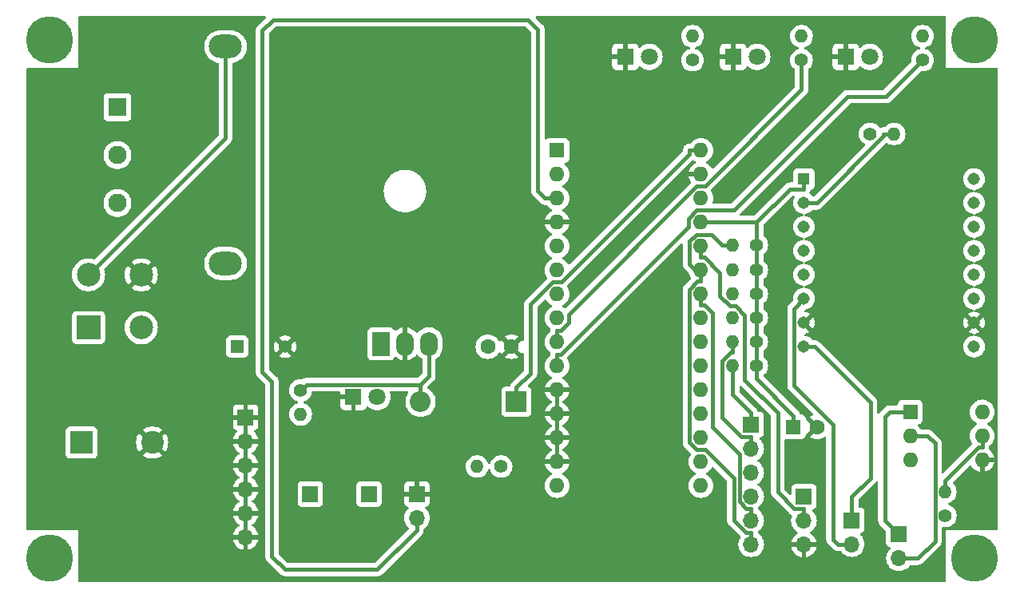
<source format=gbr>
%TF.GenerationSoftware,KiCad,Pcbnew,7.0.10*%
%TF.CreationDate,2024-08-09T23:07:07+02:00*%
%TF.ProjectId,Kicad_Projet_Trains_Sons,4b696361-645f-4507-926f-6a65745f5472,V2*%
%TF.SameCoordinates,Original*%
%TF.FileFunction,Copper,L2,Bot*%
%TF.FilePolarity,Positive*%
%FSLAX46Y46*%
G04 Gerber Fmt 4.6, Leading zero omitted, Abs format (unit mm)*
G04 Created by KiCad (PCBNEW 7.0.10) date 2024-08-09 23:07:07*
%MOMM*%
%LPD*%
G01*
G04 APERTURE LIST*
%TA.AperFunction,ComponentPad*%
%ADD10C,1.400000*%
%TD*%
%TA.AperFunction,ComponentPad*%
%ADD11O,1.400000X1.400000*%
%TD*%
%TA.AperFunction,ComponentPad*%
%ADD12R,1.357000X1.357000*%
%TD*%
%TA.AperFunction,ComponentPad*%
%ADD13C,1.357000*%
%TD*%
%TA.AperFunction,ComponentPad*%
%ADD14R,1.800000X1.800000*%
%TD*%
%TA.AperFunction,ComponentPad*%
%ADD15C,1.800000*%
%TD*%
%TA.AperFunction,ComponentPad*%
%ADD16R,1.700000X1.700000*%
%TD*%
%TA.AperFunction,ComponentPad*%
%ADD17O,1.700000X1.700000*%
%TD*%
%TA.AperFunction,ComponentPad*%
%ADD18O,3.500000X2.500000*%
%TD*%
%TA.AperFunction,ComponentPad*%
%ADD19C,5.000000*%
%TD*%
%TA.AperFunction,ComponentPad*%
%ADD20R,1.600000X1.600000*%
%TD*%
%TA.AperFunction,ComponentPad*%
%ADD21C,1.600000*%
%TD*%
%TA.AperFunction,ComponentPad*%
%ADD22R,1.950000X1.950000*%
%TD*%
%TA.AperFunction,ComponentPad*%
%ADD23C,1.950000*%
%TD*%
%TA.AperFunction,ComponentPad*%
%ADD24R,2.500000X2.500000*%
%TD*%
%TA.AperFunction,ComponentPad*%
%ADD25C,2.500000*%
%TD*%
%TA.AperFunction,ComponentPad*%
%ADD26O,1.600000X1.600000*%
%TD*%
%TA.AperFunction,ComponentPad*%
%ADD27R,2.200000X2.200000*%
%TD*%
%TA.AperFunction,ComponentPad*%
%ADD28O,2.200000X2.200000*%
%TD*%
%TA.AperFunction,ComponentPad*%
%ADD29R,2.400000X2.400000*%
%TD*%
%TA.AperFunction,ComponentPad*%
%ADD30C,2.400000*%
%TD*%
%TA.AperFunction,ComponentPad*%
%ADD31R,1.900000X2.500000*%
%TD*%
%TA.AperFunction,ComponentPad*%
%ADD32O,1.900000X2.500000*%
%TD*%
%TA.AperFunction,ComponentPad*%
%ADD33R,1.308000X1.308000*%
%TD*%
%TA.AperFunction,ComponentPad*%
%ADD34C,1.308000*%
%TD*%
%TA.AperFunction,ViaPad*%
%ADD35C,0.600000*%
%TD*%
%TA.AperFunction,Conductor*%
%ADD36C,0.400000*%
%TD*%
G04 APERTURE END LIST*
D10*
%TO.P,R9,1*%
%TO.N,+5V*%
X138328000Y-64932000D03*
D11*
%TO.P,R9,2*%
%TO.N,Net-(A1-A5)*%
X135788000Y-64932000D03*
%TD*%
D12*
%TO.P,C1,1*%
%TO.N,Net-(D1-+)*%
X83260000Y-73060000D03*
D13*
%TO.P,C1,2*%
%TO.N,GND*%
X88340000Y-73060000D03*
%TD*%
D14*
%TO.P,D4,1,K*%
%TO.N,GND*%
X124408000Y-42326000D03*
D15*
%TO.P,D4,2,A*%
%TO.N,Net-(D4-A)*%
X126948000Y-42326000D03*
%TD*%
D10*
%TO.P,R11,1*%
%TO.N,Net-(A1-D6)*%
X143077000Y-42666000D03*
D11*
%TO.P,R11,2*%
%TO.N,Net-(D5-A)*%
X143077000Y-40126000D03*
%TD*%
D16*
%TO.P,J6,1,Pin_1*%
%TO.N,GND*%
X84149000Y-80553000D03*
D17*
%TO.P,J6,2,Pin_2*%
X84149000Y-83093000D03*
%TO.P,J6,3,Pin_3*%
X84149000Y-85633000D03*
%TO.P,J6,4,Pin_4*%
X84149000Y-88173000D03*
%TO.P,J6,5,Pin_5*%
X84149000Y-90713000D03*
%TO.P,J6,6,Pin_6*%
X84149000Y-93253000D03*
%TD*%
D10*
%TO.P,R12,1*%
%TO.N,Net-(A1-D7)*%
X155904000Y-42666000D03*
D11*
%TO.P,R12,2*%
%TO.N,Net-(D6-A)*%
X155904000Y-40126000D03*
%TD*%
D18*
%TO.P,F1,1*%
%TO.N,Net-(D1-Pad4)*%
X82030000Y-41235000D03*
%TO.P,F1,2*%
%TO.N,Net-(F1-Pad2)*%
X82030000Y-64235000D03*
%TD*%
D16*
%TO.P,J9,1,Pin_1*%
%TO.N,Net-(A1-D12)*%
X91007000Y-88676000D03*
%TD*%
D10*
%TO.P,R14,1*%
%TO.N,Net-(A1-D12)*%
X111229000Y-85760000D03*
D11*
%TO.P,R14,2*%
%TO.N,+5V*%
X108689000Y-85760000D03*
%TD*%
D19*
%TO.P,REF1,1*%
%TO.N,N/C*%
X63400000Y-40500000D03*
%TD*%
D10*
%TO.P,R5,1*%
%TO.N,+5V*%
X138328000Y-72552000D03*
D11*
%TO.P,R5,2*%
%TO.N,Net-(A1-A2)*%
X135788000Y-72552000D03*
%TD*%
D16*
%TO.P,J4,1,Pin_1*%
%TO.N,Net-(A1-A1)*%
X137743000Y-81315000D03*
D17*
%TO.P,J4,2,Pin_2*%
%TO.N,Net-(A1-A2)*%
X137743000Y-83855000D03*
%TO.P,J4,3,Pin_3*%
%TO.N,Net-(A1-A3)*%
X137743000Y-86395000D03*
%TO.P,J4,4,Pin_4*%
%TO.N,Net-(A1-A4)*%
X137743000Y-88935000D03*
%TO.P,J4,5,Pin_5*%
%TO.N,Net-(A1-A5)*%
X137743000Y-91475000D03*
%TO.P,J4,6,Pin_6*%
%TO.N,Net-(A1-A6)*%
X137743000Y-94015000D03*
%TD*%
D16*
%TO.P,J2,1,Pin_1*%
%TO.N,Net-(J2-Pin_1)*%
X153400000Y-92960000D03*
D17*
%TO.P,J2,2,Pin_2*%
%TO.N,Net-(J2-Pin_2)*%
X153400000Y-95500000D03*
%TD*%
D16*
%TO.P,J3,1,Pin_1*%
%TO.N,+5V*%
X97230000Y-88676000D03*
%TD*%
D10*
%TO.P,R1,1*%
%TO.N,Net-(D2-A)*%
X89991000Y-77682000D03*
D11*
%TO.P,R1,2*%
%TO.N,Net-(D3-A)*%
X89991000Y-80222000D03*
%TD*%
D20*
%TO.P,C4,1*%
%TO.N,+5V*%
X142228000Y-81569000D03*
D21*
%TO.P,C4,2*%
%TO.N,GND*%
X144728000Y-81569000D03*
%TD*%
D10*
%TO.P,R8,1*%
%TO.N,+5V*%
X138328000Y-70012000D03*
D11*
%TO.P,R8,2*%
%TO.N,Net-(A1-A3)*%
X135788000Y-70012000D03*
%TD*%
D22*
%TO.P,J1,1,1*%
%TO.N,Net-(D1-Pad2)*%
X70560000Y-47660000D03*
D23*
%TO.P,J1,2,2*%
%TO.N,unconnected-(J1-Pad2)*%
X70560000Y-52740000D03*
%TO.P,J1,3,3*%
%TO.N,Net-(F1-Pad2)*%
X70560000Y-57820000D03*
%TD*%
D19*
%TO.P,REF2,1*%
%TO.N,N/C*%
X161400000Y-40500000D03*
%TD*%
D21*
%TO.P,C2,1*%
%TO.N,Net-(D2-A)*%
X109823000Y-73060000D03*
%TO.P,C2,2*%
%TO.N,GND*%
X112323000Y-73060000D03*
%TD*%
D10*
%TO.P,R13,1*%
%TO.N,Net-(A1-D3)*%
X150355000Y-50500000D03*
D11*
%TO.P,R13,2*%
%TO.N,Net-(U3-RX)*%
X152895000Y-50500000D03*
%TD*%
D24*
%TO.P,D1,1,+*%
%TO.N,Net-(D1-+)*%
X67500000Y-71040000D03*
D25*
%TO.P,D1,2*%
%TO.N,Net-(D1-Pad2)*%
X73100000Y-71040000D03*
%TO.P,D1,3,-*%
%TO.N,GND*%
X73100000Y-65440000D03*
%TO.P,D1,4*%
%TO.N,Net-(D1-Pad4)*%
X67500000Y-65440000D03*
%TD*%
D20*
%TO.P,A1,1,D1/TX*%
%TO.N,unconnected-(A1-D1{slash}TX-Pad1)*%
X117169000Y-52232000D03*
D26*
%TO.P,A1,2,D0/RX*%
%TO.N,unconnected-(A1-D0{slash}RX-Pad2)*%
X117169000Y-54772000D03*
%TO.P,A1,3,~{RESET}*%
%TO.N,RESET*%
X117169000Y-57312000D03*
%TO.P,A1,4,GND*%
%TO.N,GND*%
X117169000Y-59852000D03*
%TO.P,A1,5,D2*%
%TO.N,Net-(A1-D2)*%
X117169000Y-62392000D03*
%TO.P,A1,6,D3*%
%TO.N,Net-(A1-D3)*%
X117169000Y-64932000D03*
%TO.P,A1,7,D4*%
%TO.N,Busy*%
X117169000Y-67472000D03*
%TO.P,A1,8,D5*%
%TO.N,Net-(A1-D5)*%
X117169000Y-70012000D03*
%TO.P,A1,9,D6*%
%TO.N,Net-(A1-D6)*%
X117169000Y-72552000D03*
%TO.P,A1,10,D7*%
%TO.N,Net-(A1-D7)*%
X117169000Y-75092000D03*
%TO.P,A1,11,D8*%
%TO.N,GND*%
X117169000Y-77632000D03*
%TO.P,A1,12,D9*%
X117169000Y-80172000D03*
%TO.P,A1,13,D10*%
X117169000Y-82712000D03*
%TO.P,A1,14,D11*%
X117169000Y-85252000D03*
%TO.P,A1,15,D12*%
%TO.N,Net-(A1-D12)*%
X117169000Y-87792000D03*
%TO.P,A1,16,D13*%
%TO.N,unconnected-(A1-D13-Pad16)*%
X132409000Y-87792000D03*
%TO.P,A1,17,3V3*%
%TO.N,unconnected-(A1-3V3-Pad17)*%
X132409000Y-85252000D03*
%TO.P,A1,18,AREF*%
%TO.N,unconnected-(A1-AREF-Pad18)*%
X132409000Y-82712000D03*
%TO.P,A1,19,A0*%
%TO.N,A0*%
X132409000Y-80172000D03*
%TO.P,A1,20,A1*%
%TO.N,Net-(A1-A1)*%
X132409000Y-77632000D03*
%TO.P,A1,21,A2*%
%TO.N,Net-(A1-A2)*%
X132409000Y-75092000D03*
%TO.P,A1,22,A3*%
%TO.N,Net-(A1-A3)*%
X132409000Y-72552000D03*
%TO.P,A1,23,A4*%
%TO.N,Net-(A1-A4)*%
X132409000Y-70012000D03*
%TO.P,A1,24,A5*%
%TO.N,Net-(A1-A5)*%
X132409000Y-67472000D03*
%TO.P,A1,25,A6*%
%TO.N,Net-(A1-A6)*%
X132409000Y-64932000D03*
%TO.P,A1,26,A7*%
%TO.N,A7*%
X132409000Y-62392000D03*
%TO.P,A1,27,+5V*%
%TO.N,+5V*%
X132409000Y-59852000D03*
%TO.P,A1,28,~{RESET}*%
%TO.N,unconnected-(A1-~{RESET}-Pad28)*%
X132409000Y-57312000D03*
%TO.P,A1,29,GND*%
%TO.N,GND*%
X132409000Y-54772000D03*
%TO.P,A1,30,VIN*%
%TO.N,9V*%
X132409000Y-52232000D03*
%TD*%
D14*
%TO.P,D3,1,K*%
%TO.N,GND*%
X95579000Y-78394000D03*
D15*
%TO.P,D3,2,A*%
%TO.N,Net-(D3-A)*%
X98119000Y-78394000D03*
%TD*%
D19*
%TO.P,REF4,1*%
%TO.N,N/C*%
X63400000Y-95500000D03*
%TD*%
D16*
%TO.P,J7,1,Pin_1*%
%TO.N,+5V*%
X143331000Y-88965000D03*
D17*
%TO.P,J7,2,Pin_2*%
%TO.N,A7*%
X143331000Y-91505000D03*
%TO.P,J7,3,Pin_3*%
%TO.N,GND*%
X143331000Y-94045000D03*
%TD*%
D10*
%TO.P,R2,1*%
%TO.N,+5V*%
X158317000Y-90996000D03*
D11*
%TO.P,R2,2*%
%TO.N,A0*%
X158317000Y-88456000D03*
%TD*%
D27*
%TO.P,D2,1,K*%
%TO.N,9V*%
X112851000Y-78902000D03*
D28*
%TO.P,D2,2,A*%
%TO.N,Net-(D2-A)*%
X102691000Y-78902000D03*
%TD*%
D20*
%TO.P,U2,1*%
%TO.N,Net-(J2-Pin_1)*%
X154600000Y-79975000D03*
D26*
%TO.P,U2,2*%
%TO.N,Net-(J2-Pin_2)*%
X154600000Y-82515000D03*
%TO.P,U2,3,NC*%
%TO.N,unconnected-(U2-NC-Pad3)*%
X154600000Y-85055000D03*
%TO.P,U2,4*%
%TO.N,GND*%
X162220000Y-85055000D03*
%TO.P,U2,5*%
%TO.N,A0*%
X162220000Y-82515000D03*
%TO.P,U2,6*%
%TO.N,unconnected-(U2-Pad6)*%
X162220000Y-79975000D03*
%TD*%
D19*
%TO.P,REF3,1*%
%TO.N,N/C*%
X161400000Y-95500000D03*
%TD*%
D29*
%TO.P,C3,1*%
%TO.N,Net-(D1-+)*%
X66750000Y-83220000D03*
D30*
%TO.P,C3,2*%
%TO.N,GND*%
X74250000Y-83220000D03*
%TD*%
D10*
%TO.P,R10,1*%
%TO.N,Net-(A1-D5)*%
X131520000Y-42666000D03*
D11*
%TO.P,R10,2*%
%TO.N,Net-(D4-A)*%
X131520000Y-40126000D03*
%TD*%
D31*
%TO.P,U1,1,VI*%
%TO.N,Net-(D1-+)*%
X98500000Y-72750000D03*
D32*
%TO.P,U1,2,GND*%
%TO.N,GND*%
X101040000Y-72750000D03*
%TO.P,U1,3,VO*%
%TO.N,Net-(D2-A)*%
X103580000Y-72750000D03*
%TD*%
D14*
%TO.P,D5,1,K*%
%TO.N,GND*%
X135838000Y-42326000D03*
D15*
%TO.P,D5,2,A*%
%TO.N,Net-(D5-A)*%
X138378000Y-42326000D03*
%TD*%
D10*
%TO.P,R4,1*%
%TO.N,+5V*%
X138328000Y-75092000D03*
D11*
%TO.P,R4,2*%
%TO.N,Net-(A1-A1)*%
X135788000Y-75092000D03*
%TD*%
D16*
%TO.P,J5,1,Pin_1*%
%TO.N,GND*%
X102310000Y-88676000D03*
D17*
%TO.P,J5,2,Pin_2*%
%TO.N,RESET*%
X102310000Y-91216000D03*
%TD*%
D14*
%TO.P,D6,1,K*%
%TO.N,GND*%
X147776000Y-42326000D03*
D15*
%TO.P,D6,2,A*%
%TO.N,Net-(D6-A)*%
X150316000Y-42326000D03*
%TD*%
D16*
%TO.P,J8,1,Pin_1*%
%TO.N,Net-(J8-Pin_1)*%
X148400000Y-91460000D03*
D17*
%TO.P,J8,2,Pin_2*%
%TO.N,Net-(J8-Pin_2)*%
X148400000Y-94000000D03*
%TD*%
D10*
%TO.P,R6,1*%
%TO.N,+5V*%
X138328000Y-67472000D03*
D11*
%TO.P,R6,2*%
%TO.N,Net-(A1-A4)*%
X135788000Y-67472000D03*
%TD*%
D10*
%TO.P,R7,1*%
%TO.N,+5V*%
X138328000Y-62265000D03*
D11*
%TO.P,R7,2*%
%TO.N,Net-(A1-A6)*%
X135788000Y-62265000D03*
%TD*%
D33*
%TO.P,U3,1,VCC*%
%TO.N,+5V*%
X143331000Y-55280000D03*
D34*
%TO.P,U3,2,RX*%
%TO.N,Net-(U3-RX)*%
X143331000Y-57820000D03*
%TO.P,U3,3,TX*%
%TO.N,Net-(A1-D2)*%
X143331000Y-60360000D03*
%TO.P,U3,4,DAC_R*%
%TO.N,unconnected-(U3-DAC_R-Pad4)*%
X143331000Y-62900000D03*
%TO.P,U3,5,DAC_L*%
%TO.N,unconnected-(U3-DAC_L-Pad5)*%
X143331000Y-65440000D03*
%TO.P,U3,6,SPK1+*%
%TO.N,Net-(J8-Pin_2)*%
X143331000Y-67980000D03*
%TO.P,U3,7,GND*%
%TO.N,GND*%
X143331000Y-70520000D03*
%TO.P,U3,8,SPK2-*%
%TO.N,Net-(J8-Pin_1)*%
X143331000Y-73060000D03*
%TO.P,U3,9,IO_1*%
%TO.N,unconnected-(U3-IO_1-Pad9)*%
X161365000Y-73060000D03*
%TO.P,U3,10,GND*%
%TO.N,GND*%
X161365000Y-70520000D03*
%TO.P,U3,11,IO_2*%
%TO.N,unconnected-(U3-IO_2-Pad11)*%
X161365000Y-67980000D03*
%TO.P,U3,12,ADKEY1*%
%TO.N,unconnected-(U3-ADKEY1-Pad12)*%
X161365000Y-65440000D03*
%TO.P,U3,13,ADKEY2*%
%TO.N,unconnected-(U3-ADKEY2-Pad13)*%
X161365000Y-62900000D03*
%TO.P,U3,14,USB+*%
%TO.N,unconnected-(U3-USB+-Pad14)*%
X161365000Y-60360000D03*
%TO.P,U3,15,USB-*%
%TO.N,unconnected-(U3-USB--Pad15)*%
X161365000Y-57820000D03*
%TO.P,U3,16,BUSY*%
%TO.N,Busy*%
X161365000Y-55280000D03*
%TD*%
D35*
%TO.N,GND*%
X140900000Y-71000000D03*
X136981000Y-54772000D03*
X115137000Y-61757000D03*
%TD*%
D36*
%TO.N,RESET*%
X114121000Y-38389000D02*
X87070000Y-38389000D01*
X117169000Y-57312000D02*
X115899000Y-57312000D01*
X88340000Y-96682000D02*
X98119000Y-96682000D01*
X86943000Y-76743000D02*
X86943000Y-95285000D01*
X98119000Y-96682000D02*
X102310000Y-92491000D01*
X85927000Y-75727000D02*
X86943000Y-76743000D01*
X85927000Y-39532000D02*
X85927000Y-75727000D01*
X102310000Y-92491000D02*
X102310000Y-91216000D01*
X87070000Y-38389000D02*
X85927000Y-39532000D01*
X86943000Y-95285000D02*
X88340000Y-96682000D01*
X115137000Y-39405000D02*
X114121000Y-38389000D01*
X115137000Y-56550000D02*
X115137000Y-39405000D01*
X115899000Y-57312000D02*
X115137000Y-56550000D01*
%TO.N,Net-(A1-D6)*%
X117544700Y-71350100D02*
X118370900Y-70523900D01*
X131977000Y-56042000D02*
X132852800Y-56042000D01*
X118370900Y-69648100D02*
X131977000Y-56042000D01*
X132852800Y-56042000D02*
X143077000Y-45817800D01*
X118370900Y-70523900D02*
X118370900Y-69648100D01*
X143077000Y-45817800D02*
X143077000Y-42666000D01*
X117169000Y-72552000D02*
X117169000Y-71350100D01*
X117169000Y-71350100D02*
X117544700Y-71350100D01*
%TO.N,Net-(A1-D7)*%
X147946200Y-46534900D02*
X152035100Y-46534900D01*
X117169000Y-75092000D02*
X117169000Y-73890100D01*
X131069400Y-59489500D02*
X131976900Y-58582000D01*
X152035100Y-46534900D02*
X155904000Y-42666000D01*
X131976900Y-58582000D02*
X135899100Y-58582000D01*
X135899100Y-58582000D02*
X147946200Y-46534900D01*
X117560400Y-73890100D02*
X131069400Y-60381100D01*
X131069400Y-60381100D02*
X131069400Y-59489500D01*
X117169000Y-73890100D02*
X117560400Y-73890100D01*
%TO.N,A0*%
X158317000Y-87244300D02*
X158317000Y-88456000D01*
X162220000Y-82515000D02*
X162220000Y-83716900D01*
X162220000Y-83716900D02*
X161844400Y-83716900D01*
X161844400Y-83716900D02*
X158317000Y-87244300D01*
%TO.N,Net-(A1-A2)*%
X137743000Y-83855000D02*
X137743000Y-82603100D01*
X135788000Y-72552000D02*
X135788000Y-73653900D01*
X136725800Y-82603100D02*
X134677000Y-80554300D01*
X134677000Y-74536600D02*
X135559700Y-73653900D01*
X137743000Y-82603100D02*
X136725800Y-82603100D01*
X135559700Y-73653900D02*
X135788000Y-73653900D01*
X134677000Y-80554300D02*
X134677000Y-74536600D01*
%TO.N,Net-(A1-A5)*%
X137743000Y-91475000D02*
X137743000Y-90223100D01*
X132409000Y-68673900D02*
X132784700Y-68673900D01*
X136491100Y-84451000D02*
X136491100Y-89490000D01*
X133610900Y-69500100D02*
X133610900Y-81570800D01*
X137224200Y-90223100D02*
X137743000Y-90223100D01*
X133610900Y-81570800D02*
X136491100Y-84451000D01*
X132784700Y-68673900D02*
X133610900Y-69500100D01*
X132409000Y-67472000D02*
X132409000Y-68673900D01*
X136491100Y-89490000D02*
X137224200Y-90223100D01*
%TO.N,Net-(A1-A6)*%
X131199700Y-61894200D02*
X131930700Y-61163200D01*
X131176600Y-66992700D02*
X131176600Y-83231900D01*
X137195200Y-92763100D02*
X137743000Y-92763100D01*
X135889100Y-91457000D02*
X137195200Y-92763100D01*
X132035400Y-66133900D02*
X131176600Y-66992700D01*
X132409000Y-65532900D02*
X131199700Y-64323600D01*
X131930700Y-61163200D02*
X133584300Y-61163200D01*
X131199700Y-64323600D02*
X131199700Y-61894200D01*
X132409000Y-66133900D02*
X132035400Y-66133900D01*
X132409000Y-64932000D02*
X132409000Y-65532900D01*
X135889100Y-87021300D02*
X135889100Y-91457000D01*
X137743000Y-94015000D02*
X137743000Y-92763100D01*
X132849800Y-83982000D02*
X135889100Y-87021300D01*
X133584300Y-61163200D02*
X134686100Y-62265000D01*
X131926700Y-83982000D02*
X132849800Y-83982000D01*
X132409000Y-65532900D02*
X132409000Y-66133900D01*
X135788000Y-62265000D02*
X134686100Y-62265000D01*
X131176600Y-83231900D02*
X131926700Y-83982000D01*
%TO.N,A7*%
X134421900Y-67694600D02*
X134421900Y-65233200D01*
X136077200Y-68742000D02*
X135469300Y-68742000D01*
X135469300Y-68742000D02*
X134421900Y-67694600D01*
X143331000Y-90253100D02*
X142313800Y-90253100D01*
X132409000Y-62392000D02*
X132409000Y-63593900D01*
X140544800Y-80083500D02*
X137058000Y-76596700D01*
X134421900Y-65233200D02*
X132782600Y-63593900D01*
X132782600Y-63593900D02*
X132409000Y-63593900D01*
X142313800Y-90253100D02*
X140544800Y-88484100D01*
X137058000Y-76596700D02*
X137058000Y-69722800D01*
X140544800Y-88484100D02*
X140544800Y-80083500D01*
X143331000Y-91505000D02*
X143331000Y-90253100D01*
X137058000Y-69722800D02*
X136077200Y-68742000D01*
%TO.N,+5V*%
X141864700Y-56335900D02*
X138328000Y-59872600D01*
X138328000Y-62265000D02*
X138328000Y-64932000D01*
X138328000Y-59872600D02*
X138328000Y-62265000D01*
X138328000Y-76467100D02*
X138328000Y-75092000D01*
X143331000Y-56335900D02*
X141864700Y-56335900D01*
X142228000Y-80367100D02*
X138328000Y-76467100D01*
X142228000Y-81569000D02*
X142228000Y-80367100D01*
X138328000Y-70012000D02*
X138328000Y-67472000D01*
X132409000Y-59852000D02*
X133610900Y-59852000D01*
X138328000Y-67472000D02*
X138328000Y-64932000D01*
X138328000Y-59872600D02*
X133631500Y-59872600D01*
X138328000Y-75092000D02*
X138328000Y-72552000D01*
X133631500Y-59872600D02*
X133610900Y-59852000D01*
X138328000Y-72552000D02*
X138328000Y-70012000D01*
X143331000Y-55280000D02*
X143331000Y-56335900D01*
%TO.N,9V*%
X116714400Y-66202000D02*
X117610700Y-66202000D01*
X114352900Y-68563500D02*
X116714400Y-66202000D01*
X132409000Y-52232000D02*
X131207100Y-52232000D01*
X117610700Y-66202000D02*
X131207100Y-52605600D01*
X131207100Y-52605600D02*
X131207100Y-52232000D01*
X112851000Y-78902000D02*
X112851000Y-77400100D01*
X112851000Y-77400100D02*
X114352900Y-75898200D01*
X114352900Y-75898200D02*
X114352900Y-68563500D01*
%TO.N,Net-(D1-Pad4)*%
X67500000Y-65440000D02*
X82030000Y-50910000D01*
X82030000Y-50910000D02*
X82030000Y-41235000D01*
%TO.N,Net-(D2-A)*%
X103580000Y-76175400D02*
X103580000Y-72750000D01*
X102691000Y-77400100D02*
X102691000Y-77064400D01*
X102691000Y-77064400D02*
X103580000Y-76175400D01*
X90608600Y-77064400D02*
X89991000Y-77682000D01*
X102691000Y-77064400D02*
X90608600Y-77064400D01*
X102691000Y-78902000D02*
X102691000Y-77400100D01*
%TO.N,Net-(J2-Pin_1)*%
X151900000Y-80500000D02*
X152425000Y-79975000D01*
X153360000Y-92960000D02*
X151900000Y-91500000D01*
X152425000Y-79975000D02*
X154600000Y-79975000D01*
X153400000Y-92960000D02*
X153360000Y-92960000D01*
X151900000Y-91500000D02*
X151900000Y-80500000D01*
%TO.N,Net-(J8-Pin_1)*%
X148400000Y-91460000D02*
X148400000Y-89000000D01*
X148400000Y-89000000D02*
X150400000Y-87000000D01*
X144460000Y-73060000D02*
X143331000Y-73060000D01*
X150400000Y-79000000D02*
X144460000Y-73060000D01*
X150400000Y-87000000D02*
X150400000Y-79000000D01*
%TO.N,Net-(J8-Pin_2)*%
X146900000Y-94000000D02*
X148400000Y-94000000D01*
X143331000Y-67980000D02*
X142259400Y-69051600D01*
X142259400Y-77170500D02*
X146400000Y-81311100D01*
X146400000Y-93500000D02*
X146900000Y-94000000D01*
X142259400Y-69051600D02*
X142259400Y-77170500D01*
X146400000Y-81311100D02*
X146400000Y-93500000D01*
%TO.N,Net-(J2-Pin_2)*%
X157217000Y-83317000D02*
X157217000Y-93683000D01*
X156415000Y-82515000D02*
X157217000Y-83317000D01*
X155400000Y-95500000D02*
X153400000Y-95500000D01*
X157217000Y-93683000D02*
X155400000Y-95500000D01*
X154600000Y-82515000D02*
X156415000Y-82515000D01*
%TO.N,Net-(A1-A1)*%
X135788000Y-78108100D02*
X135788000Y-75092000D01*
X137743000Y-80063100D02*
X135788000Y-78108100D01*
X137743000Y-81315000D02*
X137743000Y-80063100D01*
%TO.N,Net-(U3-RX)*%
X152895000Y-50500000D02*
X151793100Y-50500000D01*
X143331000Y-57820000D02*
X144701400Y-57820000D01*
X144701400Y-57820000D02*
X151793100Y-50728300D01*
X151793100Y-50728300D02*
X151793100Y-50500000D01*
%TD*%
%TA.AperFunction,Conductor*%
%TO.N,GND*%
G36*
X84399000Y-92817498D02*
G01*
X84291315Y-92768320D01*
X84184763Y-92753000D01*
X84113237Y-92753000D01*
X84006685Y-92768320D01*
X83899000Y-92817498D01*
X83899000Y-91148501D01*
X84006685Y-91197680D01*
X84113237Y-91213000D01*
X84184763Y-91213000D01*
X84291315Y-91197680D01*
X84399000Y-91148501D01*
X84399000Y-92817498D01*
G37*
%TD.AperFunction*%
%TA.AperFunction,Conductor*%
G36*
X84399000Y-90277498D02*
G01*
X84291315Y-90228320D01*
X84184763Y-90213000D01*
X84113237Y-90213000D01*
X84006685Y-90228320D01*
X83899000Y-90277498D01*
X83899000Y-88608501D01*
X84006685Y-88657680D01*
X84113237Y-88673000D01*
X84184763Y-88673000D01*
X84291315Y-88657680D01*
X84399000Y-88608501D01*
X84399000Y-90277498D01*
G37*
%TD.AperFunction*%
%TA.AperFunction,Conductor*%
G36*
X84399000Y-87737498D02*
G01*
X84291315Y-87688320D01*
X84184763Y-87673000D01*
X84113237Y-87673000D01*
X84006685Y-87688320D01*
X83899000Y-87737498D01*
X83899000Y-86068501D01*
X84006685Y-86117680D01*
X84113237Y-86133000D01*
X84184763Y-86133000D01*
X84291315Y-86117680D01*
X84399000Y-86068501D01*
X84399000Y-87737498D01*
G37*
%TD.AperFunction*%
%TA.AperFunction,Conductor*%
G36*
X84399000Y-85197498D02*
G01*
X84291315Y-85148320D01*
X84184763Y-85133000D01*
X84113237Y-85133000D01*
X84006685Y-85148320D01*
X83899000Y-85197498D01*
X83899000Y-83528501D01*
X84006685Y-83577680D01*
X84113237Y-83593000D01*
X84184763Y-83593000D01*
X84291315Y-83577680D01*
X84399000Y-83528501D01*
X84399000Y-85197498D01*
G37*
%TD.AperFunction*%
%TA.AperFunction,Conductor*%
G36*
X84399000Y-82657498D02*
G01*
X84291315Y-82608320D01*
X84184763Y-82593000D01*
X84113237Y-82593000D01*
X84006685Y-82608320D01*
X83899000Y-82657498D01*
X83899000Y-80988501D01*
X84006685Y-81037680D01*
X84113237Y-81053000D01*
X84184763Y-81053000D01*
X84291315Y-81037680D01*
X84399000Y-80988501D01*
X84399000Y-82657498D01*
G37*
%TD.AperFunction*%
%TA.AperFunction,Conductor*%
G36*
X86236019Y-38019685D02*
G01*
X86281774Y-38072489D01*
X86291718Y-38141647D01*
X86262693Y-38205203D01*
X86256661Y-38211681D01*
X85449290Y-39019051D01*
X85443838Y-39024183D01*
X85398819Y-39064068D01*
X85364649Y-39113569D01*
X85360213Y-39119597D01*
X85323124Y-39166938D01*
X85323119Y-39166948D01*
X85318960Y-39176188D01*
X85307942Y-39195723D01*
X85302187Y-39204061D01*
X85302179Y-39204076D01*
X85280853Y-39260305D01*
X85277989Y-39267220D01*
X85253305Y-39322068D01*
X85251477Y-39332042D01*
X85245453Y-39353653D01*
X85241860Y-39363127D01*
X85241860Y-39363128D01*
X85234610Y-39422827D01*
X85233483Y-39430227D01*
X85222642Y-39489389D01*
X85222642Y-39489395D01*
X85226274Y-39549432D01*
X85226500Y-39556920D01*
X85226500Y-75702078D01*
X85226274Y-75709566D01*
X85222642Y-75769603D01*
X85222642Y-75769605D01*
X85233483Y-75828770D01*
X85234610Y-75836171D01*
X85241859Y-75895871D01*
X85241860Y-75895874D01*
X85245451Y-75905343D01*
X85251474Y-75926946D01*
X85253304Y-75936930D01*
X85277991Y-75991782D01*
X85280854Y-75998694D01*
X85302182Y-76054930D01*
X85302183Y-76054931D01*
X85307936Y-76063266D01*
X85318961Y-76082813D01*
X85323120Y-76092055D01*
X85323124Y-76092060D01*
X85360215Y-76139403D01*
X85364655Y-76145438D01*
X85398812Y-76194924D01*
X85398816Y-76194929D01*
X85430013Y-76222566D01*
X85443447Y-76234468D01*
X85443828Y-76234805D01*
X85449283Y-76239940D01*
X86206181Y-76996838D01*
X86239666Y-77058161D01*
X86242500Y-77084519D01*
X86242500Y-95260078D01*
X86242274Y-95267566D01*
X86238642Y-95327606D01*
X86241719Y-95344400D01*
X86249483Y-95386770D01*
X86250610Y-95394171D01*
X86257859Y-95453871D01*
X86257860Y-95453874D01*
X86261451Y-95463343D01*
X86267474Y-95484946D01*
X86269304Y-95494930D01*
X86293991Y-95549782D01*
X86296854Y-95556694D01*
X86318182Y-95612930D01*
X86318183Y-95612931D01*
X86323936Y-95621266D01*
X86334961Y-95640813D01*
X86339120Y-95650055D01*
X86339124Y-95650060D01*
X86376215Y-95697403D01*
X86380655Y-95703438D01*
X86414812Y-95752924D01*
X86414816Y-95752929D01*
X86459828Y-95792805D01*
X86465283Y-95797940D01*
X87827058Y-97159715D01*
X87832178Y-97165153D01*
X87872071Y-97210183D01*
X87915018Y-97239827D01*
X87921569Y-97244349D01*
X87927601Y-97248788D01*
X87974938Y-97285874D01*
X87974943Y-97285877D01*
X87984174Y-97290031D01*
X88003727Y-97301059D01*
X88012070Y-97306818D01*
X88068322Y-97328151D01*
X88075228Y-97331012D01*
X88130063Y-97355692D01*
X88130064Y-97355692D01*
X88130068Y-97355694D01*
X88140030Y-97357519D01*
X88161651Y-97363546D01*
X88161667Y-97363552D01*
X88171128Y-97367140D01*
X88215234Y-97372495D01*
X88230830Y-97374389D01*
X88238235Y-97375516D01*
X88259400Y-97379394D01*
X88297394Y-97386357D01*
X88357423Y-97382726D01*
X88364910Y-97382500D01*
X98094079Y-97382500D01*
X98101566Y-97382725D01*
X98161606Y-97386358D01*
X98220782Y-97375513D01*
X98228185Y-97374387D01*
X98231921Y-97373933D01*
X98287872Y-97367140D01*
X98297335Y-97363550D01*
X98318961Y-97357522D01*
X98319893Y-97357351D01*
X98328932Y-97355695D01*
X98383808Y-97330996D01*
X98390678Y-97328150D01*
X98446930Y-97306818D01*
X98455266Y-97301062D01*
X98474821Y-97290034D01*
X98484057Y-97285878D01*
X98531413Y-97248775D01*
X98537404Y-97244366D01*
X98586929Y-97210183D01*
X98626822Y-97165151D01*
X98631924Y-97159731D01*
X102787731Y-93003924D01*
X102793151Y-92998822D01*
X102838183Y-92958929D01*
X102872366Y-92909404D01*
X102876775Y-92903413D01*
X102913878Y-92856057D01*
X102918034Y-92846821D01*
X102929062Y-92827266D01*
X102934818Y-92818930D01*
X102956150Y-92762678D01*
X102958996Y-92755808D01*
X102983695Y-92700932D01*
X102985522Y-92690961D01*
X102991552Y-92669331D01*
X102995140Y-92659871D01*
X102995140Y-92659868D01*
X102997534Y-92640157D01*
X103002387Y-92600185D01*
X103003514Y-92592778D01*
X103014358Y-92533606D01*
X103010726Y-92473565D01*
X103010500Y-92466078D01*
X103010500Y-92438711D01*
X103030185Y-92371672D01*
X103063377Y-92337136D01*
X103181402Y-92254494D01*
X103256748Y-92179148D01*
X103348495Y-92087401D01*
X103484035Y-91893830D01*
X103583903Y-91679663D01*
X103645063Y-91451408D01*
X103665659Y-91216000D01*
X103645063Y-90980592D01*
X103583903Y-90752337D01*
X103484035Y-90538171D01*
X103459517Y-90503156D01*
X103348496Y-90344600D01*
X103291944Y-90288048D01*
X103226179Y-90222283D01*
X103192696Y-90160963D01*
X103197680Y-90091271D01*
X103239551Y-90035337D01*
X103270529Y-90018422D01*
X103402086Y-89969354D01*
X103402093Y-89969350D01*
X103517187Y-89883190D01*
X103517190Y-89883187D01*
X103603350Y-89768093D01*
X103603354Y-89768086D01*
X103653596Y-89633379D01*
X103653598Y-89633372D01*
X103659999Y-89573844D01*
X103660000Y-89573827D01*
X103660000Y-88926000D01*
X102743686Y-88926000D01*
X102769493Y-88885844D01*
X102810000Y-88747889D01*
X102810000Y-88604111D01*
X102769493Y-88466156D01*
X102743686Y-88426000D01*
X103660000Y-88426000D01*
X103660000Y-87778172D01*
X103659999Y-87778155D01*
X103653598Y-87718627D01*
X103653596Y-87718620D01*
X103603354Y-87583913D01*
X103603350Y-87583906D01*
X103517190Y-87468812D01*
X103517187Y-87468809D01*
X103402093Y-87382649D01*
X103402086Y-87382645D01*
X103267379Y-87332403D01*
X103267372Y-87332401D01*
X103207844Y-87326000D01*
X102560000Y-87326000D01*
X102560000Y-88240498D01*
X102452315Y-88191320D01*
X102345763Y-88176000D01*
X102274237Y-88176000D01*
X102167685Y-88191320D01*
X102060000Y-88240498D01*
X102060000Y-87326000D01*
X101412155Y-87326000D01*
X101352627Y-87332401D01*
X101352620Y-87332403D01*
X101217913Y-87382645D01*
X101217906Y-87382649D01*
X101102812Y-87468809D01*
X101102809Y-87468812D01*
X101016649Y-87583906D01*
X101016645Y-87583913D01*
X100966403Y-87718620D01*
X100966401Y-87718627D01*
X100960000Y-87778155D01*
X100960000Y-88426000D01*
X101876314Y-88426000D01*
X101850507Y-88466156D01*
X101810000Y-88604111D01*
X101810000Y-88747889D01*
X101850507Y-88885844D01*
X101876314Y-88926000D01*
X100960000Y-88926000D01*
X100960000Y-89573844D01*
X100966401Y-89633372D01*
X100966403Y-89633379D01*
X101016645Y-89768086D01*
X101016649Y-89768093D01*
X101102809Y-89883187D01*
X101102812Y-89883190D01*
X101217906Y-89969350D01*
X101217913Y-89969354D01*
X101349470Y-90018421D01*
X101405403Y-90060292D01*
X101429821Y-90125756D01*
X101414970Y-90194029D01*
X101393819Y-90222284D01*
X101271503Y-90344600D01*
X101135965Y-90538169D01*
X101135964Y-90538171D01*
X101036098Y-90752335D01*
X101036094Y-90752344D01*
X100974938Y-90980586D01*
X100974936Y-90980596D01*
X100954341Y-91215999D01*
X100954341Y-91216000D01*
X100974936Y-91451403D01*
X100974938Y-91451413D01*
X101036094Y-91679655D01*
X101036096Y-91679659D01*
X101036097Y-91679663D01*
X101125948Y-91872349D01*
X101135965Y-91893830D01*
X101135967Y-91893834D01*
X101214158Y-92005501D01*
X101257819Y-92067856D01*
X101271501Y-92087395D01*
X101271506Y-92087402D01*
X101409542Y-92225438D01*
X101443027Y-92286761D01*
X101438043Y-92356453D01*
X101409542Y-92400800D01*
X97865162Y-95945181D01*
X97803839Y-95978666D01*
X97777481Y-95981500D01*
X88681519Y-95981500D01*
X88614480Y-95961815D01*
X88593838Y-95945181D01*
X87679819Y-95031162D01*
X87646334Y-94969839D01*
X87643500Y-94943481D01*
X87643500Y-89573870D01*
X89656500Y-89573870D01*
X89656501Y-89573876D01*
X89662908Y-89633483D01*
X89713202Y-89768328D01*
X89713206Y-89768335D01*
X89799452Y-89883544D01*
X89799455Y-89883547D01*
X89914664Y-89969793D01*
X89914671Y-89969797D01*
X90049517Y-90020091D01*
X90049516Y-90020091D01*
X90056444Y-90020835D01*
X90109127Y-90026500D01*
X91904872Y-90026499D01*
X91964483Y-90020091D01*
X92099331Y-89969796D01*
X92214546Y-89883546D01*
X92300796Y-89768331D01*
X92351091Y-89633483D01*
X92357500Y-89573873D01*
X92357500Y-89573870D01*
X95879500Y-89573870D01*
X95879501Y-89573876D01*
X95885908Y-89633483D01*
X95936202Y-89768328D01*
X95936206Y-89768335D01*
X96022452Y-89883544D01*
X96022455Y-89883547D01*
X96137664Y-89969793D01*
X96137671Y-89969797D01*
X96272517Y-90020091D01*
X96272516Y-90020091D01*
X96279444Y-90020835D01*
X96332127Y-90026500D01*
X98127872Y-90026499D01*
X98187483Y-90020091D01*
X98322331Y-89969796D01*
X98437546Y-89883546D01*
X98523796Y-89768331D01*
X98574091Y-89633483D01*
X98580500Y-89573873D01*
X98580499Y-87778128D01*
X98574091Y-87718517D01*
X98570730Y-87709507D01*
X98523797Y-87583671D01*
X98523793Y-87583664D01*
X98437547Y-87468455D01*
X98437544Y-87468452D01*
X98322335Y-87382206D01*
X98322328Y-87382202D01*
X98187482Y-87331908D01*
X98187483Y-87331908D01*
X98127883Y-87325501D01*
X98127881Y-87325500D01*
X98127873Y-87325500D01*
X98127864Y-87325500D01*
X96332129Y-87325500D01*
X96332123Y-87325501D01*
X96272516Y-87331908D01*
X96137671Y-87382202D01*
X96137664Y-87382206D01*
X96022455Y-87468452D01*
X96022452Y-87468455D01*
X95936206Y-87583664D01*
X95936202Y-87583671D01*
X95885908Y-87718517D01*
X95881345Y-87760965D01*
X95879501Y-87778123D01*
X95879500Y-87778135D01*
X95879500Y-89573870D01*
X92357500Y-89573870D01*
X92357499Y-87778128D01*
X92351091Y-87718517D01*
X92347730Y-87709507D01*
X92300797Y-87583671D01*
X92300793Y-87583664D01*
X92214547Y-87468455D01*
X92214544Y-87468452D01*
X92099335Y-87382206D01*
X92099328Y-87382202D01*
X91964482Y-87331908D01*
X91964483Y-87331908D01*
X91904883Y-87325501D01*
X91904881Y-87325500D01*
X91904873Y-87325500D01*
X91904864Y-87325500D01*
X90109129Y-87325500D01*
X90109123Y-87325501D01*
X90049516Y-87331908D01*
X89914671Y-87382202D01*
X89914664Y-87382206D01*
X89799455Y-87468452D01*
X89799452Y-87468455D01*
X89713206Y-87583664D01*
X89713202Y-87583671D01*
X89662908Y-87718517D01*
X89658345Y-87760965D01*
X89656501Y-87778123D01*
X89656500Y-87778135D01*
X89656500Y-89573870D01*
X87643500Y-89573870D01*
X87643500Y-85760000D01*
X107483357Y-85760000D01*
X107503884Y-85981535D01*
X107503885Y-85981537D01*
X107564769Y-86195523D01*
X107564775Y-86195538D01*
X107663938Y-86394683D01*
X107663943Y-86394691D01*
X107798020Y-86572238D01*
X107962437Y-86722123D01*
X107962439Y-86722125D01*
X108151595Y-86839245D01*
X108151596Y-86839245D01*
X108151599Y-86839247D01*
X108359060Y-86919618D01*
X108577757Y-86960500D01*
X108577759Y-86960500D01*
X108800241Y-86960500D01*
X108800243Y-86960500D01*
X109018940Y-86919618D01*
X109226401Y-86839247D01*
X109415562Y-86722124D01*
X109579981Y-86572236D01*
X109714058Y-86394689D01*
X109813229Y-86195528D01*
X109839734Y-86102371D01*
X109877013Y-86043278D01*
X109940323Y-86013721D01*
X110009562Y-86023083D01*
X110062749Y-86068393D01*
X110078266Y-86102372D01*
X110104769Y-86195523D01*
X110104775Y-86195538D01*
X110203938Y-86394683D01*
X110203943Y-86394691D01*
X110338020Y-86572238D01*
X110502437Y-86722123D01*
X110502439Y-86722125D01*
X110691595Y-86839245D01*
X110691596Y-86839245D01*
X110691599Y-86839247D01*
X110899060Y-86919618D01*
X111117757Y-86960500D01*
X111117759Y-86960500D01*
X111340241Y-86960500D01*
X111340243Y-86960500D01*
X111558940Y-86919618D01*
X111766401Y-86839247D01*
X111955562Y-86722124D01*
X112119981Y-86572236D01*
X112254058Y-86394689D01*
X112353229Y-86195528D01*
X112414115Y-85981536D01*
X112434643Y-85760000D01*
X112414115Y-85538464D01*
X112353229Y-85324472D01*
X112352939Y-85323889D01*
X112254061Y-85125316D01*
X112254056Y-85125308D01*
X112119979Y-84947761D01*
X111955562Y-84797876D01*
X111955560Y-84797874D01*
X111766404Y-84680754D01*
X111766398Y-84680752D01*
X111738218Y-84669835D01*
X111558940Y-84600382D01*
X111340243Y-84559500D01*
X111117757Y-84559500D01*
X110899060Y-84600382D01*
X110767864Y-84651207D01*
X110691601Y-84680752D01*
X110691595Y-84680754D01*
X110502439Y-84797874D01*
X110502437Y-84797876D01*
X110338020Y-84947761D01*
X110203943Y-85125308D01*
X110203938Y-85125316D01*
X110104775Y-85324461D01*
X110104769Y-85324476D01*
X110078266Y-85417627D01*
X110040987Y-85476721D01*
X109977677Y-85506278D01*
X109908438Y-85496916D01*
X109855251Y-85451606D01*
X109839734Y-85417627D01*
X109813230Y-85324476D01*
X109813229Y-85324472D01*
X109812939Y-85323889D01*
X109714061Y-85125316D01*
X109714056Y-85125308D01*
X109579979Y-84947761D01*
X109415562Y-84797876D01*
X109415560Y-84797874D01*
X109226404Y-84680754D01*
X109226398Y-84680752D01*
X109198218Y-84669835D01*
X109018940Y-84600382D01*
X108800243Y-84559500D01*
X108577757Y-84559500D01*
X108359060Y-84600382D01*
X108227864Y-84651207D01*
X108151601Y-84680752D01*
X108151595Y-84680754D01*
X107962439Y-84797874D01*
X107962437Y-84797876D01*
X107798020Y-84947761D01*
X107663943Y-85125308D01*
X107663938Y-85125316D01*
X107564775Y-85324461D01*
X107564769Y-85324476D01*
X107503885Y-85538462D01*
X107503884Y-85538464D01*
X107483357Y-85759999D01*
X107483357Y-85760000D01*
X87643500Y-85760000D01*
X87643500Y-80222000D01*
X88785357Y-80222000D01*
X88805884Y-80443535D01*
X88805885Y-80443537D01*
X88866769Y-80657523D01*
X88866775Y-80657538D01*
X88965938Y-80856683D01*
X88965943Y-80856691D01*
X89100020Y-81034238D01*
X89264437Y-81184123D01*
X89264439Y-81184125D01*
X89453595Y-81301245D01*
X89453596Y-81301245D01*
X89453599Y-81301247D01*
X89661060Y-81381618D01*
X89879757Y-81422500D01*
X89879759Y-81422500D01*
X90102241Y-81422500D01*
X90102243Y-81422500D01*
X90320940Y-81381618D01*
X90528401Y-81301247D01*
X90717562Y-81184124D01*
X90868177Y-81046820D01*
X90881979Y-81034238D01*
X90899664Y-81010820D01*
X91016058Y-80856689D01*
X91115229Y-80657528D01*
X91176115Y-80443536D01*
X91196643Y-80222000D01*
X91186360Y-80111032D01*
X91176115Y-80000464D01*
X91176114Y-80000462D01*
X91173758Y-79992183D01*
X91115229Y-79786472D01*
X91115224Y-79786461D01*
X91016061Y-79587316D01*
X91016056Y-79587308D01*
X90881979Y-79409761D01*
X90717562Y-79259876D01*
X90717560Y-79259874D01*
X90528404Y-79142754D01*
X90528395Y-79142750D01*
X90434956Y-79106552D01*
X90334475Y-79067625D01*
X90279075Y-79025054D01*
X90255484Y-78959288D01*
X90271195Y-78891207D01*
X90321219Y-78842428D01*
X90334466Y-78836377D01*
X90528401Y-78761247D01*
X90717562Y-78644124D01*
X90881981Y-78494236D01*
X91016058Y-78316689D01*
X91115229Y-78117528D01*
X91176115Y-77903536D01*
X91178531Y-77877459D01*
X91204316Y-77812522D01*
X91261116Y-77771834D01*
X91302002Y-77764900D01*
X94055000Y-77764900D01*
X94122039Y-77784585D01*
X94167794Y-77837389D01*
X94179000Y-77888900D01*
X94179000Y-78144000D01*
X95203722Y-78144000D01*
X95155375Y-78227740D01*
X95125190Y-78359992D01*
X95135327Y-78495265D01*
X95184887Y-78621541D01*
X95202797Y-78644000D01*
X94179000Y-78644000D01*
X94179000Y-79341844D01*
X94185401Y-79401372D01*
X94185403Y-79401379D01*
X94235645Y-79536086D01*
X94235649Y-79536093D01*
X94321809Y-79651187D01*
X94321812Y-79651190D01*
X94436906Y-79737350D01*
X94436913Y-79737354D01*
X94571620Y-79787596D01*
X94571627Y-79787598D01*
X94631155Y-79793999D01*
X94631172Y-79794000D01*
X95329000Y-79794000D01*
X95329000Y-78768189D01*
X95381547Y-78804016D01*
X95511173Y-78844000D01*
X95612724Y-78844000D01*
X95713138Y-78828865D01*
X95829000Y-78773068D01*
X95829000Y-79794000D01*
X96526828Y-79794000D01*
X96526844Y-79793999D01*
X96586372Y-79787598D01*
X96586379Y-79787596D01*
X96721086Y-79737354D01*
X96721093Y-79737350D01*
X96836187Y-79651190D01*
X96836190Y-79651187D01*
X96922350Y-79536093D01*
X96922355Y-79536084D01*
X96951075Y-79459081D01*
X96992945Y-79403147D01*
X97058409Y-79378729D01*
X97126682Y-79393580D01*
X97158484Y-79418428D01*
X97167216Y-79427913D01*
X97167219Y-79427915D01*
X97167222Y-79427918D01*
X97350365Y-79570464D01*
X97350371Y-79570468D01*
X97350374Y-79570470D01*
X97554497Y-79680936D01*
X97668487Y-79720068D01*
X97774015Y-79756297D01*
X97774017Y-79756297D01*
X97774019Y-79756298D01*
X98002951Y-79794500D01*
X98002952Y-79794500D01*
X98235048Y-79794500D01*
X98235049Y-79794500D01*
X98463981Y-79756298D01*
X98683503Y-79680936D01*
X98887626Y-79570470D01*
X98907135Y-79555286D01*
X98981648Y-79497290D01*
X99070784Y-79427913D01*
X99227979Y-79257153D01*
X99230146Y-79253837D01*
X99253860Y-79217539D01*
X99354924Y-79062849D01*
X99448157Y-78850300D01*
X99505134Y-78625305D01*
X99510524Y-78560260D01*
X99524300Y-78394006D01*
X99524300Y-78393993D01*
X99505135Y-78162702D01*
X99505133Y-78162691D01*
X99448156Y-77937695D01*
X99446493Y-77932852D01*
X99447791Y-77932406D01*
X99439697Y-77869415D01*
X99469671Y-77806301D01*
X99529009Y-77769412D01*
X99562156Y-77764900D01*
X101289343Y-77764900D01*
X101356382Y-77784585D01*
X101402137Y-77837389D01*
X101412081Y-77906547D01*
X101393138Y-77953224D01*
X101394709Y-77954187D01*
X101260533Y-78173140D01*
X101164126Y-78405889D01*
X101105317Y-78650848D01*
X101085551Y-78902000D01*
X101105317Y-79153151D01*
X101164126Y-79398110D01*
X101260533Y-79630859D01*
X101392160Y-79845653D01*
X101392161Y-79845656D01*
X101447604Y-79910571D01*
X101555776Y-80037224D01*
X101696214Y-80157169D01*
X101747343Y-80200838D01*
X101747346Y-80200839D01*
X101962140Y-80332466D01*
X102166534Y-80417128D01*
X102194889Y-80428873D01*
X102439852Y-80487683D01*
X102691000Y-80507449D01*
X102942148Y-80487683D01*
X103187111Y-80428873D01*
X103419859Y-80332466D01*
X103634659Y-80200836D01*
X103826224Y-80037224D01*
X103989836Y-79845659D01*
X104121466Y-79630859D01*
X104217873Y-79398111D01*
X104276683Y-79153148D01*
X104296449Y-78902000D01*
X104276683Y-78650852D01*
X104217873Y-78405889D01*
X104144082Y-78227740D01*
X104121466Y-78173140D01*
X103989839Y-77958346D01*
X103989838Y-77958343D01*
X103930528Y-77888900D01*
X103826224Y-77766776D01*
X103675943Y-77638424D01*
X103634656Y-77603161D01*
X103634653Y-77603160D01*
X103463859Y-77498496D01*
X103416984Y-77446684D01*
X103405561Y-77377754D01*
X103433219Y-77313592D01*
X103440958Y-77305098D01*
X104057731Y-76688324D01*
X104063151Y-76683222D01*
X104108183Y-76643329D01*
X104142366Y-76593804D01*
X104146775Y-76587813D01*
X104183878Y-76540457D01*
X104188034Y-76531221D01*
X104199062Y-76511666D01*
X104204818Y-76503330D01*
X104226150Y-76447078D01*
X104229010Y-76440176D01*
X104229278Y-76439582D01*
X104248237Y-76397457D01*
X104253693Y-76385336D01*
X104253693Y-76385334D01*
X104253695Y-76385331D01*
X104255522Y-76375359D01*
X104261546Y-76353747D01*
X104265140Y-76344272D01*
X104272387Y-76284584D01*
X104273514Y-76277177D01*
X104278514Y-76249892D01*
X104284358Y-76218006D01*
X104280726Y-76157965D01*
X104280500Y-76150478D01*
X104280500Y-74394078D01*
X104300185Y-74327039D01*
X104345484Y-74285023D01*
X104376060Y-74268476D01*
X104376061Y-74268474D01*
X104376067Y-74268472D01*
X104565764Y-74120825D01*
X104728571Y-73943969D01*
X104860049Y-73742728D01*
X104956610Y-73522591D01*
X105015620Y-73289563D01*
X105030500Y-73109990D01*
X105030500Y-72390010D01*
X105015620Y-72210437D01*
X104956610Y-71977409D01*
X104860049Y-71757272D01*
X104848610Y-71739764D01*
X104750682Y-71589874D01*
X104728571Y-71556031D01*
X104565764Y-71379175D01*
X104565759Y-71379171D01*
X104565757Y-71379169D01*
X104376075Y-71231533D01*
X104376069Y-71231529D01*
X104164657Y-71117118D01*
X104164652Y-71117116D01*
X103937300Y-71039066D01*
X103738593Y-71005908D01*
X103700192Y-70999500D01*
X103459808Y-70999500D01*
X103421407Y-71005908D01*
X103222699Y-71039066D01*
X102995347Y-71117116D01*
X102995342Y-71117118D01*
X102783930Y-71231529D01*
X102783924Y-71231533D01*
X102594242Y-71379169D01*
X102594239Y-71379172D01*
X102594236Y-71379174D01*
X102594236Y-71379175D01*
X102583971Y-71390326D01*
X102431428Y-71556031D01*
X102413509Y-71583459D01*
X102360362Y-71628815D01*
X102291130Y-71638238D01*
X102227795Y-71608735D01*
X102205893Y-71583458D01*
X102188178Y-71556344D01*
X102025422Y-71379544D01*
X101835790Y-71231947D01*
X101624455Y-71117578D01*
X101624449Y-71117576D01*
X101397176Y-71039553D01*
X101290000Y-71021668D01*
X101290000Y-72314498D01*
X101182315Y-72265320D01*
X101075763Y-72250000D01*
X101004237Y-72250000D01*
X100897685Y-72265320D01*
X100790000Y-72314498D01*
X100790000Y-71021668D01*
X100789999Y-71021668D01*
X100682823Y-71039553D01*
X100455550Y-71117576D01*
X100455544Y-71117578D01*
X100244209Y-71231948D01*
X100098508Y-71345351D01*
X100033514Y-71370993D01*
X99964974Y-71357426D01*
X99914649Y-71308958D01*
X99906163Y-71290828D01*
X99893796Y-71257669D01*
X99893793Y-71257664D01*
X99807547Y-71142455D01*
X99807544Y-71142452D01*
X99692335Y-71056206D01*
X99692328Y-71056202D01*
X99557482Y-71005908D01*
X99557483Y-71005908D01*
X99497883Y-70999501D01*
X99497881Y-70999500D01*
X99497873Y-70999500D01*
X99497864Y-70999500D01*
X97502129Y-70999500D01*
X97502123Y-70999501D01*
X97442516Y-71005908D01*
X97307671Y-71056202D01*
X97307664Y-71056206D01*
X97192455Y-71142452D01*
X97192452Y-71142455D01*
X97106206Y-71257664D01*
X97106202Y-71257671D01*
X97055908Y-71392517D01*
X97049501Y-71452116D01*
X97049500Y-71452135D01*
X97049500Y-74047870D01*
X97049501Y-74047876D01*
X97055908Y-74107483D01*
X97106202Y-74242328D01*
X97106206Y-74242335D01*
X97192452Y-74357544D01*
X97192455Y-74357547D01*
X97307664Y-74443793D01*
X97307671Y-74443797D01*
X97442517Y-74494091D01*
X97442516Y-74494091D01*
X97449444Y-74494835D01*
X97502127Y-74500500D01*
X99497872Y-74500499D01*
X99557483Y-74494091D01*
X99692331Y-74443796D01*
X99807546Y-74357546D01*
X99893796Y-74242331D01*
X99906163Y-74209170D01*
X99948033Y-74153237D01*
X100013497Y-74128818D01*
X100081770Y-74143668D01*
X100098508Y-74154649D01*
X100244203Y-74268048D01*
X100244207Y-74268051D01*
X100455544Y-74382421D01*
X100455550Y-74382423D01*
X100682823Y-74460446D01*
X100789999Y-74478330D01*
X100790000Y-74478330D01*
X100790000Y-73185501D01*
X100897685Y-73234680D01*
X101004237Y-73250000D01*
X101075763Y-73250000D01*
X101182315Y-73234680D01*
X101290000Y-73185501D01*
X101290000Y-74478330D01*
X101397176Y-74460446D01*
X101624449Y-74382423D01*
X101624455Y-74382421D01*
X101835790Y-74268052D01*
X102025422Y-74120455D01*
X102188177Y-73943656D01*
X102205891Y-73916543D01*
X102259036Y-73871185D01*
X102328267Y-73861760D01*
X102391603Y-73891260D01*
X102413504Y-73916533D01*
X102431429Y-73943969D01*
X102594236Y-74120825D01*
X102594239Y-74120827D01*
X102594242Y-74120830D01*
X102783924Y-74268466D01*
X102783939Y-74268476D01*
X102814516Y-74285023D01*
X102864107Y-74334241D01*
X102879500Y-74394078D01*
X102879500Y-75833881D01*
X102859815Y-75900920D01*
X102843181Y-75921562D01*
X102437162Y-76327581D01*
X102375839Y-76361066D01*
X102349481Y-76363900D01*
X90633510Y-76363900D01*
X90626023Y-76363674D01*
X90565996Y-76360043D01*
X90565989Y-76360043D01*
X90506843Y-76370881D01*
X90499443Y-76372008D01*
X90439725Y-76379260D01*
X90430242Y-76382856D01*
X90408638Y-76388878D01*
X90407135Y-76389154D01*
X90398665Y-76390706D01*
X90398663Y-76390707D01*
X90343834Y-76415383D01*
X90336919Y-76418248D01*
X90280668Y-76439582D01*
X90272324Y-76445342D01*
X90252783Y-76456364D01*
X90243544Y-76460522D01*
X90243540Y-76460524D01*
X90238840Y-76464207D01*
X90173926Y-76490053D01*
X90139588Y-76488481D01*
X90102243Y-76481500D01*
X89879757Y-76481500D01*
X89661060Y-76522382D01*
X89529864Y-76573207D01*
X89453601Y-76602752D01*
X89453595Y-76602754D01*
X89264439Y-76719874D01*
X89264437Y-76719876D01*
X89100020Y-76869761D01*
X88965943Y-77047308D01*
X88965938Y-77047316D01*
X88866775Y-77246461D01*
X88866769Y-77246476D01*
X88805885Y-77460462D01*
X88805884Y-77460464D01*
X88785357Y-77681999D01*
X88785357Y-77682000D01*
X88805884Y-77903535D01*
X88805885Y-77903537D01*
X88866769Y-78117523D01*
X88866775Y-78117538D01*
X88965938Y-78316683D01*
X88965943Y-78316691D01*
X89100020Y-78494238D01*
X89264437Y-78644123D01*
X89264439Y-78644125D01*
X89453595Y-78761245D01*
X89453596Y-78761245D01*
X89453599Y-78761247D01*
X89647524Y-78836374D01*
X89702924Y-78878946D01*
X89726515Y-78944713D01*
X89710804Y-79012793D01*
X89660780Y-79061572D01*
X89647533Y-79067622D01*
X89499488Y-79124975D01*
X89453601Y-79142752D01*
X89453595Y-79142754D01*
X89264439Y-79259874D01*
X89264437Y-79259876D01*
X89100020Y-79409761D01*
X88965943Y-79587308D01*
X88965938Y-79587316D01*
X88866775Y-79786461D01*
X88866769Y-79786476D01*
X88805885Y-80000462D01*
X88805884Y-80000464D01*
X88785357Y-80221999D01*
X88785357Y-80222000D01*
X87643500Y-80222000D01*
X87643500Y-76767920D01*
X87643726Y-76760432D01*
X87646179Y-76719876D01*
X87647358Y-76700394D01*
X87636901Y-76643330D01*
X87636514Y-76641219D01*
X87635387Y-76633814D01*
X87635074Y-76631241D01*
X87628140Y-76574128D01*
X87624548Y-76564656D01*
X87618522Y-76543042D01*
X87616695Y-76533068D01*
X87592006Y-76478212D01*
X87589142Y-76471297D01*
X87567819Y-76415071D01*
X87565106Y-76411141D01*
X87562063Y-76406733D01*
X87551036Y-76387182D01*
X87549089Y-76382856D01*
X87546878Y-76377943D01*
X87542228Y-76372008D01*
X87509785Y-76330597D01*
X87505355Y-76324577D01*
X87471183Y-76275071D01*
X87426153Y-76235178D01*
X87420715Y-76230058D01*
X86663819Y-75473162D01*
X86630334Y-75411839D01*
X86627500Y-75385481D01*
X86627500Y-73060000D01*
X87156451Y-73060000D01*
X87176602Y-73277476D01*
X87176603Y-73277479D01*
X87236370Y-73487542D01*
X87236373Y-73487548D01*
X87333722Y-73683052D01*
X87333727Y-73683060D01*
X87346487Y-73699956D01*
X87926750Y-73119694D01*
X87937985Y-73190623D01*
X87998025Y-73308459D01*
X88091541Y-73401975D01*
X88209377Y-73462015D01*
X88280303Y-73473248D01*
X87702289Y-74051262D01*
X87812446Y-74119469D01*
X87812447Y-74119470D01*
X88016103Y-74198366D01*
X88230799Y-74238500D01*
X88449201Y-74238500D01*
X88663901Y-74198365D01*
X88867552Y-74119470D01*
X88867556Y-74119468D01*
X88977708Y-74051263D01*
X88977708Y-74051262D01*
X88399696Y-73473248D01*
X88470623Y-73462015D01*
X88588459Y-73401975D01*
X88681975Y-73308459D01*
X88742015Y-73190623D01*
X88753248Y-73119695D01*
X89333510Y-73699956D01*
X89333511Y-73699956D01*
X89346272Y-73683060D01*
X89346275Y-73683055D01*
X89443626Y-73487548D01*
X89443629Y-73487542D01*
X89503396Y-73277479D01*
X89503397Y-73277476D01*
X89523549Y-73060000D01*
X89523549Y-73059999D01*
X89503397Y-72842523D01*
X89503396Y-72842520D01*
X89443629Y-72632457D01*
X89443626Y-72632451D01*
X89346275Y-72436944D01*
X89346273Y-72436941D01*
X89333510Y-72420041D01*
X88753248Y-73000303D01*
X88742015Y-72929377D01*
X88681975Y-72811541D01*
X88588459Y-72718025D01*
X88470623Y-72657985D01*
X88399695Y-72646751D01*
X88977709Y-72068736D01*
X88867553Y-72000530D01*
X88867552Y-72000529D01*
X88663896Y-71921633D01*
X88449201Y-71881500D01*
X88230799Y-71881500D01*
X88016103Y-71921633D01*
X87812449Y-72000528D01*
X87812443Y-72000531D01*
X87702290Y-72068735D01*
X87702289Y-72068736D01*
X88280304Y-72646750D01*
X88209377Y-72657985D01*
X88091541Y-72718025D01*
X87998025Y-72811541D01*
X87937985Y-72929377D01*
X87926750Y-73000304D01*
X87346487Y-72420041D01*
X87333728Y-72436937D01*
X87236373Y-72632451D01*
X87236370Y-72632457D01*
X87176603Y-72842520D01*
X87176602Y-72842523D01*
X87156451Y-73059999D01*
X87156451Y-73060000D01*
X86627500Y-73060000D01*
X86627500Y-56550000D01*
X98784671Y-56550000D01*
X98786635Y-56579969D01*
X98786831Y-56592218D01*
X98785723Y-56625367D01*
X98785723Y-56625377D01*
X98796664Y-56734136D01*
X98797021Y-56738436D01*
X98803965Y-56844376D01*
X98803967Y-56844389D01*
X98810469Y-56877084D01*
X98812228Y-56888853D01*
X98815882Y-56925164D01*
X98840457Y-57028287D01*
X98841452Y-57032841D01*
X98861515Y-57133711D01*
X98861518Y-57133719D01*
X98873301Y-57168434D01*
X98876501Y-57179539D01*
X98885729Y-57218255D01*
X98885730Y-57218258D01*
X98885731Y-57218261D01*
X98896712Y-57246773D01*
X98922644Y-57314106D01*
X98924346Y-57318806D01*
X98956348Y-57413077D01*
X98973091Y-57447029D01*
X98974022Y-57448916D01*
X98978523Y-57459192D01*
X98994019Y-57499427D01*
X98994023Y-57499436D01*
X99015539Y-57538697D01*
X99036150Y-57576308D01*
X99041787Y-57586593D01*
X99044257Y-57591341D01*
X99086822Y-57677655D01*
X99086833Y-57677674D01*
X99110869Y-57713647D01*
X99116506Y-57722941D01*
X99138822Y-57763660D01*
X99138829Y-57763671D01*
X99195826Y-57841028D01*
X99199099Y-57845691D01*
X99239366Y-57905955D01*
X99250727Y-57922957D01*
X99252220Y-57924659D01*
X99281446Y-57957986D01*
X99288044Y-57966188D01*
X99317551Y-58006235D01*
X99382064Y-58072942D01*
X99386156Y-58077385D01*
X99445236Y-58144752D01*
X99445242Y-58144758D01*
X99457165Y-58155214D01*
X99482756Y-58177657D01*
X99490128Y-58184679D01*
X99527018Y-58222823D01*
X99597241Y-58278277D01*
X99602151Y-58282364D01*
X99625876Y-58303170D01*
X99667043Y-58339273D01*
X99711308Y-58368850D01*
X99719228Y-58374609D01*
X99763485Y-58409558D01*
X99813310Y-58439069D01*
X99837610Y-58453462D01*
X99843309Y-58457050D01*
X99912338Y-58503174D01*
X99933306Y-58513514D01*
X99963049Y-58528181D01*
X99971386Y-58532698D01*
X100022717Y-58563102D01*
X100022722Y-58563104D01*
X100022730Y-58563109D01*
X100099030Y-58595463D01*
X100105411Y-58598386D01*
X100176923Y-58633652D01*
X100233602Y-58652892D01*
X100242134Y-58656144D01*
X100300128Y-58680736D01*
X100300132Y-58680737D01*
X100376832Y-58701747D01*
X100383916Y-58703916D01*
X100456278Y-58728481D01*
X100518232Y-58740804D01*
X100526786Y-58742824D01*
X100590729Y-58760340D01*
X100666297Y-58770502D01*
X100673939Y-58771775D01*
X100745620Y-58786034D01*
X100811972Y-58790382D01*
X100820342Y-58791219D01*
X100889347Y-58800500D01*
X100962273Y-58800500D01*
X100970382Y-58800765D01*
X100977619Y-58801240D01*
X101039994Y-58805329D01*
X101040000Y-58805329D01*
X101040004Y-58805329D01*
X101056347Y-58804257D01*
X101110099Y-58800734D01*
X101114028Y-58800540D01*
X101115216Y-58800500D01*
X101115244Y-58800500D01*
X101188670Y-58795584D01*
X101188845Y-58795623D01*
X101188842Y-58795574D01*
X101310348Y-58787609D01*
X101334380Y-58786034D01*
X101334381Y-58786033D01*
X101335155Y-58785983D01*
X101339843Y-58785518D01*
X101340618Y-58785413D01*
X101340634Y-58785412D01*
X101483658Y-58756341D01*
X101623722Y-58728481D01*
X101623734Y-58728476D01*
X101627653Y-58727427D01*
X101627703Y-58727617D01*
X101635215Y-58725584D01*
X101635893Y-58725397D01*
X101635903Y-58725396D01*
X101770629Y-58678613D01*
X101770996Y-58678487D01*
X101903077Y-58633652D01*
X101903215Y-58633583D01*
X101917411Y-58627645D01*
X101920537Y-58626560D01*
X102044742Y-58563795D01*
X102045651Y-58563341D01*
X102167665Y-58503172D01*
X102170565Y-58501233D01*
X102183531Y-58493662D01*
X102189459Y-58490668D01*
X102301531Y-58413734D01*
X102302650Y-58412977D01*
X102412957Y-58339273D01*
X102418067Y-58334790D01*
X102429664Y-58325775D01*
X102437869Y-58320144D01*
X102536143Y-58231258D01*
X102537526Y-58230027D01*
X102634758Y-58144758D01*
X102641434Y-58137144D01*
X102651494Y-58126930D01*
X102661333Y-58118032D01*
X102744802Y-58019302D01*
X102746082Y-58017816D01*
X102829273Y-57922957D01*
X102836750Y-57911765D01*
X102845156Y-57900605D01*
X102855863Y-57887941D01*
X102855865Y-57887939D01*
X102923611Y-57781815D01*
X102924972Y-57779732D01*
X102993172Y-57677665D01*
X103000592Y-57662617D01*
X103007279Y-57650751D01*
X103017993Y-57633970D01*
X103069610Y-57522735D01*
X103070852Y-57520143D01*
X103123649Y-57413084D01*
X103123652Y-57413076D01*
X103130107Y-57394060D01*
X103135048Y-57381721D01*
X103144817Y-57360670D01*
X103144823Y-57360658D01*
X103180170Y-57246706D01*
X103181120Y-57243780D01*
X103218481Y-57133722D01*
X103223045Y-57110775D01*
X103226231Y-57098221D01*
X103234093Y-57072879D01*
X103253385Y-56958504D01*
X103254023Y-56955033D01*
X103276034Y-56844380D01*
X103277781Y-56817708D01*
X103279240Y-56805225D01*
X103284209Y-56775770D01*
X103287973Y-56663173D01*
X103288169Y-56659227D01*
X103290920Y-56617271D01*
X103292536Y-56592605D01*
X103295329Y-56550005D01*
X103295329Y-56550001D01*
X103294980Y-56544679D01*
X103293363Y-56520022D01*
X103293167Y-56507803D01*
X103294277Y-56474631D01*
X103283336Y-56365880D01*
X103282980Y-56361584D01*
X103276035Y-56255632D01*
X103276033Y-56255615D01*
X103269530Y-56222924D01*
X103267770Y-56211143D01*
X103267502Y-56208481D01*
X103264118Y-56174838D01*
X103239532Y-56071675D01*
X103238556Y-56067210D01*
X103218481Y-55966278D01*
X103206695Y-55931559D01*
X103203496Y-55920457D01*
X103194272Y-55881750D01*
X103194270Y-55881746D01*
X103194269Y-55881739D01*
X103157351Y-55785884D01*
X103155655Y-55781200D01*
X103141447Y-55739345D01*
X103123652Y-55686923D01*
X103105973Y-55651073D01*
X103101479Y-55640816D01*
X103085977Y-55600566D01*
X103083807Y-55596607D01*
X103038198Y-55513381D01*
X103035737Y-55508652D01*
X103011710Y-55459927D01*
X102993175Y-55422341D01*
X102993172Y-55422336D01*
X102969122Y-55386344D01*
X102963500Y-55377074D01*
X102941175Y-55336335D01*
X102884154Y-55258946D01*
X102880918Y-55254336D01*
X102829273Y-55177043D01*
X102829269Y-55177038D01*
X102798553Y-55142012D01*
X102791954Y-55133810D01*
X102762450Y-55093768D01*
X102762446Y-55093762D01*
X102697934Y-55027056D01*
X102693842Y-55022613D01*
X102634760Y-54955244D01*
X102597236Y-54922335D01*
X102589865Y-54915314D01*
X102552980Y-54877176D01*
X102482768Y-54821730D01*
X102477858Y-54817643D01*
X102412960Y-54760730D01*
X102412957Y-54760727D01*
X102384683Y-54741834D01*
X102368701Y-54731155D01*
X102360746Y-54725370D01*
X102316517Y-54690443D01*
X102281376Y-54669629D01*
X102242374Y-54646528D01*
X102236703Y-54642958D01*
X102186379Y-54609332D01*
X102167666Y-54596828D01*
X102116950Y-54571817D01*
X102108626Y-54567308D01*
X102057270Y-54536891D01*
X102057266Y-54536889D01*
X102057262Y-54536887D01*
X102001324Y-54513167D01*
X101980997Y-54504548D01*
X101974577Y-54501607D01*
X101903077Y-54466348D01*
X101902244Y-54466065D01*
X101846409Y-54447110D01*
X101837864Y-54443854D01*
X101813100Y-54433353D01*
X101779872Y-54419264D01*
X101779868Y-54419263D01*
X101779866Y-54419262D01*
X101703155Y-54398248D01*
X101696058Y-54396073D01*
X101623734Y-54371522D01*
X101623723Y-54371519D01*
X101623722Y-54371519D01*
X101623717Y-54371518D01*
X101561778Y-54359197D01*
X101553210Y-54357174D01*
X101489282Y-54339662D01*
X101489265Y-54339658D01*
X101413716Y-54329497D01*
X101406058Y-54328222D01*
X101354865Y-54318040D01*
X101334380Y-54313966D01*
X101334377Y-54313965D01*
X101334374Y-54313965D01*
X101268069Y-54309619D01*
X101259654Y-54308779D01*
X101222973Y-54303846D01*
X101190653Y-54299500D01*
X101190650Y-54299500D01*
X101117727Y-54299500D01*
X101109617Y-54299234D01*
X101102380Y-54298759D01*
X101040006Y-54294671D01*
X101040002Y-54294671D01*
X101040000Y-54294671D01*
X100969953Y-54299262D01*
X100966009Y-54299457D01*
X100964766Y-54299498D01*
X100894682Y-54304190D01*
X100891157Y-54304426D01*
X100891116Y-54304428D01*
X100890986Y-54304437D01*
X100744888Y-54314013D01*
X100740125Y-54314485D01*
X100739378Y-54314586D01*
X100739369Y-54314587D01*
X100739366Y-54314588D01*
X100596594Y-54343606D01*
X100596146Y-54343696D01*
X100456277Y-54371518D01*
X100452365Y-54372567D01*
X100452316Y-54372384D01*
X100444103Y-54374602D01*
X100444098Y-54374602D01*
X100309650Y-54421287D01*
X100308837Y-54421567D01*
X100176924Y-54466347D01*
X100176851Y-54466383D01*
X100176753Y-54466431D01*
X100162616Y-54472345D01*
X100159461Y-54473440D01*
X100159457Y-54473442D01*
X100035241Y-54536210D01*
X100034162Y-54536749D01*
X99912337Y-54596827D01*
X99912329Y-54596831D01*
X99909417Y-54598777D01*
X99896483Y-54606328D01*
X99890543Y-54609329D01*
X99778584Y-54686185D01*
X99777299Y-54687056D01*
X99719959Y-54725370D01*
X99667039Y-54760730D01*
X99661921Y-54765219D01*
X99650350Y-54774213D01*
X99642133Y-54779854D01*
X99543881Y-54868716D01*
X99542465Y-54869977D01*
X99445240Y-54955243D01*
X99438555Y-54962865D01*
X99428522Y-54973053D01*
X99418667Y-54981967D01*
X99418660Y-54981974D01*
X99335299Y-55080574D01*
X99333836Y-55082274D01*
X99250726Y-55177042D01*
X99243249Y-55188232D01*
X99234851Y-55199383D01*
X99224141Y-55212051D01*
X99224140Y-55212053D01*
X99156420Y-55318132D01*
X99155006Y-55320297D01*
X99086828Y-55422336D01*
X99079412Y-55437372D01*
X99072728Y-55449234D01*
X99062007Y-55466029D01*
X99010412Y-55577212D01*
X99009146Y-55579858D01*
X98956347Y-55686924D01*
X98956345Y-55686929D01*
X98949890Y-55705944D01*
X98944957Y-55718264D01*
X98935177Y-55739342D01*
X98899841Y-55853250D01*
X98898839Y-55856334D01*
X98861522Y-55966265D01*
X98861516Y-55966289D01*
X98856951Y-55989236D01*
X98853769Y-56001774D01*
X98845905Y-56027125D01*
X98826622Y-56141434D01*
X98825968Y-56144995D01*
X98803965Y-56255623D01*
X98803964Y-56255628D01*
X98802218Y-56282273D01*
X98800758Y-56294779D01*
X98795791Y-56324231D01*
X98792027Y-56436779D01*
X98791831Y-56440742D01*
X98784671Y-56550000D01*
X86627500Y-56550000D01*
X86627500Y-39873519D01*
X86647185Y-39806480D01*
X86663819Y-39785838D01*
X87323838Y-39125819D01*
X87385161Y-39092334D01*
X87411519Y-39089500D01*
X113779481Y-39089500D01*
X113846520Y-39109185D01*
X113867162Y-39125819D01*
X114400181Y-39658838D01*
X114433666Y-39720161D01*
X114436500Y-39746519D01*
X114436500Y-56525078D01*
X114436274Y-56532566D01*
X114432642Y-56592603D01*
X114432642Y-56592605D01*
X114443483Y-56651770D01*
X114444610Y-56659171D01*
X114451859Y-56718871D01*
X114451860Y-56718874D01*
X114455451Y-56728343D01*
X114461474Y-56749946D01*
X114463304Y-56759930D01*
X114463305Y-56759932D01*
X114478432Y-56793544D01*
X114487991Y-56814782D01*
X114490854Y-56821694D01*
X114512182Y-56877930D01*
X114512183Y-56877931D01*
X114517936Y-56886266D01*
X114528961Y-56905813D01*
X114533120Y-56915055D01*
X114533124Y-56915060D01*
X114570215Y-56962403D01*
X114574655Y-56968438D01*
X114608812Y-57017924D01*
X114608816Y-57017929D01*
X114653828Y-57057805D01*
X114659283Y-57062940D01*
X115386058Y-57789715D01*
X115391178Y-57795153D01*
X115431071Y-57840183D01*
X115480573Y-57874352D01*
X115486591Y-57878780D01*
X115528720Y-57911785D01*
X115533947Y-57915880D01*
X115533946Y-57915880D01*
X115543177Y-57920034D01*
X115562731Y-57931062D01*
X115571070Y-57936818D01*
X115627331Y-57958154D01*
X115634208Y-57961003D01*
X115655563Y-57970615D01*
X115689063Y-57985693D01*
X115689066Y-57985693D01*
X115689069Y-57985695D01*
X115699034Y-57987521D01*
X115720656Y-57993548D01*
X115723777Y-57994731D01*
X115730128Y-57997140D01*
X115787689Y-58004128D01*
X115789815Y-58004387D01*
X115797222Y-58005514D01*
X115856394Y-58016358D01*
X115916433Y-58012725D01*
X115923921Y-58012500D01*
X116007327Y-58012500D01*
X116074366Y-58032185D01*
X116108902Y-58065377D01*
X116168954Y-58151141D01*
X116329858Y-58312045D01*
X116329861Y-58312047D01*
X116516266Y-58442568D01*
X116574865Y-58469893D01*
X116627305Y-58516065D01*
X116646457Y-58583258D01*
X116626242Y-58650139D01*
X116574867Y-58694657D01*
X116516515Y-58721867D01*
X116330179Y-58852342D01*
X116169342Y-59013179D01*
X116038865Y-59199517D01*
X115942734Y-59405673D01*
X115942730Y-59405682D01*
X115890127Y-59601999D01*
X115890128Y-59602000D01*
X116735314Y-59602000D01*
X116709507Y-59642156D01*
X116669000Y-59780111D01*
X116669000Y-59923889D01*
X116709507Y-60061844D01*
X116735314Y-60102000D01*
X115890128Y-60102000D01*
X115942730Y-60298317D01*
X115942734Y-60298326D01*
X116038865Y-60504482D01*
X116169342Y-60690820D01*
X116330179Y-60851657D01*
X116516518Y-60982134D01*
X116516520Y-60982135D01*
X116574865Y-61009342D01*
X116627305Y-61055514D01*
X116646457Y-61122707D01*
X116626242Y-61189589D01*
X116574867Y-61234105D01*
X116527293Y-61256290D01*
X116516264Y-61261433D01*
X116329858Y-61391954D01*
X116168954Y-61552858D01*
X116038432Y-61739265D01*
X116038431Y-61739267D01*
X115942261Y-61945502D01*
X115942258Y-61945511D01*
X115883366Y-62165302D01*
X115883364Y-62165313D01*
X115863532Y-62391998D01*
X115863532Y-62392001D01*
X115883364Y-62618686D01*
X115883366Y-62618697D01*
X115942258Y-62838488D01*
X115942261Y-62838497D01*
X116038431Y-63044732D01*
X116038432Y-63044734D01*
X116168954Y-63231141D01*
X116329858Y-63392045D01*
X116329861Y-63392047D01*
X116516266Y-63522568D01*
X116574275Y-63549618D01*
X116626714Y-63595791D01*
X116645866Y-63662984D01*
X116625650Y-63729865D01*
X116574275Y-63774382D01*
X116516267Y-63801431D01*
X116516265Y-63801432D01*
X116329858Y-63931954D01*
X116168954Y-64092858D01*
X116038432Y-64279265D01*
X116038431Y-64279267D01*
X115942261Y-64485502D01*
X115942258Y-64485511D01*
X115883366Y-64705302D01*
X115883364Y-64705313D01*
X115863532Y-64931998D01*
X115863532Y-64932001D01*
X115883364Y-65158686D01*
X115883366Y-65158697D01*
X115942258Y-65378488D01*
X115942261Y-65378497D01*
X116009811Y-65523357D01*
X116038432Y-65584734D01*
X116086265Y-65653048D01*
X116103364Y-65677467D01*
X116125691Y-65743673D01*
X116108681Y-65811441D01*
X116089470Y-65836271D01*
X113875190Y-68050551D01*
X113869738Y-68055683D01*
X113824719Y-68095568D01*
X113790549Y-68145069D01*
X113786113Y-68151097D01*
X113749024Y-68198438D01*
X113749019Y-68198448D01*
X113744860Y-68207688D01*
X113733842Y-68227223D01*
X113728087Y-68235561D01*
X113728079Y-68235576D01*
X113706753Y-68291805D01*
X113703889Y-68298720D01*
X113679205Y-68353568D01*
X113677377Y-68363542D01*
X113671353Y-68385153D01*
X113667760Y-68394627D01*
X113667760Y-68394628D01*
X113660510Y-68454327D01*
X113659383Y-68461727D01*
X113648542Y-68520889D01*
X113648542Y-68520895D01*
X113652174Y-68580932D01*
X113652400Y-68588420D01*
X113652400Y-72298820D01*
X113632715Y-72365859D01*
X113579911Y-72411614D01*
X113510753Y-72421558D01*
X113447197Y-72392533D01*
X113426826Y-72369945D01*
X113402025Y-72334526D01*
X112720953Y-73015598D01*
X112708165Y-72934852D01*
X112650641Y-72821955D01*
X112561045Y-72732359D01*
X112448148Y-72674835D01*
X112367401Y-72662046D01*
X113048472Y-71980974D01*
X112975478Y-71929863D01*
X112769331Y-71833735D01*
X112769317Y-71833730D01*
X112549610Y-71774860D01*
X112549599Y-71774858D01*
X112323002Y-71755034D01*
X112322998Y-71755034D01*
X112096400Y-71774858D01*
X112096389Y-71774860D01*
X111876682Y-71833730D01*
X111876673Y-71833734D01*
X111670516Y-71929866D01*
X111670512Y-71929868D01*
X111597526Y-71980973D01*
X111597526Y-71980974D01*
X112278599Y-72662046D01*
X112197852Y-72674835D01*
X112084955Y-72732359D01*
X111995359Y-72821955D01*
X111937835Y-72934852D01*
X111925046Y-73015598D01*
X111243974Y-72334526D01*
X111243973Y-72334526D01*
X111192868Y-72407512D01*
X111192867Y-72407514D01*
X111185656Y-72422979D01*
X111139482Y-72475417D01*
X111072288Y-72494567D01*
X111005407Y-72474350D01*
X110960893Y-72422976D01*
X110953568Y-72407266D01*
X110843450Y-72250000D01*
X110823045Y-72220858D01*
X110662141Y-72059954D01*
X110475734Y-71929432D01*
X110475732Y-71929431D01*
X110269497Y-71833261D01*
X110269488Y-71833258D01*
X110049697Y-71774366D01*
X110049693Y-71774365D01*
X110049692Y-71774365D01*
X110049691Y-71774364D01*
X110049686Y-71774364D01*
X109823002Y-71754532D01*
X109822998Y-71754532D01*
X109596313Y-71774364D01*
X109596302Y-71774366D01*
X109376511Y-71833258D01*
X109376502Y-71833261D01*
X109170267Y-71929431D01*
X109170265Y-71929432D01*
X108983858Y-72059954D01*
X108822954Y-72220858D01*
X108692432Y-72407265D01*
X108692431Y-72407267D01*
X108596261Y-72613502D01*
X108596258Y-72613511D01*
X108537366Y-72833302D01*
X108537364Y-72833313D01*
X108517532Y-73059998D01*
X108517532Y-73060001D01*
X108537364Y-73286686D01*
X108537366Y-73286697D01*
X108596258Y-73506488D01*
X108596261Y-73506497D01*
X108692431Y-73712732D01*
X108692432Y-73712734D01*
X108822954Y-73899141D01*
X108983858Y-74060045D01*
X108983861Y-74060047D01*
X109170266Y-74190568D01*
X109376504Y-74286739D01*
X109596308Y-74345635D01*
X109732463Y-74357547D01*
X109822998Y-74365468D01*
X109823000Y-74365468D01*
X109823002Y-74365468D01*
X109879673Y-74360509D01*
X110049692Y-74345635D01*
X110269496Y-74286739D01*
X110475734Y-74190568D01*
X110662139Y-74060047D01*
X110823047Y-73899139D01*
X110953568Y-73712734D01*
X110960893Y-73697024D01*
X111007064Y-73644586D01*
X111074257Y-73625433D01*
X111141138Y-73645648D01*
X111185657Y-73697024D01*
X111192864Y-73712480D01*
X111243974Y-73785472D01*
X111925046Y-73104400D01*
X111937835Y-73185148D01*
X111995359Y-73298045D01*
X112084955Y-73387641D01*
X112197852Y-73445165D01*
X112278599Y-73457953D01*
X111597526Y-74139025D01*
X111670513Y-74190132D01*
X111670521Y-74190136D01*
X111876668Y-74286264D01*
X111876682Y-74286269D01*
X112096389Y-74345139D01*
X112096400Y-74345141D01*
X112322998Y-74364966D01*
X112323002Y-74364966D01*
X112549599Y-74345141D01*
X112549610Y-74345139D01*
X112769317Y-74286269D01*
X112769331Y-74286264D01*
X112975478Y-74190136D01*
X113048471Y-74139024D01*
X112367400Y-73457953D01*
X112448148Y-73445165D01*
X112561045Y-73387641D01*
X112650641Y-73298045D01*
X112708165Y-73185148D01*
X112720953Y-73104400D01*
X113402024Y-73785471D01*
X113426826Y-73750053D01*
X113481403Y-73706428D01*
X113550901Y-73699236D01*
X113613256Y-73730759D01*
X113648669Y-73790989D01*
X113652400Y-73821177D01*
X113652400Y-75556680D01*
X113632715Y-75623719D01*
X113616081Y-75644361D01*
X112373290Y-76887151D01*
X112367838Y-76892283D01*
X112322819Y-76932168D01*
X112288649Y-76981669D01*
X112284213Y-76987697D01*
X112247124Y-77035038D01*
X112247119Y-77035048D01*
X112242960Y-77044288D01*
X112231942Y-77063823D01*
X112226187Y-77072161D01*
X112226179Y-77072176D01*
X112204853Y-77128405D01*
X112201989Y-77135320D01*
X112177304Y-77190170D01*
X112177303Y-77190171D01*
X112175528Y-77199859D01*
X112144078Y-77262250D01*
X112083890Y-77297734D01*
X112053561Y-77301500D01*
X111703130Y-77301500D01*
X111703123Y-77301501D01*
X111643516Y-77307908D01*
X111508671Y-77358202D01*
X111508664Y-77358206D01*
X111393455Y-77444452D01*
X111393452Y-77444455D01*
X111307206Y-77559664D01*
X111307202Y-77559671D01*
X111256908Y-77694517D01*
X111250501Y-77754116D01*
X111250501Y-77754123D01*
X111250500Y-77754135D01*
X111250500Y-80049870D01*
X111250501Y-80049876D01*
X111256908Y-80109483D01*
X111307202Y-80244328D01*
X111307206Y-80244335D01*
X111393452Y-80359544D01*
X111393455Y-80359547D01*
X111508664Y-80445793D01*
X111508671Y-80445797D01*
X111643517Y-80496091D01*
X111643516Y-80496091D01*
X111650444Y-80496835D01*
X111703127Y-80502500D01*
X113998872Y-80502499D01*
X114058483Y-80496091D01*
X114193331Y-80445796D01*
X114308546Y-80359546D01*
X114394796Y-80244331D01*
X114445091Y-80109483D01*
X114451500Y-80049873D01*
X114451499Y-77754128D01*
X114445091Y-77694517D01*
X114440422Y-77682000D01*
X114394797Y-77559671D01*
X114394793Y-77559664D01*
X114308547Y-77444455D01*
X114308544Y-77444452D01*
X114193335Y-77358206D01*
X114193328Y-77358202D01*
X114148488Y-77341478D01*
X114092554Y-77299607D01*
X114068137Y-77234142D01*
X114082989Y-77165869D01*
X114104137Y-77137618D01*
X114830631Y-76411124D01*
X114836051Y-76406022D01*
X114881083Y-76366129D01*
X114915258Y-76316616D01*
X114919679Y-76310607D01*
X114956777Y-76263257D01*
X114960929Y-76254028D01*
X114971962Y-76234468D01*
X114975006Y-76230058D01*
X114977718Y-76226130D01*
X114999054Y-76169868D01*
X115001914Y-76162966D01*
X115005846Y-76154231D01*
X115026594Y-76108132D01*
X115028420Y-76098165D01*
X115034448Y-76076540D01*
X115038040Y-76067072D01*
X115045289Y-76007369D01*
X115046416Y-75999962D01*
X115047915Y-75991782D01*
X115057257Y-75940806D01*
X115053626Y-75880777D01*
X115053400Y-75873290D01*
X115053400Y-68905018D01*
X115073085Y-68837979D01*
X115089715Y-68817341D01*
X115831765Y-68075290D01*
X115893086Y-68041807D01*
X115962777Y-68046791D01*
X116018711Y-68088663D01*
X116031825Y-68110566D01*
X116038430Y-68124730D01*
X116038432Y-68124734D01*
X116168954Y-68311141D01*
X116329858Y-68472045D01*
X116329861Y-68472047D01*
X116516266Y-68602568D01*
X116574275Y-68629618D01*
X116626714Y-68675791D01*
X116645866Y-68742984D01*
X116625650Y-68809865D01*
X116574275Y-68854382D01*
X116516267Y-68881431D01*
X116516265Y-68881432D01*
X116329858Y-69011954D01*
X116168954Y-69172858D01*
X116038432Y-69359265D01*
X116038431Y-69359267D01*
X115942261Y-69565502D01*
X115942258Y-69565511D01*
X115883366Y-69785302D01*
X115883364Y-69785313D01*
X115863532Y-70011998D01*
X115863532Y-70012001D01*
X115883364Y-70238686D01*
X115883366Y-70238697D01*
X115942258Y-70458488D01*
X115942261Y-70458497D01*
X116038431Y-70664732D01*
X116038432Y-70664734D01*
X116168954Y-70851141D01*
X116329857Y-71012044D01*
X116329860Y-71012046D01*
X116329861Y-71012047D01*
X116429785Y-71082013D01*
X116473410Y-71136589D01*
X116481757Y-71198538D01*
X116479617Y-71216158D01*
X116476920Y-71230880D01*
X116468500Y-71265045D01*
X116468500Y-71390326D01*
X116448815Y-71457365D01*
X116415624Y-71491901D01*
X116329863Y-71551951D01*
X116168951Y-71712862D01*
X116038432Y-71899265D01*
X116038431Y-71899267D01*
X115942261Y-72105502D01*
X115942258Y-72105511D01*
X115883366Y-72325302D01*
X115883364Y-72325313D01*
X115863532Y-72551998D01*
X115863532Y-72552001D01*
X115883364Y-72778686D01*
X115883366Y-72778697D01*
X115942258Y-72998488D01*
X115942261Y-72998497D01*
X116038431Y-73204732D01*
X116038432Y-73204734D01*
X116168954Y-73391141D01*
X116329857Y-73552044D01*
X116329860Y-73552046D01*
X116329861Y-73552047D01*
X116429785Y-73622013D01*
X116473410Y-73676589D01*
X116481757Y-73738538D01*
X116479617Y-73756158D01*
X116476920Y-73770880D01*
X116468500Y-73805045D01*
X116468500Y-73930326D01*
X116448815Y-73997365D01*
X116415624Y-74031901D01*
X116329863Y-74091951D01*
X116168951Y-74252862D01*
X116038432Y-74439265D01*
X116038431Y-74439267D01*
X115942261Y-74645502D01*
X115942258Y-74645511D01*
X115883366Y-74865302D01*
X115883364Y-74865313D01*
X115863532Y-75091998D01*
X115863532Y-75092001D01*
X115883364Y-75318686D01*
X115883366Y-75318697D01*
X115942258Y-75538488D01*
X115942261Y-75538497D01*
X116038431Y-75744732D01*
X116038432Y-75744734D01*
X116168954Y-75931141D01*
X116329858Y-76092045D01*
X116338610Y-76098173D01*
X116516266Y-76222568D01*
X116574865Y-76249893D01*
X116627305Y-76296065D01*
X116646457Y-76363258D01*
X116626242Y-76430139D01*
X116574867Y-76474657D01*
X116516515Y-76501867D01*
X116330179Y-76632342D01*
X116169342Y-76793179D01*
X116038865Y-76979517D01*
X115942734Y-77185673D01*
X115942730Y-77185682D01*
X115890127Y-77381999D01*
X115890128Y-77382000D01*
X116735314Y-77382000D01*
X116709507Y-77422156D01*
X116669000Y-77560111D01*
X116669000Y-77703889D01*
X116709507Y-77841844D01*
X116735314Y-77882000D01*
X115890128Y-77882000D01*
X115942730Y-78078317D01*
X115942734Y-78078326D01*
X116038865Y-78284482D01*
X116169342Y-78470820D01*
X116330179Y-78631657D01*
X116516517Y-78762134D01*
X116575457Y-78789618D01*
X116627896Y-78835790D01*
X116647048Y-78902984D01*
X116626832Y-78969865D01*
X116575457Y-79014382D01*
X116516517Y-79041865D01*
X116330179Y-79172342D01*
X116169342Y-79333179D01*
X116038865Y-79519517D01*
X115942734Y-79725673D01*
X115942730Y-79725682D01*
X115890127Y-79921999D01*
X115890128Y-79922000D01*
X116735314Y-79922000D01*
X116709507Y-79962156D01*
X116669000Y-80100111D01*
X116669000Y-80243889D01*
X116709507Y-80381844D01*
X116735314Y-80422000D01*
X115890128Y-80422000D01*
X115942730Y-80618317D01*
X115942734Y-80618326D01*
X116038865Y-80824482D01*
X116169342Y-81010820D01*
X116330179Y-81171657D01*
X116516517Y-81302134D01*
X116575457Y-81329618D01*
X116627896Y-81375790D01*
X116647048Y-81442984D01*
X116626832Y-81509865D01*
X116575457Y-81554382D01*
X116516517Y-81581865D01*
X116330179Y-81712342D01*
X116169342Y-81873179D01*
X116038865Y-82059517D01*
X115942734Y-82265673D01*
X115942730Y-82265682D01*
X115890127Y-82461999D01*
X115890128Y-82462000D01*
X116735314Y-82462000D01*
X116709507Y-82502156D01*
X116669000Y-82640111D01*
X116669000Y-82783889D01*
X116709507Y-82921844D01*
X116735314Y-82962000D01*
X115890128Y-82962000D01*
X115942730Y-83158317D01*
X115942734Y-83158326D01*
X116038865Y-83364482D01*
X116169342Y-83550820D01*
X116330179Y-83711657D01*
X116516517Y-83842134D01*
X116575457Y-83869618D01*
X116627896Y-83915790D01*
X116647048Y-83982984D01*
X116626832Y-84049865D01*
X116575457Y-84094382D01*
X116516517Y-84121865D01*
X116330179Y-84252342D01*
X116169342Y-84413179D01*
X116038865Y-84599517D01*
X115942734Y-84805673D01*
X115942730Y-84805682D01*
X115890127Y-85001999D01*
X115890128Y-85002000D01*
X116735314Y-85002000D01*
X116709507Y-85042156D01*
X116669000Y-85180111D01*
X116669000Y-85323889D01*
X116709507Y-85461844D01*
X116735314Y-85502000D01*
X115890128Y-85502000D01*
X115942730Y-85698317D01*
X115942734Y-85698326D01*
X116038865Y-85904482D01*
X116169342Y-86090820D01*
X116330179Y-86251657D01*
X116516518Y-86382134D01*
X116516520Y-86382135D01*
X116574865Y-86409342D01*
X116627305Y-86455514D01*
X116646457Y-86522707D01*
X116626242Y-86589589D01*
X116574867Y-86634105D01*
X116516268Y-86661431D01*
X116516264Y-86661433D01*
X116329858Y-86791954D01*
X116168954Y-86952858D01*
X116038432Y-87139265D01*
X116038431Y-87139267D01*
X115942261Y-87345502D01*
X115942258Y-87345511D01*
X115883366Y-87565302D01*
X115883364Y-87565313D01*
X115863532Y-87791998D01*
X115863532Y-87792001D01*
X115883364Y-88018686D01*
X115883366Y-88018697D01*
X115942258Y-88238488D01*
X115942261Y-88238497D01*
X116038431Y-88444732D01*
X116038432Y-88444734D01*
X116168954Y-88631141D01*
X116329858Y-88792045D01*
X116358400Y-88812030D01*
X116516266Y-88922568D01*
X116722504Y-89018739D01*
X116942308Y-89077635D01*
X117091516Y-89090689D01*
X117168998Y-89097468D01*
X117169000Y-89097468D01*
X117169002Y-89097468D01*
X117246484Y-89090689D01*
X117395692Y-89077635D01*
X117615496Y-89018739D01*
X117821734Y-88922568D01*
X118008139Y-88792047D01*
X118169047Y-88631139D01*
X118299568Y-88444734D01*
X118395739Y-88238496D01*
X118454635Y-88018692D01*
X118474468Y-87792000D01*
X118473254Y-87778129D01*
X118463900Y-87671204D01*
X118454635Y-87565308D01*
X118400379Y-87362819D01*
X118395741Y-87345511D01*
X118395738Y-87345502D01*
X118389629Y-87332401D01*
X118299568Y-87139266D01*
X118169047Y-86952861D01*
X118169045Y-86952858D01*
X118008141Y-86791954D01*
X117821734Y-86661432D01*
X117821732Y-86661431D01*
X117763725Y-86634382D01*
X117763132Y-86634105D01*
X117710694Y-86587934D01*
X117691542Y-86520740D01*
X117711758Y-86453859D01*
X117763134Y-86409341D01*
X117821484Y-86382132D01*
X118007820Y-86251657D01*
X118168657Y-86090820D01*
X118299134Y-85904482D01*
X118395265Y-85698326D01*
X118395269Y-85698317D01*
X118447872Y-85502000D01*
X117602686Y-85502000D01*
X117628493Y-85461844D01*
X117669000Y-85323889D01*
X117669000Y-85180111D01*
X117628493Y-85042156D01*
X117602686Y-85002000D01*
X118447872Y-85002000D01*
X118447872Y-85001999D01*
X118395269Y-84805682D01*
X118395265Y-84805673D01*
X118299134Y-84599517D01*
X118168657Y-84413179D01*
X118007820Y-84252342D01*
X117821481Y-84121865D01*
X117821479Y-84121864D01*
X117762543Y-84094382D01*
X117710103Y-84048210D01*
X117690951Y-83981017D01*
X117711166Y-83914136D01*
X117762543Y-83869618D01*
X117821479Y-83842135D01*
X117821481Y-83842134D01*
X118007820Y-83711657D01*
X118168657Y-83550820D01*
X118299134Y-83364482D01*
X118395265Y-83158326D01*
X118395269Y-83158317D01*
X118447872Y-82962000D01*
X117602686Y-82962000D01*
X117628493Y-82921844D01*
X117669000Y-82783889D01*
X117669000Y-82640111D01*
X117628493Y-82502156D01*
X117602686Y-82462000D01*
X118447872Y-82462000D01*
X118447872Y-82461999D01*
X118395269Y-82265682D01*
X118395265Y-82265673D01*
X118299134Y-82059517D01*
X118168657Y-81873179D01*
X118007820Y-81712342D01*
X117821481Y-81581865D01*
X117821479Y-81581864D01*
X117762543Y-81554382D01*
X117710103Y-81508210D01*
X117690951Y-81441017D01*
X117711166Y-81374136D01*
X117762543Y-81329618D01*
X117821479Y-81302135D01*
X117821481Y-81302134D01*
X118007820Y-81171657D01*
X118168657Y-81010820D01*
X118299134Y-80824482D01*
X118395265Y-80618326D01*
X118395269Y-80618317D01*
X118447872Y-80422000D01*
X117602686Y-80422000D01*
X117628493Y-80381844D01*
X117669000Y-80243889D01*
X117669000Y-80100111D01*
X117628493Y-79962156D01*
X117602686Y-79922000D01*
X118447872Y-79922000D01*
X118447872Y-79921999D01*
X118395269Y-79725682D01*
X118395265Y-79725673D01*
X118299134Y-79519517D01*
X118168657Y-79333179D01*
X118007820Y-79172342D01*
X117821481Y-79041865D01*
X117821479Y-79041864D01*
X117762543Y-79014382D01*
X117710103Y-78968210D01*
X117690951Y-78901017D01*
X117711166Y-78834136D01*
X117762543Y-78789618D01*
X117821479Y-78762135D01*
X117821481Y-78762134D01*
X118007820Y-78631657D01*
X118168657Y-78470820D01*
X118299134Y-78284482D01*
X118395265Y-78078326D01*
X118395269Y-78078317D01*
X118447872Y-77882000D01*
X117602686Y-77882000D01*
X117628493Y-77841844D01*
X117669000Y-77703889D01*
X117669000Y-77560111D01*
X117628493Y-77422156D01*
X117602686Y-77382000D01*
X118447872Y-77382000D01*
X118447872Y-77381999D01*
X118395269Y-77185682D01*
X118395265Y-77185673D01*
X118299134Y-76979517D01*
X118168657Y-76793179D01*
X118007820Y-76632342D01*
X117821482Y-76501865D01*
X117763133Y-76474657D01*
X117710694Y-76428484D01*
X117691542Y-76361291D01*
X117711758Y-76294410D01*
X117763129Y-76249895D01*
X117821734Y-76222568D01*
X118008139Y-76092047D01*
X118169047Y-75931139D01*
X118299568Y-75744734D01*
X118395739Y-75538496D01*
X118454635Y-75318692D01*
X118474468Y-75092000D01*
X118454635Y-74865308D01*
X118395739Y-74645504D01*
X118299568Y-74439266D01*
X118236651Y-74349410D01*
X118214325Y-74283207D01*
X118231335Y-74215440D01*
X118250542Y-74190613D01*
X130287521Y-62153635D01*
X130348842Y-62120152D01*
X130418534Y-62125136D01*
X130474467Y-62167008D01*
X130498884Y-62232472D01*
X130499200Y-62241318D01*
X130499200Y-64298678D01*
X130498974Y-64306166D01*
X130495342Y-64366203D01*
X130495342Y-64366205D01*
X130506183Y-64425370D01*
X130507310Y-64432771D01*
X130514559Y-64492471D01*
X130514560Y-64492474D01*
X130518151Y-64501943D01*
X130524174Y-64523546D01*
X130526004Y-64533530D01*
X130550691Y-64588382D01*
X130553554Y-64595294D01*
X130574882Y-64651530D01*
X130574883Y-64651531D01*
X130580636Y-64659866D01*
X130591661Y-64679413D01*
X130595820Y-64688655D01*
X130595824Y-64688660D01*
X130632915Y-64736003D01*
X130637355Y-64742038D01*
X130671512Y-64791524D01*
X130671516Y-64791529D01*
X130716528Y-64831405D01*
X130721983Y-64836540D01*
X131128869Y-65243426D01*
X131160962Y-65299012D01*
X131182259Y-65378492D01*
X131182260Y-65378495D01*
X131249811Y-65523357D01*
X131278432Y-65584734D01*
X131326265Y-65653048D01*
X131348677Y-65685055D01*
X131371004Y-65751261D01*
X131353994Y-65819029D01*
X131334783Y-65843859D01*
X130698890Y-66479751D01*
X130693438Y-66484883D01*
X130648419Y-66524768D01*
X130614249Y-66574269D01*
X130609813Y-66580297D01*
X130572724Y-66627638D01*
X130572719Y-66627648D01*
X130568560Y-66636888D01*
X130557542Y-66656423D01*
X130551787Y-66664761D01*
X130551779Y-66664776D01*
X130530453Y-66721005D01*
X130527589Y-66727920D01*
X130502905Y-66782768D01*
X130501077Y-66792742D01*
X130495053Y-66814353D01*
X130491460Y-66823827D01*
X130491460Y-66823828D01*
X130484210Y-66883527D01*
X130483083Y-66890927D01*
X130472242Y-66950089D01*
X130472242Y-66950095D01*
X130475874Y-67010132D01*
X130476100Y-67017620D01*
X130476100Y-83206978D01*
X130475874Y-83214466D01*
X130475812Y-83215500D01*
X130472242Y-83274506D01*
X130472867Y-83277916D01*
X130483083Y-83333670D01*
X130484210Y-83341071D01*
X130491459Y-83400771D01*
X130491460Y-83400774D01*
X130495051Y-83410243D01*
X130501074Y-83431846D01*
X130502904Y-83441830D01*
X130502905Y-83441832D01*
X130526101Y-83493373D01*
X130527591Y-83496682D01*
X130530454Y-83503594D01*
X130551782Y-83559830D01*
X130551783Y-83559831D01*
X130557536Y-83568166D01*
X130568561Y-83587713D01*
X130572720Y-83596955D01*
X130572724Y-83596960D01*
X130609815Y-83644303D01*
X130614255Y-83650338D01*
X130648412Y-83699824D01*
X130648416Y-83699829D01*
X130693428Y-83739705D01*
X130698883Y-83744840D01*
X131034005Y-84079962D01*
X131318063Y-84364019D01*
X131351548Y-84425342D01*
X131346564Y-84495033D01*
X131331958Y-84522822D01*
X131278431Y-84599267D01*
X131182261Y-84805502D01*
X131182258Y-84805511D01*
X131123366Y-85025302D01*
X131123364Y-85025313D01*
X131103532Y-85251998D01*
X131103532Y-85252001D01*
X131123364Y-85478686D01*
X131123366Y-85478697D01*
X131182258Y-85698488D01*
X131182261Y-85698497D01*
X131278431Y-85904732D01*
X131278432Y-85904734D01*
X131408954Y-86091141D01*
X131569858Y-86252045D01*
X131569861Y-86252047D01*
X131756266Y-86382568D01*
X131813681Y-86409341D01*
X131814275Y-86409618D01*
X131866714Y-86455791D01*
X131885866Y-86522984D01*
X131865650Y-86589865D01*
X131814275Y-86634382D01*
X131756267Y-86661431D01*
X131756265Y-86661432D01*
X131569858Y-86791954D01*
X131408954Y-86952858D01*
X131278432Y-87139265D01*
X131278431Y-87139267D01*
X131182261Y-87345502D01*
X131182258Y-87345511D01*
X131123366Y-87565302D01*
X131123364Y-87565313D01*
X131103532Y-87791998D01*
X131103532Y-87792001D01*
X131123364Y-88018686D01*
X131123366Y-88018697D01*
X131182258Y-88238488D01*
X131182261Y-88238497D01*
X131278431Y-88444732D01*
X131278432Y-88444734D01*
X131408954Y-88631141D01*
X131569858Y-88792045D01*
X131598400Y-88812030D01*
X131756266Y-88922568D01*
X131962504Y-89018739D01*
X132182308Y-89077635D01*
X132331516Y-89090689D01*
X132408998Y-89097468D01*
X132409000Y-89097468D01*
X132409002Y-89097468D01*
X132486484Y-89090689D01*
X132635692Y-89077635D01*
X132855496Y-89018739D01*
X133061734Y-88922568D01*
X133248139Y-88792047D01*
X133409047Y-88631139D01*
X133539568Y-88444734D01*
X133635739Y-88238496D01*
X133694635Y-88018692D01*
X133714468Y-87792000D01*
X133713254Y-87778129D01*
X133703900Y-87671204D01*
X133694635Y-87565308D01*
X133640379Y-87362819D01*
X133635741Y-87345511D01*
X133635738Y-87345502D01*
X133629629Y-87332401D01*
X133539568Y-87139266D01*
X133409047Y-86952861D01*
X133409045Y-86952858D01*
X133248141Y-86791954D01*
X133061734Y-86661432D01*
X133061728Y-86661429D01*
X133003725Y-86634382D01*
X132951285Y-86588210D01*
X132932133Y-86521017D01*
X132952348Y-86454135D01*
X133003725Y-86409618D01*
X133004319Y-86409341D01*
X133061734Y-86382568D01*
X133248139Y-86252047D01*
X133409047Y-86091139D01*
X133539568Y-85904734D01*
X133541784Y-85899981D01*
X133587951Y-85847544D01*
X133655144Y-85828389D01*
X133722026Y-85848602D01*
X133741847Y-85864704D01*
X135152281Y-87275138D01*
X135185766Y-87336461D01*
X135188600Y-87362819D01*
X135188600Y-91432078D01*
X135188374Y-91439566D01*
X135186231Y-91475000D01*
X135184742Y-91499606D01*
X135187819Y-91516400D01*
X135195583Y-91558770D01*
X135196710Y-91566171D01*
X135203959Y-91625871D01*
X135203960Y-91625874D01*
X135207551Y-91635343D01*
X135213574Y-91656946D01*
X135215404Y-91666930D01*
X135215405Y-91666932D01*
X135234969Y-91710403D01*
X135240091Y-91721782D01*
X135242954Y-91728694D01*
X135264282Y-91784930D01*
X135264283Y-91784931D01*
X135270036Y-91793266D01*
X135281061Y-91812813D01*
X135285220Y-91822055D01*
X135285224Y-91822060D01*
X135322315Y-91869403D01*
X135326755Y-91875438D01*
X135360912Y-91924924D01*
X135360916Y-91924929D01*
X135405928Y-91964805D01*
X135411383Y-91969940D01*
X136581732Y-93140289D01*
X136615217Y-93201612D01*
X136610233Y-93271304D01*
X136595627Y-93299092D01*
X136568966Y-93337168D01*
X136469097Y-93551335D01*
X136469094Y-93551344D01*
X136407938Y-93779586D01*
X136407936Y-93779596D01*
X136387341Y-94014999D01*
X136387341Y-94015000D01*
X136407936Y-94250403D01*
X136407938Y-94250413D01*
X136469094Y-94478655D01*
X136469096Y-94478659D01*
X136469097Y-94478663D01*
X136539014Y-94628599D01*
X136568965Y-94692830D01*
X136568967Y-94692834D01*
X136677281Y-94847521D01*
X136704505Y-94886401D01*
X136871599Y-95053495D01*
X136968384Y-95121265D01*
X137065165Y-95189032D01*
X137065167Y-95189033D01*
X137065170Y-95189035D01*
X137279337Y-95288903D01*
X137507592Y-95350063D01*
X137695918Y-95366539D01*
X137742999Y-95370659D01*
X137743000Y-95370659D01*
X137743001Y-95370659D01*
X137782234Y-95367226D01*
X137978408Y-95350063D01*
X138206663Y-95288903D01*
X138420830Y-95189035D01*
X138614401Y-95053495D01*
X138781495Y-94886401D01*
X138917035Y-94692830D01*
X139016903Y-94478663D01*
X139078063Y-94250408D01*
X139098659Y-94015000D01*
X139078063Y-93779592D01*
X139016903Y-93551337D01*
X138917035Y-93337171D01*
X138900683Y-93313817D01*
X138781494Y-93143597D01*
X138614404Y-92976508D01*
X138614401Y-92976505D01*
X138614396Y-92976501D01*
X138614393Y-92976499D01*
X138496376Y-92893861D01*
X138452751Y-92839284D01*
X138443500Y-92792287D01*
X138443500Y-92697711D01*
X138463185Y-92630672D01*
X138496377Y-92596136D01*
X138614402Y-92513494D01*
X138689185Y-92438711D01*
X138781495Y-92346401D01*
X138917035Y-92152830D01*
X139016903Y-91938663D01*
X139078063Y-91710408D01*
X139098659Y-91475000D01*
X139096594Y-91451403D01*
X139080688Y-91269596D01*
X139078063Y-91239592D01*
X139016903Y-91011337D01*
X138917035Y-90797171D01*
X138905911Y-90781283D01*
X138781494Y-90603597D01*
X138614404Y-90436508D01*
X138614401Y-90436505D01*
X138614396Y-90436501D01*
X138614393Y-90436499D01*
X138496376Y-90353861D01*
X138452751Y-90299284D01*
X138443500Y-90252287D01*
X138443500Y-90157711D01*
X138463185Y-90090672D01*
X138496377Y-90056136D01*
X138614402Y-89973494D01*
X138671146Y-89916750D01*
X138781495Y-89806401D01*
X138917035Y-89612830D01*
X139016903Y-89398663D01*
X139078063Y-89170408D01*
X139098659Y-88935000D01*
X139078063Y-88699592D01*
X139022489Y-88492183D01*
X139016905Y-88471344D01*
X139016904Y-88471343D01*
X139016903Y-88471337D01*
X138917035Y-88257171D01*
X138903960Y-88238497D01*
X138781494Y-88063597D01*
X138614402Y-87896506D01*
X138614396Y-87896501D01*
X138428842Y-87766575D01*
X138385217Y-87711998D01*
X138378023Y-87642500D01*
X138409546Y-87580145D01*
X138428842Y-87563425D01*
X138525963Y-87495420D01*
X138614401Y-87433495D01*
X138781495Y-87266401D01*
X138917035Y-87072830D01*
X139016903Y-86858663D01*
X139078063Y-86630408D01*
X139098659Y-86395000D01*
X139097571Y-86382570D01*
X139088750Y-86281738D01*
X139078063Y-86159592D01*
X139016903Y-85931337D01*
X138917035Y-85717171D01*
X138910428Y-85707734D01*
X138781494Y-85523597D01*
X138614402Y-85356506D01*
X138614396Y-85356501D01*
X138428842Y-85226575D01*
X138385217Y-85171998D01*
X138378023Y-85102500D01*
X138409546Y-85040145D01*
X138428842Y-85023425D01*
X138536901Y-84947761D01*
X138614401Y-84893495D01*
X138781495Y-84726401D01*
X138917035Y-84532830D01*
X139016903Y-84318663D01*
X139078063Y-84090408D01*
X139098659Y-83855000D01*
X139097006Y-83836112D01*
X139085083Y-83699829D01*
X139078063Y-83619592D01*
X139016903Y-83391337D01*
X138917035Y-83177171D01*
X138910427Y-83167734D01*
X138781496Y-82983600D01*
X138723907Y-82926011D01*
X138659567Y-82861671D01*
X138626084Y-82800351D01*
X138631068Y-82730659D01*
X138672939Y-82674725D01*
X138703915Y-82657810D01*
X138835331Y-82608796D01*
X138950546Y-82522546D01*
X139036796Y-82407331D01*
X139087091Y-82272483D01*
X139093500Y-82212873D01*
X139093499Y-80417128D01*
X139087091Y-80357517D01*
X139085704Y-80353799D01*
X139036797Y-80222671D01*
X139036793Y-80222664D01*
X138950547Y-80107455D01*
X138950544Y-80107452D01*
X138835335Y-80021206D01*
X138835328Y-80021202D01*
X138700482Y-79970908D01*
X138700483Y-79970908D01*
X138640883Y-79964501D01*
X138640881Y-79964500D01*
X138640873Y-79964500D01*
X138640865Y-79964500D01*
X138540438Y-79964500D01*
X138473399Y-79944815D01*
X138427644Y-79892011D01*
X138418469Y-79862850D01*
X138416695Y-79853170D01*
X138416693Y-79853163D01*
X138392009Y-79798321D01*
X138389154Y-79791431D01*
X138367818Y-79735170D01*
X138362062Y-79726831D01*
X138351034Y-79707277D01*
X138346881Y-79698049D01*
X138346878Y-79698045D01*
X138346878Y-79698044D01*
X138309788Y-79650703D01*
X138305352Y-79644674D01*
X138295816Y-79630859D01*
X138271183Y-79595171D01*
X138226145Y-79555271D01*
X138220707Y-79550151D01*
X136524819Y-77854262D01*
X136491334Y-77792939D01*
X136488500Y-77766581D01*
X136488500Y-77317219D01*
X136508185Y-77250180D01*
X136560989Y-77204425D01*
X136630147Y-77194481D01*
X136693703Y-77223506D01*
X136700181Y-77229538D01*
X139807981Y-80337338D01*
X139841466Y-80398661D01*
X139844300Y-80425019D01*
X139844300Y-88459178D01*
X139844074Y-88466666D01*
X139840442Y-88526703D01*
X139840442Y-88526705D01*
X139851283Y-88585870D01*
X139852410Y-88593271D01*
X139859659Y-88652971D01*
X139859660Y-88652974D01*
X139863251Y-88662443D01*
X139869274Y-88684046D01*
X139871104Y-88694030D01*
X139871105Y-88694032D01*
X139888102Y-88731799D01*
X139895791Y-88748882D01*
X139898654Y-88755794D01*
X139919982Y-88812030D01*
X139919983Y-88812031D01*
X139925736Y-88820366D01*
X139936761Y-88839913D01*
X139940920Y-88849155D01*
X139940924Y-88849160D01*
X139978015Y-88896503D01*
X139982455Y-88902538D01*
X140016612Y-88952024D01*
X140016616Y-88952029D01*
X140061628Y-88991905D01*
X140067083Y-88997040D01*
X141800858Y-90730815D01*
X141805978Y-90736253D01*
X141845871Y-90781283D01*
X141895373Y-90815452D01*
X141901391Y-90819880D01*
X141910698Y-90827171D01*
X141948747Y-90856980D01*
X141948746Y-90856980D01*
X141957977Y-90861134D01*
X141977531Y-90872162D01*
X141985870Y-90877918D01*
X141986327Y-90878091D01*
X141986615Y-90878309D01*
X141992505Y-90881400D01*
X141991990Y-90882379D01*
X142042030Y-90920269D01*
X142066087Y-90985866D01*
X142058877Y-91036446D01*
X142057096Y-91041337D01*
X141995938Y-91269586D01*
X141995936Y-91269596D01*
X141975341Y-91504999D01*
X141975341Y-91505000D01*
X141995936Y-91740403D01*
X141995938Y-91740413D01*
X142057094Y-91968655D01*
X142057096Y-91968659D01*
X142057097Y-91968663D01*
X142100681Y-92062128D01*
X142156965Y-92182830D01*
X142156967Y-92182834D01*
X142207145Y-92254495D01*
X142271499Y-92346402D01*
X142292501Y-92376395D01*
X142292506Y-92376402D01*
X142459597Y-92543493D01*
X142459603Y-92543498D01*
X142505195Y-92575422D01*
X142639311Y-92669331D01*
X142645594Y-92673730D01*
X142689219Y-92728307D01*
X142696413Y-92797805D01*
X142664890Y-92860160D01*
X142645595Y-92876880D01*
X142459922Y-93006890D01*
X142459920Y-93006891D01*
X142292891Y-93173920D01*
X142292886Y-93173926D01*
X142157400Y-93367420D01*
X142157399Y-93367422D01*
X142057570Y-93581507D01*
X142057567Y-93581513D01*
X142000364Y-93794999D01*
X142000364Y-93795000D01*
X142897314Y-93795000D01*
X142871507Y-93835156D01*
X142831000Y-93973111D01*
X142831000Y-94116889D01*
X142871507Y-94254844D01*
X142897314Y-94295000D01*
X142000364Y-94295000D01*
X142057567Y-94508486D01*
X142057570Y-94508492D01*
X142157399Y-94722578D01*
X142292894Y-94916082D01*
X142459917Y-95083105D01*
X142653421Y-95218600D01*
X142867507Y-95318429D01*
X142867516Y-95318433D01*
X143081000Y-95375634D01*
X143081000Y-94480501D01*
X143188685Y-94529680D01*
X143295237Y-94545000D01*
X143366763Y-94545000D01*
X143473315Y-94529680D01*
X143581000Y-94480501D01*
X143581000Y-95375633D01*
X143794483Y-95318433D01*
X143794492Y-95318429D01*
X144008578Y-95218600D01*
X144202082Y-95083105D01*
X144369105Y-94916082D01*
X144504600Y-94722578D01*
X144604429Y-94508492D01*
X144604432Y-94508486D01*
X144661636Y-94295000D01*
X143764686Y-94295000D01*
X143790493Y-94254844D01*
X143831000Y-94116889D01*
X143831000Y-93973111D01*
X143790493Y-93835156D01*
X143764686Y-93795000D01*
X144661636Y-93795000D01*
X144661635Y-93794999D01*
X144604432Y-93581513D01*
X144604429Y-93581507D01*
X144504600Y-93367422D01*
X144504599Y-93367420D01*
X144369113Y-93173926D01*
X144369108Y-93173920D01*
X144202078Y-93006890D01*
X144016405Y-92876879D01*
X143972780Y-92822302D01*
X143965588Y-92752804D01*
X143997110Y-92690449D01*
X144016406Y-92673730D01*
X144202401Y-92543495D01*
X144369495Y-92376401D01*
X144505035Y-92182830D01*
X144604903Y-91968663D01*
X144666063Y-91740408D01*
X144686659Y-91505000D01*
X144666063Y-91269592D01*
X144619626Y-91096285D01*
X144604905Y-91041344D01*
X144604904Y-91041343D01*
X144604903Y-91041337D01*
X144505035Y-90827171D01*
X144496829Y-90815452D01*
X144369496Y-90633600D01*
X144315053Y-90579157D01*
X144247567Y-90511671D01*
X144214084Y-90450351D01*
X144219068Y-90380659D01*
X144260939Y-90324725D01*
X144291915Y-90307810D01*
X144423331Y-90258796D01*
X144538546Y-90172546D01*
X144624796Y-90057331D01*
X144675091Y-89922483D01*
X144681500Y-89862873D01*
X144681499Y-88067128D01*
X144675091Y-88007517D01*
X144658545Y-87963156D01*
X144624797Y-87872671D01*
X144624793Y-87872664D01*
X144538547Y-87757455D01*
X144538544Y-87757452D01*
X144423335Y-87671206D01*
X144423328Y-87671202D01*
X144288482Y-87620908D01*
X144288483Y-87620908D01*
X144228883Y-87614501D01*
X144228881Y-87614500D01*
X144228873Y-87614500D01*
X144228864Y-87614500D01*
X142433129Y-87614500D01*
X142433123Y-87614501D01*
X142373516Y-87620908D01*
X142238671Y-87671202D01*
X142238664Y-87671206D01*
X142123455Y-87757452D01*
X142123452Y-87757455D01*
X142037206Y-87872664D01*
X142037202Y-87872671D01*
X141986908Y-88007517D01*
X141980879Y-88063599D01*
X141980501Y-88067123D01*
X141980500Y-88067135D01*
X141980500Y-88629781D01*
X141960815Y-88696820D01*
X141908011Y-88742575D01*
X141838853Y-88752519D01*
X141775297Y-88723494D01*
X141768819Y-88717462D01*
X141281619Y-88230262D01*
X141248134Y-88168939D01*
X141245300Y-88142581D01*
X141245300Y-82993050D01*
X141264985Y-82926011D01*
X141317789Y-82880256D01*
X141376744Y-82870707D01*
X141376806Y-82869564D01*
X141376806Y-82869500D01*
X141376809Y-82869499D01*
X141376819Y-82869322D01*
X141380100Y-82869497D01*
X141380127Y-82869500D01*
X143075872Y-82869499D01*
X143135483Y-82863091D01*
X143270331Y-82812796D01*
X143385546Y-82726546D01*
X143471796Y-82611331D01*
X143522091Y-82476483D01*
X143528500Y-82416873D01*
X143528499Y-82416845D01*
X143528678Y-82413547D01*
X143530183Y-82413627D01*
X143548112Y-82352326D01*
X143600868Y-82306514D01*
X143644465Y-82298981D01*
X144330046Y-81613400D01*
X144342835Y-81694148D01*
X144400359Y-81807045D01*
X144489955Y-81896641D01*
X144602852Y-81954165D01*
X144683597Y-81966953D01*
X144002526Y-82648025D01*
X144075513Y-82699132D01*
X144075521Y-82699136D01*
X144281668Y-82795264D01*
X144281682Y-82795269D01*
X144501389Y-82854139D01*
X144501400Y-82854141D01*
X144727998Y-82873966D01*
X144728002Y-82873966D01*
X144954599Y-82854141D01*
X144954610Y-82854139D01*
X145174317Y-82795269D01*
X145174326Y-82795265D01*
X145380482Y-82699134D01*
X145504376Y-82612382D01*
X145570582Y-82590055D01*
X145638350Y-82607065D01*
X145686163Y-82658013D01*
X145699500Y-82713957D01*
X145699500Y-93475078D01*
X145699274Y-93482566D01*
X145695642Y-93542603D01*
X145695642Y-93542605D01*
X145706483Y-93601770D01*
X145707610Y-93609171D01*
X145714859Y-93668871D01*
X145714860Y-93668874D01*
X145718451Y-93678343D01*
X145724474Y-93699946D01*
X145726304Y-93709930D01*
X145726305Y-93709932D01*
X145750902Y-93764586D01*
X145750991Y-93764782D01*
X145753854Y-93771694D01*
X145775182Y-93827930D01*
X145775183Y-93827931D01*
X145780936Y-93836266D01*
X145791961Y-93855813D01*
X145796120Y-93865055D01*
X145796124Y-93865060D01*
X145833215Y-93912403D01*
X145837655Y-93918438D01*
X145871812Y-93967924D01*
X145871816Y-93967929D01*
X145916828Y-94007805D01*
X145922283Y-94012940D01*
X146387058Y-94477715D01*
X146392178Y-94483153D01*
X146432071Y-94528183D01*
X146481573Y-94562352D01*
X146487591Y-94566780D01*
X146534944Y-94603878D01*
X146534947Y-94603880D01*
X146534946Y-94603880D01*
X146544177Y-94608034D01*
X146563731Y-94619062D01*
X146572070Y-94624818D01*
X146628331Y-94646154D01*
X146635208Y-94649003D01*
X146656563Y-94658615D01*
X146690063Y-94673693D01*
X146690066Y-94673693D01*
X146690069Y-94673695D01*
X146700034Y-94675521D01*
X146721656Y-94681548D01*
X146724777Y-94682731D01*
X146731128Y-94685140D01*
X146788689Y-94692128D01*
X146790815Y-94692387D01*
X146798222Y-94693514D01*
X146857394Y-94704358D01*
X146917433Y-94700725D01*
X146924921Y-94700500D01*
X147177289Y-94700500D01*
X147244328Y-94720185D01*
X147278864Y-94753377D01*
X147361505Y-94871402D01*
X147459943Y-94969839D01*
X147528599Y-95038495D01*
X147592309Y-95083105D01*
X147722165Y-95174032D01*
X147722167Y-95174033D01*
X147722170Y-95174035D01*
X147936337Y-95273903D01*
X148164592Y-95335063D01*
X148336016Y-95350061D01*
X148399999Y-95355659D01*
X148400000Y-95355659D01*
X148400001Y-95355659D01*
X148439234Y-95352226D01*
X148635408Y-95335063D01*
X148863663Y-95273903D01*
X149077830Y-95174035D01*
X149271401Y-95038495D01*
X149438495Y-94871401D01*
X149574035Y-94677830D01*
X149673903Y-94463663D01*
X149735063Y-94235408D01*
X149755659Y-94000000D01*
X149753306Y-93973111D01*
X149751389Y-93951200D01*
X149735063Y-93764592D01*
X149675583Y-93542606D01*
X149673905Y-93536344D01*
X149673904Y-93536343D01*
X149673903Y-93536337D01*
X149574035Y-93322171D01*
X149568185Y-93313817D01*
X149438496Y-93128600D01*
X149399047Y-93089151D01*
X149316567Y-93006671D01*
X149283084Y-92945351D01*
X149288068Y-92875659D01*
X149329939Y-92819725D01*
X149360915Y-92802810D01*
X149492331Y-92753796D01*
X149607546Y-92667546D01*
X149693796Y-92552331D01*
X149744091Y-92417483D01*
X149750500Y-92357873D01*
X149750499Y-90562128D01*
X149744091Y-90502517D01*
X149730659Y-90466505D01*
X149693797Y-90367671D01*
X149693793Y-90367664D01*
X149607547Y-90252455D01*
X149607544Y-90252452D01*
X149492335Y-90166206D01*
X149492328Y-90166202D01*
X149357482Y-90115908D01*
X149357483Y-90115908D01*
X149297883Y-90109501D01*
X149297881Y-90109500D01*
X149297873Y-90109500D01*
X149297865Y-90109500D01*
X149224500Y-90109500D01*
X149157461Y-90089815D01*
X149111706Y-90037011D01*
X149100500Y-89985500D01*
X149100500Y-89341518D01*
X149120185Y-89274479D01*
X149136814Y-89253842D01*
X150877731Y-87512924D01*
X150883151Y-87507822D01*
X150928183Y-87467929D01*
X150962366Y-87418404D01*
X150966780Y-87412408D01*
X150977892Y-87398224D01*
X151034733Y-87357594D01*
X151104517Y-87354144D01*
X151165089Y-87388970D01*
X151197217Y-87451015D01*
X151199500Y-87474701D01*
X151199500Y-91475078D01*
X151199274Y-91482566D01*
X151195642Y-91542603D01*
X151195642Y-91542605D01*
X151206483Y-91601770D01*
X151207610Y-91609171D01*
X151214859Y-91668871D01*
X151214860Y-91668874D01*
X151218451Y-91678343D01*
X151224474Y-91699946D01*
X151226304Y-91709930D01*
X151226305Y-91709932D01*
X151245442Y-91752454D01*
X151250991Y-91764782D01*
X151253854Y-91771694D01*
X151275182Y-91827930D01*
X151275183Y-91827931D01*
X151280936Y-91836266D01*
X151291961Y-91855813D01*
X151296120Y-91865055D01*
X151296124Y-91865060D01*
X151333215Y-91912403D01*
X151337655Y-91918438D01*
X151371812Y-91967924D01*
X151371816Y-91967929D01*
X151416828Y-92007805D01*
X151422283Y-92012940D01*
X152013181Y-92603838D01*
X152046666Y-92665161D01*
X152049500Y-92691519D01*
X152049500Y-93857870D01*
X152049501Y-93857876D01*
X152055908Y-93917483D01*
X152106202Y-94052328D01*
X152106206Y-94052335D01*
X152192452Y-94167544D01*
X152192455Y-94167547D01*
X152307664Y-94253793D01*
X152307671Y-94253797D01*
X152439081Y-94302810D01*
X152495015Y-94344681D01*
X152519432Y-94410145D01*
X152504580Y-94478418D01*
X152483430Y-94506673D01*
X152361503Y-94628600D01*
X152225965Y-94822169D01*
X152225964Y-94822171D01*
X152126098Y-95036335D01*
X152126094Y-95036344D01*
X152064938Y-95264586D01*
X152064936Y-95264596D01*
X152044341Y-95499999D01*
X152044341Y-95500000D01*
X152064936Y-95735403D01*
X152064938Y-95735413D01*
X152126094Y-95963655D01*
X152126096Y-95963659D01*
X152126097Y-95963663D01*
X152172114Y-96062346D01*
X152225965Y-96177830D01*
X152225967Y-96177834D01*
X152334281Y-96332521D01*
X152361505Y-96371401D01*
X152528599Y-96538495D01*
X152625384Y-96606265D01*
X152722165Y-96674032D01*
X152722167Y-96674033D01*
X152722170Y-96674035D01*
X152936337Y-96773903D01*
X153164592Y-96835063D01*
X153322792Y-96848904D01*
X153399999Y-96855659D01*
X153400000Y-96855659D01*
X153400001Y-96855659D01*
X153439234Y-96852226D01*
X153635408Y-96835063D01*
X153863663Y-96773903D01*
X154077830Y-96674035D01*
X154271401Y-96538495D01*
X154438495Y-96371401D01*
X154521136Y-96253376D01*
X154575713Y-96209752D01*
X154622711Y-96200500D01*
X155375079Y-96200500D01*
X155382566Y-96200725D01*
X155442606Y-96204358D01*
X155501782Y-96193513D01*
X155509185Y-96192387D01*
X155512921Y-96191933D01*
X155568872Y-96185140D01*
X155578335Y-96181550D01*
X155599961Y-96175522D01*
X155600893Y-96175351D01*
X155609932Y-96173695D01*
X155664808Y-96148996D01*
X155671678Y-96146150D01*
X155727930Y-96124818D01*
X155736266Y-96119062D01*
X155755821Y-96108034D01*
X155765057Y-96103878D01*
X155812413Y-96066775D01*
X155818404Y-96062366D01*
X155867929Y-96028183D01*
X155907822Y-95983151D01*
X155912924Y-95977731D01*
X157694731Y-94195924D01*
X157700151Y-94190822D01*
X157745183Y-94150929D01*
X157779366Y-94101404D01*
X157783775Y-94095413D01*
X157820878Y-94048057D01*
X157825034Y-94038821D01*
X157836062Y-94019266D01*
X157841818Y-94010930D01*
X157863150Y-93954678D01*
X157865996Y-93947808D01*
X157890695Y-93892932D01*
X157892522Y-93882961D01*
X157898552Y-93861331D01*
X157899863Y-93857876D01*
X157902140Y-93851872D01*
X157909387Y-93792185D01*
X157910514Y-93784778D01*
X157911464Y-93779596D01*
X157921358Y-93725606D01*
X157917726Y-93665565D01*
X157917500Y-93658078D01*
X157917500Y-92291942D01*
X157937185Y-92224903D01*
X157989989Y-92179148D01*
X158059147Y-92169204D01*
X158064230Y-92170043D01*
X158205757Y-92196500D01*
X158205760Y-92196500D01*
X158428241Y-92196500D01*
X158428243Y-92196500D01*
X158646940Y-92155618D01*
X158854401Y-92075247D01*
X159043562Y-91958124D01*
X159207981Y-91808236D01*
X159342058Y-91630689D01*
X159441229Y-91431528D01*
X159502115Y-91217536D01*
X159522643Y-90996000D01*
X159511737Y-90878309D01*
X159502115Y-90774464D01*
X159502114Y-90774462D01*
X159500190Y-90767701D01*
X159441229Y-90560472D01*
X159441224Y-90560461D01*
X159342061Y-90361316D01*
X159342056Y-90361308D01*
X159207979Y-90183761D01*
X159043562Y-90033876D01*
X159043560Y-90033874D01*
X158854404Y-89916754D01*
X158854395Y-89916750D01*
X158760956Y-89880552D01*
X158660475Y-89841625D01*
X158605075Y-89799054D01*
X158581484Y-89733288D01*
X158597195Y-89665207D01*
X158647219Y-89616428D01*
X158660466Y-89610377D01*
X158854401Y-89535247D01*
X159043562Y-89418124D01*
X159207981Y-89268236D01*
X159342058Y-89090689D01*
X159441229Y-88891528D01*
X159502115Y-88677536D01*
X159522643Y-88456000D01*
X159502115Y-88234464D01*
X159441229Y-88020472D01*
X159441224Y-88020461D01*
X159342061Y-87821316D01*
X159342056Y-87821308D01*
X159264515Y-87718627D01*
X159207981Y-87643764D01*
X159206594Y-87642500D01*
X159147127Y-87588288D01*
X159110846Y-87528576D01*
X159112607Y-87458729D01*
X159142983Y-87408972D01*
X160886608Y-85665348D01*
X160947928Y-85631865D01*
X161017620Y-85636849D01*
X161073553Y-85678721D01*
X161086667Y-85700624D01*
X161089863Y-85707479D01*
X161220342Y-85893820D01*
X161381179Y-86054657D01*
X161567517Y-86185134D01*
X161773673Y-86281265D01*
X161773682Y-86281269D01*
X161969999Y-86333872D01*
X161970000Y-86333871D01*
X161970000Y-85370686D01*
X161981955Y-85382641D01*
X162094852Y-85440165D01*
X162188519Y-85455000D01*
X162251481Y-85455000D01*
X162345148Y-85440165D01*
X162458045Y-85382641D01*
X162470000Y-85370686D01*
X162470000Y-86333872D01*
X162666317Y-86281269D01*
X162666326Y-86281265D01*
X162872482Y-86185134D01*
X163058820Y-86054657D01*
X163219657Y-85893820D01*
X163350134Y-85707482D01*
X163446265Y-85501326D01*
X163446269Y-85501317D01*
X163498872Y-85305000D01*
X162535686Y-85305000D01*
X162547641Y-85293045D01*
X162605165Y-85180148D01*
X162624986Y-85055000D01*
X162605165Y-84929852D01*
X162547641Y-84816955D01*
X162535686Y-84805000D01*
X163498872Y-84805000D01*
X163498872Y-84804999D01*
X163446269Y-84608682D01*
X163446265Y-84608673D01*
X163350134Y-84402517D01*
X163219657Y-84216179D01*
X163058816Y-84055338D01*
X162959144Y-83985547D01*
X162915519Y-83930970D01*
X162907172Y-83869031D01*
X162909381Y-83850836D01*
X162912077Y-83836123D01*
X162917034Y-83816017D01*
X162920500Y-83801958D01*
X162920500Y-83676672D01*
X162940185Y-83609633D01*
X162973375Y-83575098D01*
X163059139Y-83515047D01*
X163220047Y-83354139D01*
X163350568Y-83167734D01*
X163446739Y-82961496D01*
X163505635Y-82741692D01*
X163525468Y-82515000D01*
X163522098Y-82476486D01*
X163516592Y-82413547D01*
X163505635Y-82288308D01*
X163446739Y-82068504D01*
X163350568Y-81862266D01*
X163220047Y-81675861D01*
X163220045Y-81675858D01*
X163059141Y-81514954D01*
X162872734Y-81384432D01*
X162872728Y-81384429D01*
X162845038Y-81371517D01*
X162814724Y-81357381D01*
X162762285Y-81311210D01*
X162743133Y-81244017D01*
X162763348Y-81177135D01*
X162814725Y-81132618D01*
X162872734Y-81105568D01*
X163059139Y-80975047D01*
X163220047Y-80814139D01*
X163350568Y-80627734D01*
X163446739Y-80421496D01*
X163505635Y-80201692D01*
X163525468Y-79975000D01*
X163524549Y-79964501D01*
X163515345Y-79859293D01*
X163505635Y-79748308D01*
X163452539Y-79550151D01*
X163446741Y-79528511D01*
X163446738Y-79528502D01*
X163442548Y-79519517D01*
X163350568Y-79322266D01*
X163245591Y-79172342D01*
X163220045Y-79135858D01*
X163059141Y-78974954D01*
X162872734Y-78844432D01*
X162872732Y-78844431D01*
X162666497Y-78748261D01*
X162666488Y-78748258D01*
X162446697Y-78689366D01*
X162446693Y-78689365D01*
X162446692Y-78689365D01*
X162446691Y-78689364D01*
X162446686Y-78689364D01*
X162220002Y-78669532D01*
X162219998Y-78669532D01*
X161993313Y-78689364D01*
X161993302Y-78689366D01*
X161773511Y-78748258D01*
X161773502Y-78748261D01*
X161567267Y-78844431D01*
X161567265Y-78844432D01*
X161380858Y-78974954D01*
X161219954Y-79135858D01*
X161089432Y-79322265D01*
X161089431Y-79322267D01*
X160993261Y-79528502D01*
X160993258Y-79528511D01*
X160934366Y-79748302D01*
X160934364Y-79748313D01*
X160914532Y-79974998D01*
X160914532Y-79975001D01*
X160934364Y-80201686D01*
X160934366Y-80201697D01*
X160993258Y-80421488D01*
X160993261Y-80421497D01*
X161089431Y-80627732D01*
X161089432Y-80627734D01*
X161219954Y-80814141D01*
X161380858Y-80975045D01*
X161380861Y-80975047D01*
X161567266Y-81105568D01*
X161625275Y-81132618D01*
X161677714Y-81178791D01*
X161696866Y-81245984D01*
X161676650Y-81312865D01*
X161625275Y-81357381D01*
X161608272Y-81365310D01*
X161567267Y-81384431D01*
X161567265Y-81384432D01*
X161380858Y-81514954D01*
X161219954Y-81675858D01*
X161089432Y-81862265D01*
X161089431Y-81862267D01*
X160993261Y-82068502D01*
X160993258Y-82068511D01*
X160934366Y-82288302D01*
X160934364Y-82288313D01*
X160914532Y-82514998D01*
X160914532Y-82515001D01*
X160934364Y-82741686D01*
X160934366Y-82741697D01*
X160993258Y-82961488D01*
X160993261Y-82961497D01*
X161080290Y-83148129D01*
X161089432Y-83167734D01*
X161148308Y-83251819D01*
X161158853Y-83266878D01*
X161181180Y-83333084D01*
X161164170Y-83400852D01*
X161144959Y-83425682D01*
X158129181Y-86441461D01*
X158067858Y-86474946D01*
X157998166Y-86469962D01*
X157942233Y-86428090D01*
X157917816Y-86362626D01*
X157917500Y-86353780D01*
X157917500Y-83341908D01*
X157917726Y-83334421D01*
X157921357Y-83274394D01*
X157921356Y-83274391D01*
X157919979Y-83266878D01*
X157910612Y-83215759D01*
X157910516Y-83215235D01*
X157909389Y-83207830D01*
X157905666Y-83177169D01*
X157902140Y-83148128D01*
X157898546Y-83138651D01*
X157892519Y-83117029D01*
X157890694Y-83107070D01*
X157890694Y-83107068D01*
X157866012Y-83052228D01*
X157863151Y-83045322D01*
X157841818Y-82989070D01*
X157836059Y-82980727D01*
X157825030Y-82961172D01*
X157820877Y-82951943D01*
X157820874Y-82951938D01*
X157783788Y-82904601D01*
X157779349Y-82898569D01*
X157766708Y-82880256D01*
X157745183Y-82849071D01*
X157700153Y-82809178D01*
X157694715Y-82804058D01*
X156927940Y-82037283D01*
X156922805Y-82031828D01*
X156882929Y-81986816D01*
X156882924Y-81986812D01*
X156833438Y-81952655D01*
X156827403Y-81948215D01*
X156780060Y-81911124D01*
X156780055Y-81911120D01*
X156770813Y-81906961D01*
X156751266Y-81895936D01*
X156742931Y-81890183D01*
X156742932Y-81890183D01*
X156742930Y-81890182D01*
X156686694Y-81868854D01*
X156679790Y-81865994D01*
X156624932Y-81841305D01*
X156624930Y-81841304D01*
X156614946Y-81839474D01*
X156593343Y-81833451D01*
X156583874Y-81829860D01*
X156583871Y-81829859D01*
X156524171Y-81822610D01*
X156516770Y-81821483D01*
X156457609Y-81810642D01*
X156457603Y-81810642D01*
X156397567Y-81814274D01*
X156390079Y-81814500D01*
X155761673Y-81814500D01*
X155694634Y-81794815D01*
X155660098Y-81761623D01*
X155600045Y-81675858D01*
X155439143Y-81514956D01*
X155432606Y-81510379D01*
X155414535Y-81497725D01*
X155370912Y-81443149D01*
X155363719Y-81373650D01*
X155395241Y-81311296D01*
X155455471Y-81275882D01*
X155472404Y-81272861D01*
X155507483Y-81269091D01*
X155642331Y-81218796D01*
X155757546Y-81132546D01*
X155843796Y-81017331D01*
X155894091Y-80882483D01*
X155900500Y-80822873D01*
X155900499Y-79127128D01*
X155894091Y-79067517D01*
X155884523Y-79041865D01*
X155843797Y-78932671D01*
X155843793Y-78932664D01*
X155757547Y-78817455D01*
X155757544Y-78817452D01*
X155642335Y-78731206D01*
X155642328Y-78731202D01*
X155507482Y-78680908D01*
X155507483Y-78680908D01*
X155447883Y-78674501D01*
X155447881Y-78674500D01*
X155447873Y-78674500D01*
X155447864Y-78674500D01*
X153752129Y-78674500D01*
X153752123Y-78674501D01*
X153692516Y-78680908D01*
X153557671Y-78731202D01*
X153557664Y-78731206D01*
X153442455Y-78817452D01*
X153442452Y-78817455D01*
X153356206Y-78932664D01*
X153356202Y-78932671D01*
X153305908Y-79067517D01*
X153299501Y-79127116D01*
X153299501Y-79127123D01*
X153299500Y-79127135D01*
X153299500Y-79150500D01*
X153279815Y-79217539D01*
X153227011Y-79263294D01*
X153175500Y-79274500D01*
X152449910Y-79274500D01*
X152442423Y-79274274D01*
X152382396Y-79270643D01*
X152382389Y-79270643D01*
X152323243Y-79281481D01*
X152315843Y-79282608D01*
X152256125Y-79289860D01*
X152246642Y-79293456D01*
X152225038Y-79299478D01*
X152223535Y-79299754D01*
X152215065Y-79301306D01*
X152160229Y-79325986D01*
X152153313Y-79328851D01*
X152124701Y-79339702D01*
X152097070Y-79350182D01*
X152097068Y-79350183D01*
X152097066Y-79350184D01*
X152097061Y-79350186D01*
X152088722Y-79355942D01*
X152069190Y-79366959D01*
X152059946Y-79371120D01*
X152012597Y-79408214D01*
X152006569Y-79412649D01*
X151957068Y-79446819D01*
X151917183Y-79491838D01*
X151912051Y-79497290D01*
X151422290Y-79987051D01*
X151416838Y-79992183D01*
X151371819Y-80032068D01*
X151337649Y-80081569D01*
X151333213Y-80087597D01*
X151322112Y-80101767D01*
X151265273Y-80142401D01*
X151195489Y-80145855D01*
X151134916Y-80111032D01*
X151102785Y-80048989D01*
X151100500Y-80025296D01*
X151100500Y-79024920D01*
X151100726Y-79017432D01*
X151104358Y-78957394D01*
X151093514Y-78898221D01*
X151092387Y-78890815D01*
X151088492Y-78858739D01*
X151085140Y-78831128D01*
X151081548Y-78821656D01*
X151075521Y-78800034D01*
X151073695Y-78790071D01*
X151073693Y-78790063D01*
X151049009Y-78735221D01*
X151046154Y-78728331D01*
X151024818Y-78672070D01*
X151019062Y-78663731D01*
X151008034Y-78644177D01*
X151003881Y-78634949D01*
X151003878Y-78634945D01*
X151003878Y-78634944D01*
X150966788Y-78587603D01*
X150962352Y-78581574D01*
X150928183Y-78532071D01*
X150886637Y-78495265D01*
X150883145Y-78492171D01*
X150877707Y-78487051D01*
X145450657Y-73060000D01*
X160205554Y-73060000D01*
X160225295Y-73273047D01*
X160225296Y-73273050D01*
X160283846Y-73478835D01*
X160283849Y-73478841D01*
X160340511Y-73592634D01*
X160379219Y-73670370D01*
X160508159Y-73841114D01*
X160666278Y-73985258D01*
X160666283Y-73985261D01*
X160666286Y-73985263D01*
X160848186Y-74097891D01*
X160848187Y-74097891D01*
X160848190Y-74097893D01*
X161047703Y-74175185D01*
X161258020Y-74214500D01*
X161258022Y-74214500D01*
X161471978Y-74214500D01*
X161471980Y-74214500D01*
X161682297Y-74175185D01*
X161881810Y-74097893D01*
X162063722Y-73985258D01*
X162221841Y-73841114D01*
X162350781Y-73670370D01*
X162446151Y-73478840D01*
X162446151Y-73478837D01*
X162446153Y-73478835D01*
X162484970Y-73342407D01*
X162504704Y-73273048D01*
X162524446Y-73060000D01*
X162504704Y-72846952D01*
X162488642Y-72790499D01*
X162446153Y-72641164D01*
X162446150Y-72641158D01*
X162441814Y-72632451D01*
X162350781Y-72449630D01*
X162221841Y-72278886D01*
X162063722Y-72134742D01*
X162063716Y-72134738D01*
X162063713Y-72134736D01*
X161881813Y-72022108D01*
X161881807Y-72022106D01*
X161682297Y-71944815D01*
X161535190Y-71917316D01*
X161504795Y-71911634D01*
X161442514Y-71879965D01*
X161407241Y-71819653D01*
X161410175Y-71749845D01*
X161450384Y-71692705D01*
X161504795Y-71667856D01*
X161682163Y-71634700D01*
X161881585Y-71557444D01*
X161881589Y-71557442D01*
X161984911Y-71493466D01*
X161984911Y-71493465D01*
X161409401Y-70917953D01*
X161490148Y-70905165D01*
X161603045Y-70847641D01*
X161692641Y-70758045D01*
X161750165Y-70645148D01*
X161762953Y-70564400D01*
X162341018Y-71142464D01*
X162341019Y-71142464D01*
X162350352Y-71130107D01*
X162350355Y-71130102D01*
X162445678Y-70938669D01*
X162445684Y-70938654D01*
X162504210Y-70732956D01*
X162504211Y-70732954D01*
X162523944Y-70520000D01*
X162523944Y-70519999D01*
X162504211Y-70307045D01*
X162504210Y-70307043D01*
X162445684Y-70101345D01*
X162445678Y-70101330D01*
X162350357Y-69909901D01*
X162350355Y-69909898D01*
X162341018Y-69897534D01*
X161762953Y-70475599D01*
X161750165Y-70394852D01*
X161692641Y-70281955D01*
X161603045Y-70192359D01*
X161490148Y-70134835D01*
X161409400Y-70122046D01*
X161984912Y-69546533D01*
X161881586Y-69482556D01*
X161881585Y-69482555D01*
X161682162Y-69405299D01*
X161504795Y-69372143D01*
X161442514Y-69340475D01*
X161407241Y-69280162D01*
X161410175Y-69210354D01*
X161450384Y-69153214D01*
X161504791Y-69128366D01*
X161682297Y-69095185D01*
X161881810Y-69017893D01*
X162063722Y-68905258D01*
X162221841Y-68761114D01*
X162350781Y-68590370D01*
X162446151Y-68398840D01*
X162446151Y-68398837D01*
X162446153Y-68398835D01*
X162492092Y-68237375D01*
X162504704Y-68193048D01*
X162524446Y-67980000D01*
X162504704Y-67766952D01*
X162485284Y-67698697D01*
X162446153Y-67561164D01*
X162446150Y-67561158D01*
X162401754Y-67471998D01*
X162350781Y-67369630D01*
X162221841Y-67198886D01*
X162063722Y-67054742D01*
X162063716Y-67054738D01*
X162063713Y-67054736D01*
X161881813Y-66942108D01*
X161881807Y-66942106D01*
X161682297Y-66864815D01*
X161506153Y-66831888D01*
X161443874Y-66800221D01*
X161408601Y-66739908D01*
X161411535Y-66670100D01*
X161451744Y-66612960D01*
X161506152Y-66588112D01*
X161682297Y-66555185D01*
X161881810Y-66477893D01*
X162063722Y-66365258D01*
X162221841Y-66221114D01*
X162350781Y-66050370D01*
X162446151Y-65858840D01*
X162446151Y-65858837D01*
X162446153Y-65858835D01*
X162490881Y-65701630D01*
X162504704Y-65653048D01*
X162524446Y-65440000D01*
X162504704Y-65226952D01*
X162485284Y-65158697D01*
X162446153Y-65021164D01*
X162446150Y-65021158D01*
X162374141Y-64876544D01*
X162350781Y-64829630D01*
X162221841Y-64658886D01*
X162063722Y-64514742D01*
X162063716Y-64514738D01*
X162063713Y-64514736D01*
X161881813Y-64402108D01*
X161881807Y-64402106D01*
X161682297Y-64324815D01*
X161506153Y-64291888D01*
X161443874Y-64260221D01*
X161408601Y-64199908D01*
X161411535Y-64130100D01*
X161451744Y-64072960D01*
X161506152Y-64048112D01*
X161682297Y-64015185D01*
X161881810Y-63937893D01*
X162063722Y-63825258D01*
X162221841Y-63681114D01*
X162350781Y-63510370D01*
X162446151Y-63318840D01*
X162446151Y-63318837D01*
X162446153Y-63318835D01*
X162479679Y-63201000D01*
X162504704Y-63113048D01*
X162524446Y-62900000D01*
X162523502Y-62889818D01*
X162504704Y-62686952D01*
X162504703Y-62686949D01*
X162446153Y-62481164D01*
X162446150Y-62481158D01*
X162431417Y-62451570D01*
X162350781Y-62289630D01*
X162221841Y-62118886D01*
X162063722Y-61974742D01*
X162063716Y-61974738D01*
X162063713Y-61974736D01*
X161881813Y-61862108D01*
X161881807Y-61862106D01*
X161682297Y-61784815D01*
X161506153Y-61751888D01*
X161443874Y-61720221D01*
X161408601Y-61659908D01*
X161411535Y-61590100D01*
X161451744Y-61532960D01*
X161506152Y-61508112D01*
X161682297Y-61475185D01*
X161881810Y-61397893D01*
X162063722Y-61285258D01*
X162221841Y-61141114D01*
X162350781Y-60970370D01*
X162446151Y-60778840D01*
X162446151Y-60778837D01*
X162446153Y-60778835D01*
X162504703Y-60573050D01*
X162504704Y-60573047D01*
X162524446Y-60360000D01*
X162524446Y-60359999D01*
X162504704Y-60146952D01*
X162504703Y-60146949D01*
X162446153Y-59941164D01*
X162446150Y-59941158D01*
X162437551Y-59923889D01*
X162350781Y-59749630D01*
X162221841Y-59578886D01*
X162063722Y-59434742D01*
X162063716Y-59434738D01*
X162063713Y-59434736D01*
X161881813Y-59322108D01*
X161881807Y-59322106D01*
X161877992Y-59320628D01*
X161682297Y-59244815D01*
X161506153Y-59211888D01*
X161443874Y-59180221D01*
X161408601Y-59119908D01*
X161411535Y-59050100D01*
X161451744Y-58992960D01*
X161506152Y-58968112D01*
X161682297Y-58935185D01*
X161881810Y-58857893D01*
X162063722Y-58745258D01*
X162221841Y-58601114D01*
X162350781Y-58430370D01*
X162446151Y-58238840D01*
X162446151Y-58238837D01*
X162446153Y-58238835D01*
X162493991Y-58070701D01*
X162504704Y-58033048D01*
X162524446Y-57820000D01*
X162524445Y-57819994D01*
X162504704Y-57606952D01*
X162504703Y-57606949D01*
X162446153Y-57401164D01*
X162446150Y-57401158D01*
X162436472Y-57381721D01*
X162350781Y-57209630D01*
X162221841Y-57038886D01*
X162063722Y-56894742D01*
X162063716Y-56894738D01*
X162063713Y-56894736D01*
X161881813Y-56782108D01*
X161881807Y-56782106D01*
X161847197Y-56768698D01*
X161682297Y-56704815D01*
X161506153Y-56671888D01*
X161443874Y-56640221D01*
X161408601Y-56579908D01*
X161411535Y-56510100D01*
X161451744Y-56452960D01*
X161506152Y-56428112D01*
X161682297Y-56395185D01*
X161881810Y-56317893D01*
X162063722Y-56205258D01*
X162221841Y-56061114D01*
X162350781Y-55890370D01*
X162446151Y-55698840D01*
X162446151Y-55698837D01*
X162446153Y-55698835D01*
X162480757Y-55577212D01*
X162504704Y-55493048D01*
X162524446Y-55280000D01*
X162518150Y-55212061D01*
X162504704Y-55066952D01*
X162504703Y-55066949D01*
X162446153Y-54861164D01*
X162446150Y-54861158D01*
X162424482Y-54817643D01*
X162350781Y-54669630D01*
X162221841Y-54498886D01*
X162063722Y-54354742D01*
X162063716Y-54354738D01*
X162063713Y-54354736D01*
X161881813Y-54242108D01*
X161881807Y-54242106D01*
X161682297Y-54164815D01*
X161471980Y-54125500D01*
X161258020Y-54125500D01*
X161047703Y-54164815D01*
X160969268Y-54195201D01*
X160848192Y-54242106D01*
X160848186Y-54242108D01*
X160666286Y-54354736D01*
X160666283Y-54354738D01*
X160666279Y-54354740D01*
X160666278Y-54354742D01*
X160537273Y-54472345D01*
X160508158Y-54498887D01*
X160379219Y-54669629D01*
X160283849Y-54861158D01*
X160283846Y-54861164D01*
X160225296Y-55066949D01*
X160225295Y-55066952D01*
X160205554Y-55279999D01*
X160205554Y-55280000D01*
X160225295Y-55493047D01*
X160225296Y-55493050D01*
X160283846Y-55698835D01*
X160283849Y-55698841D01*
X160321049Y-55773549D01*
X160379219Y-55890370D01*
X160508159Y-56061114D01*
X160666278Y-56205258D01*
X160666283Y-56205261D01*
X160666286Y-56205263D01*
X160848186Y-56317891D01*
X160848187Y-56317891D01*
X160848190Y-56317893D01*
X161047703Y-56395185D01*
X161223845Y-56428111D01*
X161286125Y-56459779D01*
X161321398Y-56520092D01*
X161318464Y-56589900D01*
X161278255Y-56647040D01*
X161223845Y-56671888D01*
X161047703Y-56704815D01*
X160959782Y-56738876D01*
X160848192Y-56782106D01*
X160848186Y-56782108D01*
X160666286Y-56894736D01*
X160666283Y-56894738D01*
X160666279Y-56894740D01*
X160666278Y-56894742D01*
X160588826Y-56965349D01*
X160508158Y-57038887D01*
X160379219Y-57209629D01*
X160283849Y-57401158D01*
X160283846Y-57401164D01*
X160225296Y-57606949D01*
X160225295Y-57606952D01*
X160205554Y-57819999D01*
X160205554Y-57820000D01*
X160225295Y-58033047D01*
X160225296Y-58033050D01*
X160283846Y-58238835D01*
X160283849Y-58238841D01*
X160370956Y-58413775D01*
X160379219Y-58430370D01*
X160508159Y-58601114D01*
X160666278Y-58745258D01*
X160666283Y-58745261D01*
X160666286Y-58745263D01*
X160848186Y-58857891D01*
X160848187Y-58857891D01*
X160848190Y-58857893D01*
X161047703Y-58935185D01*
X161223845Y-58968111D01*
X161286125Y-58999779D01*
X161321398Y-59060092D01*
X161318464Y-59129900D01*
X161278255Y-59187040D01*
X161223845Y-59211888D01*
X161047703Y-59244815D01*
X160932250Y-59289542D01*
X160848192Y-59322106D01*
X160848186Y-59322108D01*
X160666286Y-59434736D01*
X160666283Y-59434738D01*
X160666279Y-59434740D01*
X160666278Y-59434742D01*
X160652948Y-59446894D01*
X160508158Y-59578887D01*
X160379219Y-59749629D01*
X160283849Y-59941158D01*
X160283846Y-59941164D01*
X160225296Y-60146949D01*
X160225295Y-60146952D01*
X160205554Y-60359999D01*
X160205554Y-60360000D01*
X160225295Y-60573047D01*
X160225296Y-60573050D01*
X160283846Y-60778835D01*
X160283849Y-60778840D01*
X160379219Y-60970370D01*
X160508159Y-61141114D01*
X160666278Y-61285258D01*
X160666283Y-61285261D01*
X160666286Y-61285263D01*
X160848186Y-61397891D01*
X160848187Y-61397891D01*
X160848190Y-61397893D01*
X161047703Y-61475185D01*
X161223845Y-61508111D01*
X161286125Y-61539779D01*
X161321398Y-61600092D01*
X161318464Y-61669900D01*
X161278255Y-61727040D01*
X161223845Y-61751888D01*
X161047703Y-61784815D01*
X160932459Y-61829461D01*
X160848192Y-61862106D01*
X160848186Y-61862108D01*
X160666286Y-61974736D01*
X160666283Y-61974738D01*
X160666279Y-61974740D01*
X160666278Y-61974742D01*
X160508159Y-62118886D01*
X160508158Y-62118887D01*
X160379219Y-62289629D01*
X160283849Y-62481158D01*
X160283846Y-62481164D01*
X160225296Y-62686949D01*
X160225295Y-62686952D01*
X160205554Y-62899999D01*
X160205554Y-62900000D01*
X160225295Y-63113047D01*
X160225296Y-63113050D01*
X160283846Y-63318835D01*
X160283849Y-63318841D01*
X160379219Y-63510370D01*
X160508159Y-63681114D01*
X160666278Y-63825258D01*
X160666283Y-63825261D01*
X160666286Y-63825263D01*
X160848186Y-63937891D01*
X160848187Y-63937891D01*
X160848190Y-63937893D01*
X161047703Y-64015185D01*
X161223845Y-64048111D01*
X161286125Y-64079779D01*
X161321398Y-64140092D01*
X161318464Y-64209900D01*
X161278255Y-64267040D01*
X161223845Y-64291888D01*
X161047703Y-64324815D01*
X160940861Y-64366206D01*
X160848192Y-64402106D01*
X160848186Y-64402108D01*
X160666286Y-64514736D01*
X160666283Y-64514738D01*
X160666279Y-64514740D01*
X160666278Y-64514742D01*
X160544647Y-64625623D01*
X160508158Y-64658887D01*
X160379219Y-64829629D01*
X160283849Y-65021158D01*
X160283846Y-65021164D01*
X160225296Y-65226949D01*
X160225295Y-65226952D01*
X160205554Y-65439999D01*
X160205554Y-65440000D01*
X160225295Y-65653047D01*
X160225296Y-65653050D01*
X160283846Y-65858835D01*
X160283849Y-65858841D01*
X160340511Y-65972634D01*
X160379219Y-66050370D01*
X160508159Y-66221114D01*
X160666278Y-66365258D01*
X160666283Y-66365261D01*
X160666286Y-66365263D01*
X160848186Y-66477891D01*
X160848187Y-66477891D01*
X160848190Y-66477893D01*
X161047703Y-66555185D01*
X161223845Y-66588111D01*
X161286125Y-66619779D01*
X161321398Y-66680092D01*
X161318464Y-66749900D01*
X161278255Y-66807040D01*
X161223845Y-66831888D01*
X161047703Y-66864815D01*
X160921533Y-66913693D01*
X160848192Y-66942106D01*
X160848186Y-66942108D01*
X160666286Y-67054736D01*
X160666283Y-67054738D01*
X160666279Y-67054740D01*
X160666278Y-67054742D01*
X160519310Y-67188721D01*
X160508158Y-67198887D01*
X160379219Y-67369629D01*
X160283849Y-67561158D01*
X160283846Y-67561164D01*
X160225296Y-67766949D01*
X160225295Y-67766952D01*
X160205554Y-67979999D01*
X160205554Y-67980000D01*
X160225295Y-68193047D01*
X160225296Y-68193050D01*
X160283846Y-68398835D01*
X160283849Y-68398841D01*
X160374519Y-68580932D01*
X160379219Y-68590370D01*
X160508159Y-68761114D01*
X160666278Y-68905258D01*
X160666283Y-68905261D01*
X160666286Y-68905263D01*
X160848186Y-69017891D01*
X160848187Y-69017891D01*
X160848190Y-69017893D01*
X161047703Y-69095185D01*
X161225205Y-69128366D01*
X161287485Y-69160033D01*
X161322758Y-69220345D01*
X161319824Y-69290154D01*
X161279615Y-69347294D01*
X161225204Y-69372143D01*
X161047837Y-69405299D01*
X160848416Y-69482554D01*
X160848410Y-69482557D01*
X160745087Y-69546532D01*
X160745086Y-69546533D01*
X161320600Y-70122046D01*
X161239852Y-70134835D01*
X161126955Y-70192359D01*
X161037359Y-70281955D01*
X160979835Y-70394852D01*
X160967046Y-70475599D01*
X160388980Y-69897533D01*
X160379646Y-69909893D01*
X160284321Y-70101330D01*
X160284315Y-70101345D01*
X160225789Y-70307043D01*
X160225788Y-70307045D01*
X160206056Y-70519999D01*
X160206056Y-70520000D01*
X160225788Y-70732954D01*
X160225789Y-70732956D01*
X160284315Y-70938654D01*
X160284321Y-70938669D01*
X160379642Y-71130099D01*
X160379647Y-71130107D01*
X160388980Y-71142465D01*
X160967046Y-70564399D01*
X160979835Y-70645148D01*
X161037359Y-70758045D01*
X161126955Y-70847641D01*
X161239852Y-70905165D01*
X161320599Y-70917953D01*
X160745086Y-71493465D01*
X160848413Y-71557443D01*
X160848414Y-71557444D01*
X161047836Y-71634700D01*
X161225204Y-71667856D01*
X161287485Y-71699524D01*
X161322758Y-71759836D01*
X161319824Y-71829644D01*
X161279616Y-71886785D01*
X161225205Y-71911634D01*
X161171716Y-71921633D01*
X161047703Y-71944815D01*
X160963566Y-71977410D01*
X160848192Y-72022106D01*
X160848186Y-72022108D01*
X160666286Y-72134736D01*
X160666283Y-72134738D01*
X160666279Y-72134740D01*
X160666278Y-72134742D01*
X160583241Y-72210440D01*
X160508158Y-72278887D01*
X160379219Y-72449629D01*
X160283849Y-72641158D01*
X160283846Y-72641164D01*
X160225296Y-72846949D01*
X160225295Y-72846952D01*
X160205554Y-73059999D01*
X160205554Y-73060000D01*
X145450657Y-73060000D01*
X144972940Y-72582283D01*
X144967805Y-72576828D01*
X144927929Y-72531816D01*
X144927924Y-72531812D01*
X144878438Y-72497655D01*
X144872403Y-72493215D01*
X144825060Y-72456124D01*
X144825055Y-72456120D01*
X144815813Y-72451961D01*
X144796266Y-72440936D01*
X144794657Y-72439826D01*
X144787930Y-72435182D01*
X144731694Y-72413854D01*
X144724790Y-72410994D01*
X144669932Y-72386305D01*
X144669930Y-72386304D01*
X144659946Y-72384474D01*
X144638343Y-72378451D01*
X144628874Y-72374860D01*
X144628871Y-72374859D01*
X144569171Y-72367610D01*
X144561770Y-72366483D01*
X144502609Y-72355642D01*
X144502603Y-72355642D01*
X144442567Y-72359274D01*
X144435079Y-72359500D01*
X144310463Y-72359500D01*
X144243424Y-72339815D01*
X144211510Y-72310228D01*
X144199037Y-72293712D01*
X144187841Y-72278886D01*
X144029722Y-72134742D01*
X144029716Y-72134738D01*
X144029713Y-72134736D01*
X143847813Y-72022108D01*
X143847807Y-72022106D01*
X143648297Y-71944815D01*
X143501190Y-71917316D01*
X143470795Y-71911634D01*
X143408514Y-71879965D01*
X143373241Y-71819653D01*
X143376175Y-71749845D01*
X143416384Y-71692705D01*
X143470795Y-71667856D01*
X143648163Y-71634700D01*
X143847585Y-71557444D01*
X143847589Y-71557442D01*
X143950911Y-71493466D01*
X143950911Y-71493465D01*
X143375399Y-70917953D01*
X143456148Y-70905165D01*
X143569045Y-70847641D01*
X143658641Y-70758045D01*
X143716165Y-70645148D01*
X143728953Y-70564400D01*
X144307018Y-71142464D01*
X144307019Y-71142464D01*
X144316352Y-71130107D01*
X144316355Y-71130102D01*
X144411678Y-70938669D01*
X144411684Y-70938654D01*
X144470210Y-70732956D01*
X144470211Y-70732954D01*
X144489944Y-70520000D01*
X144489944Y-70519999D01*
X144470211Y-70307045D01*
X144470210Y-70307043D01*
X144411684Y-70101345D01*
X144411678Y-70101330D01*
X144316357Y-69909901D01*
X144316355Y-69909898D01*
X144307018Y-69897534D01*
X143728953Y-70475599D01*
X143716165Y-70394852D01*
X143658641Y-70281955D01*
X143569045Y-70192359D01*
X143456148Y-70134835D01*
X143375400Y-70122046D01*
X143950912Y-69546533D01*
X143847586Y-69482556D01*
X143847585Y-69482555D01*
X143648162Y-69405299D01*
X143470795Y-69372143D01*
X143408514Y-69340475D01*
X143373241Y-69280162D01*
X143376175Y-69210354D01*
X143416384Y-69153214D01*
X143470791Y-69128366D01*
X143648297Y-69095185D01*
X143847810Y-69017893D01*
X144029722Y-68905258D01*
X144187841Y-68761114D01*
X144316781Y-68590370D01*
X144412151Y-68398840D01*
X144412151Y-68398837D01*
X144412153Y-68398835D01*
X144458092Y-68237375D01*
X144470704Y-68193048D01*
X144490446Y-67980000D01*
X144470704Y-67766952D01*
X144451284Y-67698697D01*
X144412153Y-67561164D01*
X144412150Y-67561158D01*
X144367754Y-67471998D01*
X144316781Y-67369630D01*
X144187841Y-67198886D01*
X144029722Y-67054742D01*
X144029716Y-67054738D01*
X144029713Y-67054736D01*
X143847813Y-66942108D01*
X143847807Y-66942106D01*
X143648297Y-66864815D01*
X143472153Y-66831888D01*
X143409874Y-66800221D01*
X143374601Y-66739908D01*
X143377535Y-66670100D01*
X143417744Y-66612960D01*
X143472152Y-66588112D01*
X143648297Y-66555185D01*
X143847810Y-66477893D01*
X144029722Y-66365258D01*
X144187841Y-66221114D01*
X144316781Y-66050370D01*
X144412151Y-65858840D01*
X144412151Y-65858837D01*
X144412153Y-65858835D01*
X144456881Y-65701630D01*
X144470704Y-65653048D01*
X144490446Y-65440000D01*
X144470704Y-65226952D01*
X144451284Y-65158697D01*
X144412153Y-65021164D01*
X144412150Y-65021158D01*
X144340141Y-64876544D01*
X144316781Y-64829630D01*
X144187841Y-64658886D01*
X144029722Y-64514742D01*
X144029716Y-64514738D01*
X144029713Y-64514736D01*
X143847813Y-64402108D01*
X143847807Y-64402106D01*
X143648297Y-64324815D01*
X143472153Y-64291888D01*
X143409874Y-64260221D01*
X143374601Y-64199908D01*
X143377535Y-64130100D01*
X143417744Y-64072960D01*
X143472152Y-64048112D01*
X143648297Y-64015185D01*
X143847810Y-63937893D01*
X144029722Y-63825258D01*
X144187841Y-63681114D01*
X144316781Y-63510370D01*
X144412151Y-63318840D01*
X144412151Y-63318837D01*
X144412153Y-63318835D01*
X144445679Y-63201000D01*
X144470704Y-63113048D01*
X144490446Y-62900000D01*
X144489502Y-62889818D01*
X144470704Y-62686952D01*
X144470703Y-62686949D01*
X144412153Y-62481164D01*
X144412150Y-62481158D01*
X144397417Y-62451570D01*
X144316781Y-62289630D01*
X144187841Y-62118886D01*
X144029722Y-61974742D01*
X144029716Y-61974738D01*
X144029713Y-61974736D01*
X143847813Y-61862108D01*
X143847807Y-61862106D01*
X143648297Y-61784815D01*
X143472153Y-61751888D01*
X143409874Y-61720221D01*
X143374601Y-61659908D01*
X143377535Y-61590100D01*
X143417744Y-61532960D01*
X143472152Y-61508112D01*
X143648297Y-61475185D01*
X143847810Y-61397893D01*
X144029722Y-61285258D01*
X144187841Y-61141114D01*
X144316781Y-60970370D01*
X144412151Y-60778840D01*
X144412151Y-60778837D01*
X144412153Y-60778835D01*
X144470703Y-60573050D01*
X144470704Y-60573047D01*
X144490446Y-60360000D01*
X144490446Y-60359999D01*
X144470704Y-60146952D01*
X144470703Y-60146949D01*
X144412153Y-59941164D01*
X144412150Y-59941158D01*
X144403551Y-59923889D01*
X144316781Y-59749630D01*
X144187841Y-59578886D01*
X144029722Y-59434742D01*
X144029716Y-59434738D01*
X144029713Y-59434736D01*
X143847813Y-59322108D01*
X143847807Y-59322106D01*
X143843992Y-59320628D01*
X143648297Y-59244815D01*
X143472153Y-59211888D01*
X143409874Y-59180221D01*
X143374601Y-59119908D01*
X143377535Y-59050100D01*
X143417744Y-58992960D01*
X143472152Y-58968112D01*
X143648297Y-58935185D01*
X143847810Y-58857893D01*
X144029722Y-58745258D01*
X144187841Y-58601114D01*
X144204173Y-58579486D01*
X144211510Y-58569772D01*
X144267619Y-58528137D01*
X144310463Y-58520500D01*
X144676479Y-58520500D01*
X144683966Y-58520725D01*
X144744006Y-58524358D01*
X144803182Y-58513513D01*
X144810585Y-58512387D01*
X144814321Y-58511933D01*
X144870272Y-58505140D01*
X144879735Y-58501550D01*
X144901361Y-58495522D01*
X144902293Y-58495351D01*
X144911332Y-58493695D01*
X144966208Y-58468996D01*
X144973078Y-58466150D01*
X145029330Y-58444818D01*
X145037666Y-58439062D01*
X145057221Y-58428034D01*
X145066457Y-58423878D01*
X145113813Y-58386775D01*
X145119804Y-58382366D01*
X145169329Y-58348183D01*
X145209222Y-58303151D01*
X145214324Y-58297731D01*
X152025799Y-51486256D01*
X152087120Y-51452773D01*
X152156812Y-51457757D01*
X152178755Y-51468512D01*
X152357595Y-51579245D01*
X152357596Y-51579245D01*
X152357599Y-51579247D01*
X152565060Y-51659618D01*
X152783757Y-51700500D01*
X152783759Y-51700500D01*
X153006241Y-51700500D01*
X153006243Y-51700500D01*
X153224940Y-51659618D01*
X153432401Y-51579247D01*
X153621562Y-51462124D01*
X153785981Y-51312236D01*
X153920058Y-51134689D01*
X154019229Y-50935528D01*
X154080115Y-50721536D01*
X154100643Y-50500000D01*
X154080115Y-50278464D01*
X154019229Y-50064472D01*
X153943884Y-49913159D01*
X153920061Y-49865316D01*
X153920056Y-49865308D01*
X153785979Y-49687761D01*
X153621562Y-49537876D01*
X153621560Y-49537874D01*
X153432404Y-49420754D01*
X153432398Y-49420752D01*
X153224940Y-49340382D01*
X153006243Y-49299500D01*
X152783757Y-49299500D01*
X152565060Y-49340382D01*
X152433864Y-49391207D01*
X152357601Y-49420752D01*
X152357595Y-49420754D01*
X152168439Y-49537874D01*
X152168437Y-49537876D01*
X152004020Y-49687761D01*
X151956849Y-49750227D01*
X151900740Y-49791863D01*
X151857895Y-49799500D01*
X151708044Y-49799500D01*
X151685062Y-49805164D01*
X151673880Y-49807920D01*
X151659158Y-49810618D01*
X151624226Y-49814860D01*
X151591326Y-49827336D01*
X151577041Y-49831788D01*
X151542874Y-49840210D01*
X151542871Y-49840211D01*
X151511711Y-49856564D01*
X151498068Y-49862704D01*
X151491717Y-49865113D01*
X151422054Y-49870484D01*
X151360546Y-49837339D01*
X151348786Y-49823900D01*
X151245979Y-49687761D01*
X151081562Y-49537876D01*
X151081560Y-49537874D01*
X150892404Y-49420754D01*
X150892398Y-49420752D01*
X150684940Y-49340382D01*
X150466243Y-49299500D01*
X150243757Y-49299500D01*
X150025060Y-49340382D01*
X149893864Y-49391207D01*
X149817601Y-49420752D01*
X149817595Y-49420754D01*
X149628439Y-49537874D01*
X149628437Y-49537876D01*
X149464020Y-49687761D01*
X149329943Y-49865308D01*
X149329938Y-49865316D01*
X149230775Y-50064461D01*
X149230769Y-50064476D01*
X149169885Y-50278462D01*
X149169884Y-50278464D01*
X149149357Y-50499999D01*
X149149357Y-50500000D01*
X149169884Y-50721535D01*
X149169885Y-50721537D01*
X149230769Y-50935523D01*
X149230775Y-50935538D01*
X149329938Y-51134683D01*
X149329943Y-51134691D01*
X149464020Y-51312238D01*
X149628437Y-51462123D01*
X149628439Y-51462125D01*
X149767192Y-51548037D01*
X149813828Y-51600065D01*
X149824932Y-51669046D01*
X149796979Y-51733081D01*
X149789596Y-51741145D01*
X144447562Y-57083181D01*
X144386239Y-57116666D01*
X144359881Y-57119500D01*
X144310463Y-57119500D01*
X144243424Y-57099815D01*
X144211510Y-57070228D01*
X144187840Y-57038884D01*
X144029722Y-56894742D01*
X144029717Y-56894738D01*
X143977088Y-56862151D01*
X143930453Y-56810123D01*
X143919349Y-56741141D01*
X143940319Y-56686283D01*
X143955818Y-56663830D01*
X143968297Y-56630922D01*
X143974437Y-56617280D01*
X143990790Y-56586125D01*
X143999209Y-56551965D01*
X144003664Y-56537669D01*
X144017499Y-56501188D01*
X144059676Y-56445485D01*
X144090109Y-56428976D01*
X144092481Y-56428091D01*
X144092483Y-56428091D01*
X144227331Y-56377796D01*
X144342546Y-56291546D01*
X144428796Y-56176331D01*
X144479091Y-56041483D01*
X144485500Y-55981873D01*
X144485499Y-54578128D01*
X144479091Y-54518517D01*
X144471769Y-54498887D01*
X144428797Y-54383671D01*
X144428793Y-54383664D01*
X144342547Y-54268455D01*
X144342544Y-54268452D01*
X144227335Y-54182206D01*
X144227328Y-54182202D01*
X144092482Y-54131908D01*
X144092483Y-54131908D01*
X144032883Y-54125501D01*
X144032881Y-54125500D01*
X144032873Y-54125500D01*
X144032864Y-54125500D01*
X142629129Y-54125500D01*
X142629123Y-54125501D01*
X142569516Y-54131908D01*
X142434671Y-54182202D01*
X142434664Y-54182206D01*
X142319455Y-54268452D01*
X142319452Y-54268455D01*
X142233206Y-54383664D01*
X142233202Y-54383671D01*
X142182908Y-54518517D01*
X142177178Y-54571817D01*
X142176500Y-54578127D01*
X142176500Y-55102798D01*
X142176501Y-55511400D01*
X142156817Y-55578439D01*
X142104013Y-55624194D01*
X142052501Y-55635400D01*
X141889610Y-55635400D01*
X141882123Y-55635174D01*
X141822096Y-55631543D01*
X141822089Y-55631543D01*
X141762943Y-55642381D01*
X141755543Y-55643508D01*
X141695825Y-55650760D01*
X141686342Y-55654356D01*
X141664738Y-55660378D01*
X141663235Y-55660654D01*
X141654765Y-55662206D01*
X141599929Y-55686886D01*
X141593013Y-55689751D01*
X141569062Y-55698835D01*
X141536770Y-55711082D01*
X141536768Y-55711083D01*
X141536766Y-55711084D01*
X141536761Y-55711086D01*
X141528422Y-55716842D01*
X141508890Y-55727859D01*
X141499646Y-55732020D01*
X141499644Y-55732021D01*
X141499643Y-55732022D01*
X141490297Y-55739344D01*
X141452297Y-55769114D01*
X141446269Y-55773549D01*
X141396768Y-55807719D01*
X141356883Y-55852738D01*
X141351751Y-55858190D01*
X138074162Y-59135781D01*
X138012839Y-59169266D01*
X137986481Y-59172100D01*
X136599018Y-59172100D01*
X136531979Y-59152415D01*
X136486224Y-59099611D01*
X136476280Y-59030453D01*
X136505305Y-58966897D01*
X136511337Y-58960419D01*
X142332274Y-53139483D01*
X148200038Y-47271719D01*
X148261361Y-47238234D01*
X148287719Y-47235400D01*
X152010179Y-47235400D01*
X152017666Y-47235625D01*
X152077706Y-47239258D01*
X152136882Y-47228413D01*
X152144285Y-47227287D01*
X152148021Y-47226833D01*
X152203972Y-47220040D01*
X152213435Y-47216450D01*
X152235061Y-47210422D01*
X152235993Y-47210251D01*
X152245032Y-47208595D01*
X152299908Y-47183896D01*
X152306778Y-47181050D01*
X152363030Y-47159718D01*
X152371366Y-47153962D01*
X152390921Y-47142934D01*
X152400157Y-47138778D01*
X152447513Y-47101675D01*
X152453504Y-47097266D01*
X152503029Y-47063083D01*
X152542922Y-47018051D01*
X152548024Y-47012631D01*
X155663469Y-43897186D01*
X155724790Y-43863703D01*
X155773932Y-43862981D01*
X155792757Y-43866500D01*
X155792759Y-43866500D01*
X156015241Y-43866500D01*
X156015243Y-43866500D01*
X156233940Y-43825618D01*
X156441401Y-43745247D01*
X156630562Y-43628124D01*
X156794981Y-43478236D01*
X156929058Y-43300689D01*
X157028229Y-43101528D01*
X157089115Y-42887536D01*
X157109643Y-42666000D01*
X157089115Y-42444464D01*
X157028229Y-42230472D01*
X157028224Y-42230461D01*
X156929061Y-42031316D01*
X156929056Y-42031308D01*
X156794979Y-41853761D01*
X156630562Y-41703876D01*
X156630560Y-41703874D01*
X156441404Y-41586754D01*
X156441395Y-41586750D01*
X156347956Y-41550552D01*
X156247475Y-41511625D01*
X156192075Y-41469054D01*
X156168484Y-41403288D01*
X156184195Y-41335207D01*
X156234219Y-41286428D01*
X156247466Y-41280377D01*
X156441401Y-41205247D01*
X156630562Y-41088124D01*
X156794981Y-40938236D01*
X156929058Y-40760689D01*
X157028229Y-40561528D01*
X157089115Y-40347536D01*
X157109643Y-40126000D01*
X157093167Y-39948198D01*
X157089115Y-39904464D01*
X157089114Y-39904462D01*
X157065696Y-39822157D01*
X157028229Y-39690472D01*
X157028224Y-39690461D01*
X156929061Y-39491316D01*
X156929056Y-39491308D01*
X156794979Y-39313761D01*
X156630562Y-39163876D01*
X156630560Y-39163874D01*
X156441404Y-39046754D01*
X156441398Y-39046752D01*
X156423822Y-39039943D01*
X156233940Y-38966382D01*
X156015243Y-38925500D01*
X155792757Y-38925500D01*
X155574060Y-38966382D01*
X155442864Y-39017207D01*
X155366601Y-39046752D01*
X155366595Y-39046754D01*
X155177439Y-39163874D01*
X155177437Y-39163876D01*
X155013020Y-39313761D01*
X154878943Y-39491308D01*
X154878938Y-39491316D01*
X154779775Y-39690461D01*
X154779769Y-39690476D01*
X154718885Y-39904462D01*
X154718884Y-39904464D01*
X154698357Y-40125999D01*
X154698357Y-40126000D01*
X154718884Y-40347535D01*
X154718885Y-40347537D01*
X154779769Y-40561523D01*
X154779775Y-40561538D01*
X154878938Y-40760683D01*
X154878943Y-40760691D01*
X155013020Y-40938238D01*
X155177437Y-41088123D01*
X155177439Y-41088125D01*
X155366595Y-41205245D01*
X155366596Y-41205245D01*
X155366599Y-41205247D01*
X155560524Y-41280374D01*
X155615924Y-41322946D01*
X155639515Y-41388713D01*
X155623804Y-41456793D01*
X155573780Y-41505572D01*
X155560533Y-41511622D01*
X155412488Y-41568975D01*
X155366601Y-41586752D01*
X155366595Y-41586754D01*
X155177439Y-41703874D01*
X155177437Y-41703876D01*
X155013020Y-41853761D01*
X154878943Y-42031308D01*
X154878938Y-42031316D01*
X154779775Y-42230461D01*
X154779769Y-42230476D01*
X154718885Y-42444462D01*
X154718884Y-42444464D01*
X154698357Y-42665999D01*
X154698357Y-42666001D01*
X154711217Y-42804793D01*
X154697802Y-42873362D01*
X154675427Y-42903914D01*
X151781262Y-45798081D01*
X151719939Y-45831566D01*
X151693581Y-45834400D01*
X147971110Y-45834400D01*
X147963623Y-45834174D01*
X147903596Y-45830543D01*
X147903589Y-45830543D01*
X147844443Y-45841381D01*
X147837043Y-45842508D01*
X147777325Y-45849760D01*
X147767842Y-45853356D01*
X147746238Y-45859378D01*
X147744735Y-45859654D01*
X147736265Y-45861206D01*
X147681429Y-45885886D01*
X147674513Y-45888751D01*
X147645901Y-45899602D01*
X147618270Y-45910082D01*
X147618268Y-45910083D01*
X147618266Y-45910084D01*
X147618261Y-45910086D01*
X147609922Y-45915842D01*
X147590390Y-45926859D01*
X147581146Y-45931020D01*
X147533797Y-45968114D01*
X147527769Y-45972549D01*
X147478268Y-46006719D01*
X147438383Y-46051738D01*
X147433251Y-46057190D01*
X135645262Y-57845181D01*
X135583939Y-57878666D01*
X135557581Y-57881500D01*
X133764380Y-57881500D01*
X133697341Y-57861815D01*
X133651586Y-57809011D01*
X133641642Y-57739853D01*
X133644605Y-57725407D01*
X133657395Y-57677674D01*
X133694635Y-57538692D01*
X133714468Y-57312000D01*
X133694635Y-57085308D01*
X133635739Y-56865504D01*
X133539568Y-56659266D01*
X133470184Y-56560175D01*
X133447859Y-56493973D01*
X133464869Y-56426206D01*
X133484076Y-56401379D01*
X143554731Y-46330724D01*
X143560151Y-46325622D01*
X143605183Y-46285729D01*
X143639358Y-46236216D01*
X143643779Y-46230207D01*
X143680877Y-46182857D01*
X143685029Y-46173628D01*
X143696062Y-46154068D01*
X143696419Y-46153550D01*
X143701818Y-46145730D01*
X143723154Y-46089468D01*
X143726014Y-46082566D01*
X143737436Y-46057190D01*
X143750694Y-46027732D01*
X143752520Y-46017765D01*
X143758548Y-45996140D01*
X143762140Y-45986672D01*
X143769389Y-45926969D01*
X143770516Y-45919562D01*
X143771198Y-45915842D01*
X143781357Y-45860406D01*
X143777726Y-45800377D01*
X143777500Y-45792890D01*
X143777500Y-43706634D01*
X143797185Y-43639595D01*
X143817962Y-43614997D01*
X143967979Y-43478238D01*
X143975641Y-43468093D01*
X144102058Y-43300689D01*
X144115425Y-43273844D01*
X146376000Y-43273844D01*
X146382401Y-43333372D01*
X146382403Y-43333379D01*
X146432645Y-43468086D01*
X146432649Y-43468093D01*
X146518809Y-43583187D01*
X146518812Y-43583190D01*
X146633906Y-43669350D01*
X146633913Y-43669354D01*
X146768620Y-43719596D01*
X146768627Y-43719598D01*
X146828155Y-43725999D01*
X146828172Y-43726000D01*
X147526000Y-43726000D01*
X147526000Y-42700189D01*
X147578547Y-42736016D01*
X147708173Y-42776000D01*
X147809724Y-42776000D01*
X147910138Y-42760865D01*
X148026000Y-42705068D01*
X148026000Y-43726000D01*
X148723828Y-43726000D01*
X148723844Y-43725999D01*
X148783372Y-43719598D01*
X148783379Y-43719596D01*
X148918086Y-43669354D01*
X148918093Y-43669350D01*
X149033187Y-43583190D01*
X149033190Y-43583187D01*
X149119350Y-43468093D01*
X149119355Y-43468084D01*
X149148075Y-43391081D01*
X149189945Y-43335147D01*
X149255409Y-43310729D01*
X149323682Y-43325580D01*
X149355484Y-43350428D01*
X149364216Y-43359913D01*
X149364219Y-43359915D01*
X149364222Y-43359918D01*
X149547365Y-43502464D01*
X149547371Y-43502468D01*
X149547374Y-43502470D01*
X149751497Y-43612936D01*
X149829152Y-43639595D01*
X149971015Y-43688297D01*
X149971017Y-43688297D01*
X149971019Y-43688298D01*
X150199951Y-43726500D01*
X150199952Y-43726500D01*
X150432048Y-43726500D01*
X150432049Y-43726500D01*
X150660981Y-43688298D01*
X150880503Y-43612936D01*
X151084626Y-43502470D01*
X151087800Y-43500000D01*
X151242851Y-43379319D01*
X151267784Y-43359913D01*
X151424979Y-43189153D01*
X151551924Y-42994849D01*
X151645157Y-42782300D01*
X151702134Y-42557305D01*
X151711484Y-42444464D01*
X151721300Y-42326006D01*
X151721300Y-42325993D01*
X151702135Y-42094702D01*
X151702133Y-42094691D01*
X151645157Y-41869699D01*
X151551924Y-41657151D01*
X151424983Y-41462852D01*
X151424980Y-41462849D01*
X151424979Y-41462847D01*
X151267784Y-41292087D01*
X151267779Y-41292083D01*
X151267777Y-41292081D01*
X151084634Y-41149535D01*
X151084628Y-41149531D01*
X150880504Y-41039064D01*
X150880495Y-41039061D01*
X150660984Y-40963702D01*
X150473404Y-40932401D01*
X150432049Y-40925500D01*
X150199951Y-40925500D01*
X150158596Y-40932401D01*
X149971015Y-40963702D01*
X149751504Y-41039061D01*
X149751495Y-41039064D01*
X149547371Y-41149531D01*
X149547365Y-41149535D01*
X149364222Y-41292081D01*
X149364215Y-41292087D01*
X149355484Y-41301572D01*
X149295595Y-41337561D01*
X149225757Y-41335458D01*
X149168143Y-41295932D01*
X149148075Y-41260918D01*
X149119355Y-41183915D01*
X149119350Y-41183906D01*
X149033190Y-41068812D01*
X149033187Y-41068809D01*
X148918093Y-40982649D01*
X148918086Y-40982645D01*
X148783379Y-40932403D01*
X148783372Y-40932401D01*
X148723844Y-40926000D01*
X148026000Y-40926000D01*
X148026000Y-41951810D01*
X147973453Y-41915984D01*
X147843827Y-41876000D01*
X147742276Y-41876000D01*
X147641862Y-41891135D01*
X147526000Y-41946931D01*
X147526000Y-40926000D01*
X146828155Y-40926000D01*
X146768627Y-40932401D01*
X146768620Y-40932403D01*
X146633913Y-40982645D01*
X146633906Y-40982649D01*
X146518812Y-41068809D01*
X146518809Y-41068812D01*
X146432649Y-41183906D01*
X146432645Y-41183913D01*
X146382403Y-41318620D01*
X146382401Y-41318627D01*
X146376000Y-41378155D01*
X146376000Y-42076000D01*
X147400722Y-42076000D01*
X147352375Y-42159740D01*
X147322190Y-42291992D01*
X147332327Y-42427265D01*
X147381887Y-42553541D01*
X147399797Y-42576000D01*
X146376000Y-42576000D01*
X146376000Y-43273844D01*
X144115425Y-43273844D01*
X144201229Y-43101528D01*
X144262115Y-42887536D01*
X144282643Y-42666000D01*
X144262115Y-42444464D01*
X144201229Y-42230472D01*
X144201224Y-42230461D01*
X144102061Y-42031316D01*
X144102056Y-42031308D01*
X143967979Y-41853761D01*
X143803562Y-41703876D01*
X143803560Y-41703874D01*
X143614404Y-41586754D01*
X143614395Y-41586750D01*
X143520956Y-41550552D01*
X143420475Y-41511625D01*
X143365075Y-41469054D01*
X143341484Y-41403288D01*
X143357195Y-41335207D01*
X143407219Y-41286428D01*
X143420466Y-41280377D01*
X143614401Y-41205247D01*
X143803562Y-41088124D01*
X143967981Y-40938236D01*
X144102058Y-40760689D01*
X144201229Y-40561528D01*
X144262115Y-40347536D01*
X144282643Y-40126000D01*
X144266167Y-39948198D01*
X144262115Y-39904464D01*
X144262114Y-39904462D01*
X144238696Y-39822157D01*
X144201229Y-39690472D01*
X144201224Y-39690461D01*
X144102061Y-39491316D01*
X144102056Y-39491308D01*
X143967979Y-39313761D01*
X143803562Y-39163876D01*
X143803560Y-39163874D01*
X143614404Y-39046754D01*
X143614398Y-39046752D01*
X143596822Y-39039943D01*
X143406940Y-38966382D01*
X143188243Y-38925500D01*
X142965757Y-38925500D01*
X142747060Y-38966382D01*
X142615864Y-39017207D01*
X142539601Y-39046752D01*
X142539595Y-39046754D01*
X142350439Y-39163874D01*
X142350437Y-39163876D01*
X142186020Y-39313761D01*
X142051943Y-39491308D01*
X142051938Y-39491316D01*
X141952775Y-39690461D01*
X141952769Y-39690476D01*
X141891885Y-39904462D01*
X141891884Y-39904464D01*
X141871357Y-40125999D01*
X141871357Y-40126000D01*
X141891884Y-40347535D01*
X141891885Y-40347537D01*
X141952769Y-40561523D01*
X141952775Y-40561538D01*
X142051938Y-40760683D01*
X142051943Y-40760691D01*
X142186020Y-40938238D01*
X142350437Y-41088123D01*
X142350439Y-41088125D01*
X142539595Y-41205245D01*
X142539596Y-41205245D01*
X142539599Y-41205247D01*
X142733524Y-41280374D01*
X142788924Y-41322946D01*
X142812515Y-41388713D01*
X142796804Y-41456793D01*
X142746780Y-41505572D01*
X142733533Y-41511622D01*
X142585488Y-41568975D01*
X142539601Y-41586752D01*
X142539595Y-41586754D01*
X142350439Y-41703874D01*
X142350437Y-41703876D01*
X142186020Y-41853761D01*
X142051943Y-42031308D01*
X142051938Y-42031316D01*
X141952775Y-42230461D01*
X141952769Y-42230476D01*
X141891885Y-42444462D01*
X141891884Y-42444464D01*
X141871357Y-42665999D01*
X141871357Y-42666000D01*
X141891884Y-42887535D01*
X141891885Y-42887537D01*
X141952769Y-43101523D01*
X141952775Y-43101538D01*
X142051938Y-43300683D01*
X142051943Y-43300691D01*
X142186020Y-43478238D01*
X142336038Y-43614997D01*
X142372320Y-43674708D01*
X142376500Y-43706634D01*
X142376500Y-45476280D01*
X142356815Y-45543319D01*
X142340181Y-45563961D01*
X133742425Y-54161716D01*
X133681102Y-54195201D01*
X133611410Y-54190217D01*
X133555477Y-54148345D01*
X133542360Y-54126436D01*
X133539134Y-54119518D01*
X133408657Y-53933179D01*
X133247820Y-53772342D01*
X133061482Y-53641865D01*
X133003133Y-53614657D01*
X132950694Y-53568484D01*
X132931542Y-53501291D01*
X132951758Y-53434410D01*
X133003129Y-53389895D01*
X133061734Y-53362568D01*
X133248139Y-53232047D01*
X133409047Y-53071139D01*
X133539568Y-52884734D01*
X133635739Y-52678496D01*
X133694635Y-52458692D01*
X133714468Y-52232000D01*
X133694635Y-52005308D01*
X133647828Y-51830621D01*
X133635741Y-51785511D01*
X133635738Y-51785502D01*
X133625745Y-51764072D01*
X133539568Y-51579266D01*
X133409047Y-51392861D01*
X133409045Y-51392858D01*
X133248141Y-51231954D01*
X133061734Y-51101432D01*
X133061732Y-51101431D01*
X132855497Y-51005261D01*
X132855488Y-51005258D01*
X132635697Y-50946366D01*
X132635693Y-50946365D01*
X132635692Y-50946365D01*
X132635691Y-50946364D01*
X132635686Y-50946364D01*
X132409002Y-50926532D01*
X132408998Y-50926532D01*
X132182313Y-50946364D01*
X132182302Y-50946366D01*
X131962511Y-51005258D01*
X131962502Y-51005261D01*
X131756267Y-51101431D01*
X131756265Y-51101432D01*
X131569858Y-51231954D01*
X131408954Y-51392858D01*
X131348902Y-51478623D01*
X131294325Y-51522248D01*
X131247327Y-51531500D01*
X131122044Y-51531500D01*
X131099062Y-51537164D01*
X131087880Y-51539920D01*
X131073158Y-51542618D01*
X131038226Y-51546860D01*
X131005326Y-51559336D01*
X130991041Y-51563788D01*
X130956874Y-51572210D01*
X130956871Y-51572211D01*
X130925711Y-51588564D01*
X130912066Y-51594704D01*
X130879172Y-51607180D01*
X130879169Y-51607181D01*
X130850209Y-51627171D01*
X130837401Y-51634914D01*
X130806249Y-51651264D01*
X130779908Y-51674599D01*
X130768129Y-51683827D01*
X130739172Y-51703815D01*
X130739171Y-51703816D01*
X130715837Y-51730154D01*
X130705254Y-51740737D01*
X130678916Y-51764071D01*
X130678915Y-51764072D01*
X130658927Y-51793029D01*
X130649699Y-51804808D01*
X130626364Y-51831149D01*
X130610014Y-51862301D01*
X130602271Y-51875109D01*
X130582281Y-51904069D01*
X130582280Y-51904072D01*
X130569804Y-51936966D01*
X130563664Y-51950611D01*
X130547311Y-51981771D01*
X130547310Y-51981774D01*
X130538888Y-52015941D01*
X130534436Y-52030226D01*
X130521960Y-52063126D01*
X130517718Y-52098058D01*
X130515020Y-52112780D01*
X130506600Y-52146945D01*
X130506600Y-52264080D01*
X130486915Y-52331119D01*
X130470281Y-52351761D01*
X118502133Y-64319908D01*
X118440810Y-64353393D01*
X118371118Y-64348409D01*
X118315185Y-64306537D01*
X118302070Y-64284632D01*
X118299568Y-64279267D01*
X118299567Y-64279265D01*
X118286232Y-64260221D01*
X118169047Y-64092861D01*
X118169045Y-64092858D01*
X118008141Y-63931954D01*
X117821734Y-63801432D01*
X117821728Y-63801429D01*
X117790954Y-63787079D01*
X117763724Y-63774381D01*
X117711285Y-63728210D01*
X117692133Y-63661017D01*
X117712348Y-63594135D01*
X117763725Y-63549618D01*
X117821734Y-63522568D01*
X118008139Y-63392047D01*
X118169047Y-63231139D01*
X118299568Y-63044734D01*
X118395739Y-62838496D01*
X118454635Y-62618692D01*
X118474468Y-62392000D01*
X118454635Y-62165308D01*
X118395739Y-61945504D01*
X118299568Y-61739266D01*
X118169047Y-61552861D01*
X118169045Y-61552858D01*
X118008141Y-61391954D01*
X117821734Y-61261432D01*
X117821732Y-61261431D01*
X117810275Y-61256088D01*
X117763132Y-61234105D01*
X117710694Y-61187934D01*
X117691542Y-61120740D01*
X117711758Y-61053859D01*
X117763134Y-61009341D01*
X117821484Y-60982132D01*
X118007820Y-60851657D01*
X118168657Y-60690820D01*
X118299134Y-60504482D01*
X118395265Y-60298326D01*
X118395269Y-60298317D01*
X118447872Y-60102000D01*
X117602686Y-60102000D01*
X117628493Y-60061844D01*
X117669000Y-59923889D01*
X117669000Y-59780111D01*
X117628493Y-59642156D01*
X117602686Y-59602000D01*
X118447872Y-59602000D01*
X118447872Y-59601999D01*
X118395269Y-59405682D01*
X118395265Y-59405673D01*
X118299134Y-59199517D01*
X118168657Y-59013179D01*
X118007820Y-58852342D01*
X117821482Y-58721865D01*
X117763133Y-58694657D01*
X117710694Y-58648484D01*
X117691542Y-58581291D01*
X117711758Y-58514410D01*
X117763129Y-58469895D01*
X117821734Y-58442568D01*
X118008139Y-58312047D01*
X118169047Y-58151139D01*
X118299568Y-57964734D01*
X118395739Y-57758496D01*
X118454635Y-57538692D01*
X118474468Y-57312000D01*
X118454635Y-57085308D01*
X118395739Y-56865504D01*
X118299568Y-56659266D01*
X118170284Y-56474628D01*
X118169045Y-56472858D01*
X118008141Y-56311954D01*
X117821734Y-56181432D01*
X117821728Y-56181429D01*
X117763725Y-56154382D01*
X117711285Y-56108210D01*
X117692133Y-56041017D01*
X117712348Y-55974135D01*
X117763725Y-55929618D01*
X117821734Y-55902568D01*
X118008139Y-55772047D01*
X118169047Y-55611139D01*
X118299568Y-55424734D01*
X118395739Y-55218496D01*
X118454635Y-54998692D01*
X118474468Y-54772000D01*
X118474298Y-54770061D01*
X118460236Y-54609329D01*
X118454635Y-54545308D01*
X118400603Y-54343658D01*
X118395741Y-54325511D01*
X118395738Y-54325502D01*
X118377933Y-54287320D01*
X118299568Y-54119266D01*
X118169047Y-53932861D01*
X118169045Y-53932858D01*
X118008143Y-53771956D01*
X117983536Y-53754726D01*
X117939912Y-53700149D01*
X117932719Y-53630650D01*
X117964241Y-53568296D01*
X118024471Y-53532882D01*
X118041404Y-53529861D01*
X118076483Y-53526091D01*
X118211331Y-53475796D01*
X118326546Y-53389546D01*
X118412796Y-53274331D01*
X118463091Y-53139483D01*
X118469500Y-53079873D01*
X118469499Y-51384128D01*
X118463512Y-51328433D01*
X118463091Y-51324516D01*
X118412797Y-51189671D01*
X118412793Y-51189664D01*
X118326547Y-51074455D01*
X118326544Y-51074452D01*
X118211335Y-50988206D01*
X118211328Y-50988202D01*
X118076482Y-50937908D01*
X118076483Y-50937908D01*
X118016883Y-50931501D01*
X118016881Y-50931500D01*
X118016873Y-50931500D01*
X118016864Y-50931500D01*
X116321129Y-50931500D01*
X116321123Y-50931501D01*
X116261516Y-50937908D01*
X116126671Y-50988202D01*
X116126668Y-50988204D01*
X116035811Y-51056220D01*
X115970347Y-51080637D01*
X115902074Y-51065785D01*
X115852668Y-51016380D01*
X115837500Y-50956953D01*
X115837500Y-43273844D01*
X123008000Y-43273844D01*
X123014401Y-43333372D01*
X123014403Y-43333379D01*
X123064645Y-43468086D01*
X123064649Y-43468093D01*
X123150809Y-43583187D01*
X123150812Y-43583190D01*
X123265906Y-43669350D01*
X123265913Y-43669354D01*
X123400620Y-43719596D01*
X123400627Y-43719598D01*
X123460155Y-43725999D01*
X123460172Y-43726000D01*
X124158000Y-43726000D01*
X124158000Y-42700189D01*
X124210547Y-42736016D01*
X124340173Y-42776000D01*
X124441724Y-42776000D01*
X124542138Y-42760865D01*
X124658000Y-42705068D01*
X124658000Y-43726000D01*
X125355828Y-43726000D01*
X125355844Y-43725999D01*
X125415372Y-43719598D01*
X125415379Y-43719596D01*
X125550086Y-43669354D01*
X125550093Y-43669350D01*
X125665187Y-43583190D01*
X125665190Y-43583187D01*
X125751350Y-43468093D01*
X125751355Y-43468084D01*
X125780075Y-43391081D01*
X125821945Y-43335147D01*
X125887409Y-43310729D01*
X125955682Y-43325580D01*
X125987484Y-43350428D01*
X125996216Y-43359913D01*
X125996219Y-43359915D01*
X125996222Y-43359918D01*
X126179365Y-43502464D01*
X126179371Y-43502468D01*
X126179374Y-43502470D01*
X126383497Y-43612936D01*
X126461152Y-43639595D01*
X126603015Y-43688297D01*
X126603017Y-43688297D01*
X126603019Y-43688298D01*
X126831951Y-43726500D01*
X126831952Y-43726500D01*
X127064048Y-43726500D01*
X127064049Y-43726500D01*
X127292981Y-43688298D01*
X127512503Y-43612936D01*
X127716626Y-43502470D01*
X127719800Y-43500000D01*
X127874851Y-43379319D01*
X127899784Y-43359913D01*
X128056979Y-43189153D01*
X128183924Y-42994849D01*
X128277157Y-42782300D01*
X128306608Y-42666000D01*
X130314357Y-42666000D01*
X130334884Y-42887535D01*
X130334885Y-42887537D01*
X130395769Y-43101523D01*
X130395775Y-43101538D01*
X130494938Y-43300683D01*
X130494943Y-43300691D01*
X130629020Y-43478238D01*
X130793437Y-43628123D01*
X130793439Y-43628125D01*
X130982595Y-43745245D01*
X130982596Y-43745245D01*
X130982599Y-43745247D01*
X131190060Y-43825618D01*
X131408757Y-43866500D01*
X131408759Y-43866500D01*
X131631241Y-43866500D01*
X131631243Y-43866500D01*
X131849940Y-43825618D01*
X132057401Y-43745247D01*
X132246562Y-43628124D01*
X132410981Y-43478236D01*
X132545058Y-43300689D01*
X132558425Y-43273844D01*
X134438000Y-43273844D01*
X134444401Y-43333372D01*
X134444403Y-43333379D01*
X134494645Y-43468086D01*
X134494649Y-43468093D01*
X134580809Y-43583187D01*
X134580812Y-43583190D01*
X134695906Y-43669350D01*
X134695913Y-43669354D01*
X134830620Y-43719596D01*
X134830627Y-43719598D01*
X134890155Y-43725999D01*
X134890172Y-43726000D01*
X135588000Y-43726000D01*
X135588000Y-42700189D01*
X135640547Y-42736016D01*
X135770173Y-42776000D01*
X135871724Y-42776000D01*
X135972138Y-42760865D01*
X136088000Y-42705068D01*
X136088000Y-43726000D01*
X136785828Y-43726000D01*
X136785844Y-43725999D01*
X136845372Y-43719598D01*
X136845379Y-43719596D01*
X136980086Y-43669354D01*
X136980093Y-43669350D01*
X137095187Y-43583190D01*
X137095190Y-43583187D01*
X137181350Y-43468093D01*
X137181355Y-43468084D01*
X137210075Y-43391081D01*
X137251945Y-43335147D01*
X137317409Y-43310729D01*
X137385682Y-43325580D01*
X137417484Y-43350428D01*
X137426216Y-43359913D01*
X137426219Y-43359915D01*
X137426222Y-43359918D01*
X137609365Y-43502464D01*
X137609371Y-43502468D01*
X137609374Y-43502470D01*
X137813497Y-43612936D01*
X137891152Y-43639595D01*
X138033015Y-43688297D01*
X138033017Y-43688297D01*
X138033019Y-43688298D01*
X138261951Y-43726500D01*
X138261952Y-43726500D01*
X138494048Y-43726500D01*
X138494049Y-43726500D01*
X138722981Y-43688298D01*
X138942503Y-43612936D01*
X139146626Y-43502470D01*
X139149800Y-43500000D01*
X139304851Y-43379319D01*
X139329784Y-43359913D01*
X139486979Y-43189153D01*
X139613924Y-42994849D01*
X139707157Y-42782300D01*
X139764134Y-42557305D01*
X139773484Y-42444464D01*
X139783300Y-42326006D01*
X139783300Y-42325993D01*
X139764135Y-42094702D01*
X139764133Y-42094691D01*
X139707157Y-41869699D01*
X139613924Y-41657151D01*
X139486983Y-41462852D01*
X139486980Y-41462849D01*
X139486979Y-41462847D01*
X139329784Y-41292087D01*
X139329779Y-41292083D01*
X139329777Y-41292081D01*
X139146634Y-41149535D01*
X139146628Y-41149531D01*
X138942504Y-41039064D01*
X138942495Y-41039061D01*
X138722984Y-40963702D01*
X138535404Y-40932401D01*
X138494049Y-40925500D01*
X138261951Y-40925500D01*
X138220596Y-40932401D01*
X138033015Y-40963702D01*
X137813504Y-41039061D01*
X137813495Y-41039064D01*
X137609371Y-41149531D01*
X137609365Y-41149535D01*
X137426222Y-41292081D01*
X137426215Y-41292087D01*
X137417484Y-41301572D01*
X137357595Y-41337561D01*
X137287757Y-41335458D01*
X137230143Y-41295932D01*
X137210075Y-41260918D01*
X137181355Y-41183915D01*
X137181350Y-41183906D01*
X137095190Y-41068812D01*
X137095187Y-41068809D01*
X136980093Y-40982649D01*
X136980086Y-40982645D01*
X136845379Y-40932403D01*
X136845372Y-40932401D01*
X136785844Y-40926000D01*
X136088000Y-40926000D01*
X136088000Y-41951810D01*
X136035453Y-41915984D01*
X135905827Y-41876000D01*
X135804276Y-41876000D01*
X135703862Y-41891135D01*
X135588000Y-41946931D01*
X135588000Y-40926000D01*
X134890155Y-40926000D01*
X134830627Y-40932401D01*
X134830620Y-40932403D01*
X134695913Y-40982645D01*
X134695906Y-40982649D01*
X134580812Y-41068809D01*
X134580809Y-41068812D01*
X134494649Y-41183906D01*
X134494645Y-41183913D01*
X134444403Y-41318620D01*
X134444401Y-41318627D01*
X134438000Y-41378155D01*
X134438000Y-42076000D01*
X135462722Y-42076000D01*
X135414375Y-42159740D01*
X135384190Y-42291992D01*
X135394327Y-42427265D01*
X135443887Y-42553541D01*
X135461797Y-42576000D01*
X134438000Y-42576000D01*
X134438000Y-43273844D01*
X132558425Y-43273844D01*
X132644229Y-43101528D01*
X132705115Y-42887536D01*
X132725643Y-42666000D01*
X132705115Y-42444464D01*
X132644229Y-42230472D01*
X132644224Y-42230461D01*
X132545061Y-42031316D01*
X132545056Y-42031308D01*
X132410979Y-41853761D01*
X132246562Y-41703876D01*
X132246560Y-41703874D01*
X132057404Y-41586754D01*
X132057395Y-41586750D01*
X131963956Y-41550552D01*
X131863475Y-41511625D01*
X131808075Y-41469054D01*
X131784484Y-41403288D01*
X131800195Y-41335207D01*
X131850219Y-41286428D01*
X131863466Y-41280377D01*
X132057401Y-41205247D01*
X132246562Y-41088124D01*
X132410981Y-40938236D01*
X132545058Y-40760689D01*
X132644229Y-40561528D01*
X132705115Y-40347536D01*
X132725643Y-40126000D01*
X132709167Y-39948198D01*
X132705115Y-39904464D01*
X132705114Y-39904462D01*
X132681696Y-39822157D01*
X132644229Y-39690472D01*
X132644224Y-39690461D01*
X132545061Y-39491316D01*
X132545056Y-39491308D01*
X132410979Y-39313761D01*
X132246562Y-39163876D01*
X132246560Y-39163874D01*
X132057404Y-39046754D01*
X132057398Y-39046752D01*
X132039822Y-39039943D01*
X131849940Y-38966382D01*
X131631243Y-38925500D01*
X131408757Y-38925500D01*
X131190060Y-38966382D01*
X131058864Y-39017207D01*
X130982601Y-39046752D01*
X130982595Y-39046754D01*
X130793439Y-39163874D01*
X130793437Y-39163876D01*
X130629020Y-39313761D01*
X130494943Y-39491308D01*
X130494938Y-39491316D01*
X130395775Y-39690461D01*
X130395769Y-39690476D01*
X130334885Y-39904462D01*
X130334884Y-39904464D01*
X130314357Y-40125999D01*
X130314357Y-40126000D01*
X130334884Y-40347535D01*
X130334885Y-40347537D01*
X130395769Y-40561523D01*
X130395775Y-40561538D01*
X130494938Y-40760683D01*
X130494943Y-40760691D01*
X130629020Y-40938238D01*
X130793437Y-41088123D01*
X130793439Y-41088125D01*
X130982595Y-41205245D01*
X130982596Y-41205245D01*
X130982599Y-41205247D01*
X131176524Y-41280374D01*
X131231924Y-41322946D01*
X131255515Y-41388713D01*
X131239804Y-41456793D01*
X131189780Y-41505572D01*
X131176533Y-41511622D01*
X131028488Y-41568975D01*
X130982601Y-41586752D01*
X130982595Y-41586754D01*
X130793439Y-41703874D01*
X130793437Y-41703876D01*
X130629020Y-41853761D01*
X130494943Y-42031308D01*
X130494938Y-42031316D01*
X130395775Y-42230461D01*
X130395769Y-42230476D01*
X130334885Y-42444462D01*
X130334884Y-42444464D01*
X130314357Y-42665999D01*
X130314357Y-42666000D01*
X128306608Y-42666000D01*
X128334134Y-42557305D01*
X128343484Y-42444464D01*
X128353300Y-42326006D01*
X128353300Y-42325993D01*
X128334135Y-42094702D01*
X128334133Y-42094691D01*
X128277157Y-41869699D01*
X128183924Y-41657151D01*
X128056983Y-41462852D01*
X128056980Y-41462849D01*
X128056979Y-41462847D01*
X127899784Y-41292087D01*
X127899779Y-41292083D01*
X127899777Y-41292081D01*
X127716634Y-41149535D01*
X127716628Y-41149531D01*
X127512504Y-41039064D01*
X127512495Y-41039061D01*
X127292984Y-40963702D01*
X127105404Y-40932401D01*
X127064049Y-40925500D01*
X126831951Y-40925500D01*
X126790596Y-40932401D01*
X126603015Y-40963702D01*
X126383504Y-41039061D01*
X126383495Y-41039064D01*
X126179371Y-41149531D01*
X126179365Y-41149535D01*
X125996222Y-41292081D01*
X125996215Y-41292087D01*
X125987484Y-41301572D01*
X125927595Y-41337561D01*
X125857757Y-41335458D01*
X125800143Y-41295932D01*
X125780075Y-41260918D01*
X125751355Y-41183915D01*
X125751350Y-41183906D01*
X125665190Y-41068812D01*
X125665187Y-41068809D01*
X125550093Y-40982649D01*
X125550086Y-40982645D01*
X125415379Y-40932403D01*
X125415372Y-40932401D01*
X125355844Y-40926000D01*
X124658000Y-40926000D01*
X124658000Y-41951810D01*
X124605453Y-41915984D01*
X124475827Y-41876000D01*
X124374276Y-41876000D01*
X124273862Y-41891135D01*
X124158000Y-41946931D01*
X124158000Y-40926000D01*
X123460155Y-40926000D01*
X123400627Y-40932401D01*
X123400620Y-40932403D01*
X123265913Y-40982645D01*
X123265906Y-40982649D01*
X123150812Y-41068809D01*
X123150809Y-41068812D01*
X123064649Y-41183906D01*
X123064645Y-41183913D01*
X123014403Y-41318620D01*
X123014401Y-41318627D01*
X123008000Y-41378155D01*
X123008000Y-42076000D01*
X124032722Y-42076000D01*
X123984375Y-42159740D01*
X123954190Y-42291992D01*
X123964327Y-42427265D01*
X124013887Y-42553541D01*
X124031797Y-42576000D01*
X123008000Y-42576000D01*
X123008000Y-43273844D01*
X115837500Y-43273844D01*
X115837500Y-39429920D01*
X115837726Y-39422432D01*
X115841358Y-39362394D01*
X115830514Y-39303219D01*
X115829387Y-39295814D01*
X115825915Y-39267220D01*
X115822140Y-39236128D01*
X115818548Y-39226656D01*
X115812522Y-39205042D01*
X115810695Y-39195068D01*
X115786006Y-39140212D01*
X115783142Y-39133297D01*
X115761819Y-39077071D01*
X115759723Y-39074035D01*
X115756063Y-39068733D01*
X115745036Y-39049182D01*
X115740879Y-39039946D01*
X115740878Y-39039943D01*
X115703785Y-38992597D01*
X115699355Y-38986577D01*
X115665183Y-38937071D01*
X115620153Y-38897178D01*
X115614715Y-38892058D01*
X114934338Y-38211681D01*
X114900853Y-38150358D01*
X114905837Y-38080666D01*
X114947709Y-38024733D01*
X115013173Y-38000316D01*
X115022019Y-38000000D01*
X158276000Y-38000000D01*
X158343039Y-38019685D01*
X158388794Y-38072489D01*
X158400000Y-38124000D01*
X158400000Y-40400505D01*
X158399790Y-40407715D01*
X158394415Y-40499996D01*
X158394415Y-40500003D01*
X158399790Y-40592283D01*
X158400000Y-40599493D01*
X158400000Y-43500000D01*
X161213745Y-43500000D01*
X161221638Y-43500459D01*
X161221648Y-43500290D01*
X161225232Y-43500498D01*
X161225241Y-43500500D01*
X161225250Y-43500500D01*
X161574750Y-43500500D01*
X161574759Y-43500500D01*
X161574767Y-43500498D01*
X161578352Y-43500290D01*
X161578361Y-43500459D01*
X161586255Y-43500000D01*
X163776000Y-43500000D01*
X163843039Y-43519685D01*
X163888794Y-43572489D01*
X163900000Y-43624000D01*
X163900000Y-92376000D01*
X163880315Y-92443039D01*
X163827511Y-92488794D01*
X163776000Y-92500000D01*
X161586255Y-92500000D01*
X161578361Y-92499540D01*
X161578352Y-92499710D01*
X161574766Y-92499500D01*
X161574759Y-92499500D01*
X161225241Y-92499500D01*
X161225233Y-92499500D01*
X161221648Y-92499710D01*
X161221638Y-92499540D01*
X161213745Y-92500000D01*
X158400000Y-92500000D01*
X158400000Y-95400505D01*
X158399790Y-95407715D01*
X158394415Y-95499996D01*
X158394415Y-95500003D01*
X158399790Y-95592283D01*
X158400000Y-95599493D01*
X158400000Y-97876000D01*
X158380315Y-97943039D01*
X158327511Y-97988794D01*
X158276000Y-98000000D01*
X66524000Y-98000000D01*
X66456961Y-97980315D01*
X66411206Y-97927511D01*
X66400000Y-97876000D01*
X66400000Y-95599493D01*
X66400210Y-95592283D01*
X66405585Y-95500003D01*
X66405585Y-95499996D01*
X66400210Y-95407715D01*
X66400000Y-95400505D01*
X66400000Y-92500000D01*
X63586255Y-92500000D01*
X63578361Y-92499540D01*
X63578352Y-92499710D01*
X63574766Y-92499500D01*
X63574759Y-92499500D01*
X63225241Y-92499500D01*
X63225233Y-92499500D01*
X63221648Y-92499710D01*
X63221638Y-92499540D01*
X63213745Y-92500000D01*
X61024000Y-92500000D01*
X60956961Y-92480315D01*
X60911206Y-92427511D01*
X60900000Y-92376000D01*
X60900000Y-84467870D01*
X65049500Y-84467870D01*
X65049501Y-84467876D01*
X65055908Y-84527483D01*
X65106202Y-84662328D01*
X65106206Y-84662335D01*
X65192452Y-84777544D01*
X65192455Y-84777547D01*
X65307664Y-84863793D01*
X65307671Y-84863797D01*
X65442517Y-84914091D01*
X65442516Y-84914091D01*
X65449444Y-84914835D01*
X65502127Y-84920500D01*
X67997872Y-84920499D01*
X68057483Y-84914091D01*
X68192331Y-84863796D01*
X68307546Y-84777546D01*
X68393796Y-84662331D01*
X68444091Y-84527483D01*
X68450500Y-84467873D01*
X68450500Y-83220004D01*
X72545233Y-83220004D01*
X72564273Y-83474079D01*
X72620968Y-83722477D01*
X72620973Y-83722494D01*
X72714058Y-83959671D01*
X72714057Y-83959671D01*
X72841454Y-84180327D01*
X72841461Y-84180338D01*
X72883452Y-84232991D01*
X72883453Y-84232992D01*
X73687226Y-83429219D01*
X73725901Y-83522588D01*
X73822075Y-83647925D01*
X73947412Y-83744099D01*
X74040779Y-83782772D01*
X73236813Y-84586738D01*
X73397616Y-84696371D01*
X73397624Y-84696376D01*
X73627176Y-84806921D01*
X73627174Y-84806921D01*
X73870652Y-84882024D01*
X73870658Y-84882026D01*
X74122595Y-84919999D01*
X74122604Y-84920000D01*
X74377396Y-84920000D01*
X74377404Y-84919999D01*
X74629341Y-84882026D01*
X74629347Y-84882024D01*
X74872824Y-84806921D01*
X75102376Y-84696376D01*
X75102377Y-84696375D01*
X75263185Y-84586738D01*
X74459220Y-83782772D01*
X74552588Y-83744099D01*
X74677925Y-83647925D01*
X74774099Y-83522589D01*
X74812773Y-83429220D01*
X75616544Y-84232992D01*
X75616546Y-84232991D01*
X75658544Y-84180330D01*
X75785941Y-83959671D01*
X75879026Y-83722494D01*
X75879031Y-83722477D01*
X75935726Y-83474079D01*
X75954767Y-83220004D01*
X75954767Y-83219995D01*
X75935726Y-82965920D01*
X75879031Y-82717522D01*
X75879026Y-82717505D01*
X75785941Y-82480328D01*
X75785942Y-82480328D01*
X75658545Y-82259672D01*
X75616545Y-82207006D01*
X74812772Y-83010779D01*
X74774099Y-82917412D01*
X74677925Y-82792075D01*
X74552588Y-82695901D01*
X74459219Y-82657226D01*
X75263185Y-81853260D01*
X75102384Y-81743628D01*
X75102376Y-81743623D01*
X74872823Y-81633078D01*
X74872825Y-81633078D01*
X74629347Y-81557975D01*
X74629341Y-81557973D01*
X74377404Y-81520000D01*
X74122595Y-81520000D01*
X73870658Y-81557973D01*
X73870652Y-81557975D01*
X73627175Y-81633078D01*
X73397622Y-81743625D01*
X73397609Y-81743632D01*
X73236813Y-81853259D01*
X74040780Y-82657226D01*
X73947412Y-82695901D01*
X73822075Y-82792075D01*
X73725901Y-82917411D01*
X73687226Y-83010780D01*
X72883452Y-82207006D01*
X72841457Y-82259667D01*
X72714058Y-82480328D01*
X72620973Y-82717505D01*
X72620968Y-82717522D01*
X72564273Y-82965920D01*
X72545233Y-83219995D01*
X72545233Y-83220004D01*
X68450500Y-83220004D01*
X68450499Y-81972128D01*
X68444091Y-81912517D01*
X68443571Y-81911124D01*
X68393797Y-81777671D01*
X68393793Y-81777664D01*
X68307547Y-81662455D01*
X68307544Y-81662452D01*
X68192335Y-81576206D01*
X68192328Y-81576202D01*
X68057482Y-81525908D01*
X68057483Y-81525908D01*
X67997883Y-81519501D01*
X67997881Y-81519500D01*
X67997873Y-81519500D01*
X67997864Y-81519500D01*
X65502129Y-81519500D01*
X65502123Y-81519501D01*
X65442516Y-81525908D01*
X65307671Y-81576202D01*
X65307664Y-81576206D01*
X65192455Y-81662452D01*
X65192452Y-81662455D01*
X65106206Y-81777664D01*
X65106202Y-81777671D01*
X65055908Y-81912517D01*
X65051431Y-81954165D01*
X65049501Y-81972123D01*
X65049500Y-81972135D01*
X65049500Y-84467870D01*
X60900000Y-84467870D01*
X60900000Y-81450844D01*
X82799000Y-81450844D01*
X82805401Y-81510372D01*
X82805403Y-81510379D01*
X82855645Y-81645086D01*
X82855649Y-81645093D01*
X82941809Y-81760187D01*
X82941812Y-81760190D01*
X83056906Y-81846350D01*
X83056913Y-81846354D01*
X83188986Y-81895614D01*
X83244920Y-81937485D01*
X83269337Y-82002949D01*
X83254486Y-82071222D01*
X83233335Y-82099477D01*
X83110886Y-82221926D01*
X82975400Y-82415420D01*
X82975399Y-82415422D01*
X82875570Y-82629507D01*
X82875567Y-82629513D01*
X82818364Y-82842999D01*
X82818364Y-82843000D01*
X83715314Y-82843000D01*
X83689507Y-82883156D01*
X83649000Y-83021111D01*
X83649000Y-83164889D01*
X83689507Y-83302844D01*
X83715314Y-83343000D01*
X82818364Y-83343000D01*
X82875567Y-83556486D01*
X82875570Y-83556492D01*
X82975399Y-83770578D01*
X83110894Y-83964082D01*
X83277917Y-84131105D01*
X83464031Y-84261425D01*
X83507656Y-84316003D01*
X83514848Y-84385501D01*
X83483326Y-84447856D01*
X83464031Y-84464575D01*
X83277922Y-84594890D01*
X83277920Y-84594891D01*
X83110891Y-84761920D01*
X83110886Y-84761926D01*
X82975400Y-84955420D01*
X82975399Y-84955422D01*
X82875570Y-85169507D01*
X82875567Y-85169513D01*
X82818364Y-85382999D01*
X82818364Y-85383000D01*
X83715314Y-85383000D01*
X83689507Y-85423156D01*
X83649000Y-85561111D01*
X83649000Y-85704889D01*
X83689507Y-85842844D01*
X83715314Y-85883000D01*
X82818364Y-85883000D01*
X82875567Y-86096486D01*
X82875570Y-86096492D01*
X82975399Y-86310578D01*
X83110894Y-86504082D01*
X83277917Y-86671105D01*
X83464031Y-86801425D01*
X83507656Y-86856003D01*
X83514848Y-86925501D01*
X83483326Y-86987856D01*
X83464031Y-87004575D01*
X83277922Y-87134890D01*
X83277920Y-87134891D01*
X83110891Y-87301920D01*
X83110886Y-87301926D01*
X82975400Y-87495420D01*
X82975399Y-87495422D01*
X82875570Y-87709507D01*
X82875567Y-87709513D01*
X82818364Y-87922999D01*
X82818364Y-87923000D01*
X83715314Y-87923000D01*
X83689507Y-87963156D01*
X83649000Y-88101111D01*
X83649000Y-88244889D01*
X83689507Y-88382844D01*
X83715314Y-88423000D01*
X82818364Y-88423000D01*
X82875567Y-88636486D01*
X82875570Y-88636492D01*
X82975399Y-88850578D01*
X83110894Y-89044082D01*
X83277917Y-89211105D01*
X83464031Y-89341425D01*
X83507656Y-89396003D01*
X83514848Y-89465501D01*
X83483326Y-89527856D01*
X83464031Y-89544575D01*
X83277922Y-89674890D01*
X83277920Y-89674891D01*
X83110891Y-89841920D01*
X83110886Y-89841926D01*
X82975400Y-90035420D01*
X82975399Y-90035422D01*
X82875570Y-90249507D01*
X82875567Y-90249513D01*
X82818364Y-90462999D01*
X82818364Y-90463000D01*
X83715314Y-90463000D01*
X83689507Y-90503156D01*
X83649000Y-90641111D01*
X83649000Y-90784889D01*
X83689507Y-90922844D01*
X83715314Y-90963000D01*
X82818364Y-90963000D01*
X82875567Y-91176486D01*
X82875570Y-91176492D01*
X82975399Y-91390578D01*
X83110894Y-91584082D01*
X83277917Y-91751105D01*
X83464031Y-91881425D01*
X83507656Y-91936003D01*
X83514848Y-92005501D01*
X83483326Y-92067856D01*
X83464031Y-92084575D01*
X83277922Y-92214890D01*
X83277920Y-92214891D01*
X83110891Y-92381920D01*
X83110886Y-92381926D01*
X82975400Y-92575420D01*
X82975399Y-92575422D01*
X82875570Y-92789507D01*
X82875567Y-92789513D01*
X82818364Y-93002999D01*
X82818364Y-93003000D01*
X83715314Y-93003000D01*
X83689507Y-93043156D01*
X83649000Y-93181111D01*
X83649000Y-93324889D01*
X83689507Y-93462844D01*
X83715314Y-93503000D01*
X82818364Y-93503000D01*
X82875567Y-93716486D01*
X82875570Y-93716492D01*
X82975399Y-93930578D01*
X83110894Y-94124082D01*
X83277917Y-94291105D01*
X83471421Y-94426600D01*
X83685507Y-94526429D01*
X83685516Y-94526433D01*
X83899000Y-94583634D01*
X83899000Y-93688501D01*
X84006685Y-93737680D01*
X84113237Y-93753000D01*
X84184763Y-93753000D01*
X84291315Y-93737680D01*
X84399000Y-93688501D01*
X84399000Y-94583633D01*
X84612483Y-94526433D01*
X84612492Y-94526429D01*
X84826578Y-94426600D01*
X85020082Y-94291105D01*
X85187105Y-94124082D01*
X85322600Y-93930578D01*
X85422429Y-93716492D01*
X85422432Y-93716486D01*
X85479636Y-93503000D01*
X84582686Y-93503000D01*
X84608493Y-93462844D01*
X84649000Y-93324889D01*
X84649000Y-93181111D01*
X84608493Y-93043156D01*
X84582686Y-93003000D01*
X85479636Y-93003000D01*
X85479635Y-93002999D01*
X85422432Y-92789513D01*
X85422429Y-92789507D01*
X85322600Y-92575422D01*
X85322599Y-92575420D01*
X85187113Y-92381926D01*
X85187108Y-92381920D01*
X85020082Y-92214894D01*
X84833968Y-92084575D01*
X84790344Y-92029998D01*
X84783151Y-91960499D01*
X84814673Y-91898145D01*
X84833968Y-91881425D01*
X85020082Y-91751105D01*
X85187105Y-91584082D01*
X85322600Y-91390578D01*
X85422429Y-91176492D01*
X85422432Y-91176486D01*
X85479636Y-90963000D01*
X84582686Y-90963000D01*
X84608493Y-90922844D01*
X84649000Y-90784889D01*
X84649000Y-90641111D01*
X84608493Y-90503156D01*
X84582686Y-90463000D01*
X85479636Y-90463000D01*
X85479635Y-90462999D01*
X85422432Y-90249513D01*
X85422429Y-90249507D01*
X85322600Y-90035422D01*
X85322599Y-90035420D01*
X85187113Y-89841926D01*
X85187108Y-89841920D01*
X85020082Y-89674894D01*
X84833968Y-89544575D01*
X84790344Y-89489998D01*
X84783151Y-89420499D01*
X84814673Y-89358145D01*
X84833968Y-89341425D01*
X85020082Y-89211105D01*
X85187105Y-89044082D01*
X85322600Y-88850578D01*
X85422429Y-88636492D01*
X85422432Y-88636486D01*
X85479636Y-88423000D01*
X84582686Y-88423000D01*
X84608493Y-88382844D01*
X84649000Y-88244889D01*
X84649000Y-88101111D01*
X84608493Y-87963156D01*
X84582686Y-87923000D01*
X85479636Y-87923000D01*
X85479635Y-87922999D01*
X85422432Y-87709513D01*
X85422429Y-87709507D01*
X85322600Y-87495422D01*
X85322599Y-87495420D01*
X85187113Y-87301926D01*
X85187108Y-87301920D01*
X85020082Y-87134894D01*
X84833968Y-87004575D01*
X84790344Y-86949998D01*
X84783151Y-86880499D01*
X84814673Y-86818145D01*
X84833968Y-86801425D01*
X85020082Y-86671105D01*
X85187105Y-86504082D01*
X85322600Y-86310578D01*
X85422429Y-86096492D01*
X85422432Y-86096486D01*
X85479636Y-85883000D01*
X84582686Y-85883000D01*
X84608493Y-85842844D01*
X84649000Y-85704889D01*
X84649000Y-85561111D01*
X84608493Y-85423156D01*
X84582686Y-85383000D01*
X85479636Y-85383000D01*
X85479635Y-85382999D01*
X85422432Y-85169513D01*
X85422429Y-85169507D01*
X85322600Y-84955422D01*
X85322599Y-84955420D01*
X85187113Y-84761926D01*
X85187108Y-84761920D01*
X85020082Y-84594894D01*
X84833968Y-84464575D01*
X84790344Y-84409998D01*
X84783151Y-84340499D01*
X84814673Y-84278145D01*
X84833968Y-84261425D01*
X85020082Y-84131105D01*
X85187105Y-83964082D01*
X85322600Y-83770578D01*
X85422429Y-83556492D01*
X85422432Y-83556486D01*
X85479636Y-83343000D01*
X84582686Y-83343000D01*
X84608493Y-83302844D01*
X84649000Y-83164889D01*
X84649000Y-83021111D01*
X84608493Y-82883156D01*
X84582686Y-82843000D01*
X85479636Y-82843000D01*
X85479635Y-82842999D01*
X85422432Y-82629513D01*
X85422429Y-82629507D01*
X85322600Y-82415422D01*
X85322599Y-82415420D01*
X85187113Y-82221926D01*
X85187108Y-82221920D01*
X85064665Y-82099477D01*
X85031180Y-82038154D01*
X85036164Y-81968462D01*
X85078036Y-81912529D01*
X85109013Y-81895614D01*
X85241086Y-81846354D01*
X85241093Y-81846350D01*
X85356187Y-81760190D01*
X85356190Y-81760187D01*
X85442350Y-81645093D01*
X85442354Y-81645086D01*
X85492596Y-81510379D01*
X85492598Y-81510372D01*
X85498999Y-81450844D01*
X85499000Y-81450827D01*
X85499000Y-80803000D01*
X84582686Y-80803000D01*
X84608493Y-80762844D01*
X84649000Y-80624889D01*
X84649000Y-80481111D01*
X84608493Y-80343156D01*
X84582686Y-80303000D01*
X85499000Y-80303000D01*
X85499000Y-79655172D01*
X85498999Y-79655155D01*
X85492598Y-79595627D01*
X85492596Y-79595620D01*
X85442354Y-79460913D01*
X85442350Y-79460906D01*
X85356190Y-79345812D01*
X85356187Y-79345809D01*
X85241093Y-79259649D01*
X85241086Y-79259645D01*
X85106379Y-79209403D01*
X85106372Y-79209401D01*
X85046844Y-79203000D01*
X84399000Y-79203000D01*
X84399000Y-80117498D01*
X84291315Y-80068320D01*
X84184763Y-80053000D01*
X84113237Y-80053000D01*
X84006685Y-80068320D01*
X83899000Y-80117498D01*
X83899000Y-79203000D01*
X83251155Y-79203000D01*
X83191627Y-79209401D01*
X83191620Y-79209403D01*
X83056913Y-79259645D01*
X83056906Y-79259649D01*
X82941812Y-79345809D01*
X82941809Y-79345812D01*
X82855649Y-79460906D01*
X82855645Y-79460913D01*
X82805403Y-79595620D01*
X82805401Y-79595627D01*
X82799000Y-79655155D01*
X82799000Y-80303000D01*
X83715314Y-80303000D01*
X83689507Y-80343156D01*
X83649000Y-80481111D01*
X83649000Y-80624889D01*
X83689507Y-80762844D01*
X83715314Y-80803000D01*
X82799000Y-80803000D01*
X82799000Y-81450844D01*
X60900000Y-81450844D01*
X60900000Y-73786370D01*
X82081000Y-73786370D01*
X82081001Y-73786376D01*
X82087408Y-73845983D01*
X82137702Y-73980828D01*
X82137706Y-73980835D01*
X82223952Y-74096044D01*
X82223955Y-74096047D01*
X82339164Y-74182293D01*
X82339171Y-74182297D01*
X82474017Y-74232591D01*
X82474016Y-74232591D01*
X82480944Y-74233335D01*
X82533627Y-74239000D01*
X83986372Y-74238999D01*
X84045983Y-74232591D01*
X84180831Y-74182296D01*
X84296046Y-74096046D01*
X84382296Y-73980831D01*
X84432591Y-73845983D01*
X84439000Y-73786373D01*
X84438999Y-72333628D01*
X84432591Y-72274017D01*
X84429347Y-72265320D01*
X84382297Y-72139171D01*
X84382293Y-72139164D01*
X84296047Y-72023955D01*
X84296044Y-72023952D01*
X84180835Y-71937706D01*
X84180828Y-71937702D01*
X84045982Y-71887408D01*
X84045983Y-71887408D01*
X83986383Y-71881001D01*
X83986381Y-71881000D01*
X83986373Y-71881000D01*
X83986364Y-71881000D01*
X82533629Y-71881000D01*
X82533623Y-71881001D01*
X82474016Y-71887408D01*
X82339171Y-71937702D01*
X82339164Y-71937706D01*
X82223955Y-72023952D01*
X82223952Y-72023955D01*
X82137706Y-72139164D01*
X82137702Y-72139171D01*
X82087408Y-72274017D01*
X82081922Y-72325048D01*
X82081001Y-72333623D01*
X82081000Y-72333635D01*
X82081000Y-73786370D01*
X60900000Y-73786370D01*
X60900000Y-72337870D01*
X65749500Y-72337870D01*
X65749501Y-72337876D01*
X65755908Y-72397483D01*
X65806202Y-72532328D01*
X65806206Y-72532335D01*
X65892452Y-72647544D01*
X65892455Y-72647547D01*
X66007664Y-72733793D01*
X66007671Y-72733797D01*
X66142517Y-72784091D01*
X66142516Y-72784091D01*
X66149444Y-72784835D01*
X66202127Y-72790500D01*
X68797872Y-72790499D01*
X68857483Y-72784091D01*
X68992331Y-72733796D01*
X69107546Y-72647546D01*
X69193796Y-72532331D01*
X69244091Y-72397483D01*
X69250500Y-72337873D01*
X69250500Y-71040004D01*
X71344592Y-71040004D01*
X71364196Y-71301620D01*
X71364197Y-71301625D01*
X71422576Y-71557402D01*
X71422578Y-71557411D01*
X71422580Y-71557416D01*
X71518432Y-71801643D01*
X71649614Y-72028857D01*
X71734055Y-72134742D01*
X71813198Y-72233985D01*
X71977362Y-72386305D01*
X72005521Y-72412433D01*
X72222296Y-72560228D01*
X72222301Y-72560230D01*
X72222302Y-72560231D01*
X72222303Y-72560232D01*
X72332921Y-72613502D01*
X72458673Y-72674061D01*
X72458674Y-72674061D01*
X72458677Y-72674063D01*
X72709385Y-72751396D01*
X72968818Y-72790500D01*
X73231182Y-72790500D01*
X73490615Y-72751396D01*
X73741323Y-72674063D01*
X73977704Y-72560228D01*
X74194479Y-72412433D01*
X74386805Y-72233981D01*
X74550386Y-72028857D01*
X74681568Y-71801643D01*
X74777420Y-71557416D01*
X74835802Y-71301630D01*
X74835803Y-71301620D01*
X74855408Y-71040004D01*
X74855408Y-71039995D01*
X74835803Y-70778379D01*
X74835802Y-70778374D01*
X74835802Y-70778370D01*
X74777420Y-70522584D01*
X74681568Y-70278357D01*
X74550386Y-70051143D01*
X74386805Y-69846019D01*
X74386804Y-69846018D01*
X74386801Y-69846014D01*
X74194479Y-69667567D01*
X74060851Y-69576461D01*
X73977704Y-69519772D01*
X73977700Y-69519770D01*
X73977697Y-69519768D01*
X73977696Y-69519767D01*
X73741325Y-69405938D01*
X73741327Y-69405938D01*
X73490623Y-69328606D01*
X73490619Y-69328605D01*
X73490615Y-69328604D01*
X73365823Y-69309794D01*
X73231187Y-69289500D01*
X73231182Y-69289500D01*
X72968818Y-69289500D01*
X72968812Y-69289500D01*
X72824731Y-69311218D01*
X72709385Y-69328604D01*
X72709382Y-69328605D01*
X72709376Y-69328606D01*
X72458673Y-69405938D01*
X72222303Y-69519767D01*
X72222302Y-69519768D01*
X72222296Y-69519771D01*
X72222296Y-69519772D01*
X72214616Y-69525008D01*
X72005520Y-69667567D01*
X71813198Y-69846014D01*
X71649614Y-70051143D01*
X71518432Y-70278356D01*
X71422582Y-70522578D01*
X71422576Y-70522597D01*
X71364197Y-70778374D01*
X71364196Y-70778379D01*
X71344592Y-71039995D01*
X71344592Y-71040004D01*
X69250500Y-71040004D01*
X69250499Y-69742128D01*
X69244091Y-69682517D01*
X69204540Y-69576476D01*
X69193797Y-69547671D01*
X69193793Y-69547664D01*
X69107547Y-69432455D01*
X69107544Y-69432452D01*
X68992335Y-69346206D01*
X68992328Y-69346202D01*
X68857482Y-69295908D01*
X68857483Y-69295908D01*
X68797883Y-69289501D01*
X68797881Y-69289500D01*
X68797873Y-69289500D01*
X68797864Y-69289500D01*
X66202129Y-69289500D01*
X66202123Y-69289501D01*
X66142516Y-69295908D01*
X66007671Y-69346202D01*
X66007664Y-69346206D01*
X65892455Y-69432452D01*
X65892452Y-69432455D01*
X65806206Y-69547664D01*
X65806202Y-69547671D01*
X65755908Y-69682517D01*
X65749501Y-69742116D01*
X65749501Y-69742123D01*
X65749500Y-69742135D01*
X65749500Y-72337870D01*
X60900000Y-72337870D01*
X60900000Y-65440004D01*
X65744592Y-65440004D01*
X65764196Y-65701620D01*
X65764197Y-65701625D01*
X65822576Y-65957402D01*
X65822578Y-65957411D01*
X65822580Y-65957416D01*
X65918432Y-66201643D01*
X66049614Y-66428857D01*
X66150357Y-66555185D01*
X66213198Y-66633985D01*
X66373550Y-66782768D01*
X66405521Y-66812433D01*
X66622296Y-66960228D01*
X66622301Y-66960230D01*
X66622302Y-66960231D01*
X66622303Y-66960232D01*
X66725923Y-67010132D01*
X66858673Y-67074061D01*
X66858674Y-67074061D01*
X66858677Y-67074063D01*
X67109385Y-67151396D01*
X67368818Y-67190500D01*
X67631182Y-67190500D01*
X67890615Y-67151396D01*
X68141323Y-67074063D01*
X68377704Y-66960228D01*
X68594479Y-66812433D01*
X68753632Y-66664761D01*
X68786801Y-66633985D01*
X68786801Y-66633983D01*
X68786805Y-66633981D01*
X68950386Y-66428857D01*
X69081568Y-66201643D01*
X69177420Y-65957416D01*
X69235802Y-65701630D01*
X69235808Y-65701550D01*
X69255408Y-65440004D01*
X71345093Y-65440004D01*
X71364692Y-65701545D01*
X71364693Y-65701550D01*
X71423058Y-65957270D01*
X71518883Y-66201426D01*
X71518882Y-66201426D01*
X71650027Y-66428573D01*
X71697874Y-66488571D01*
X72616922Y-65569523D01*
X72640507Y-65649844D01*
X72718239Y-65770798D01*
X72826900Y-65864952D01*
X72957685Y-65924680D01*
X72967466Y-65926086D01*
X72050830Y-66842720D01*
X72222546Y-66959793D01*
X72222550Y-66959795D01*
X72458854Y-67073594D01*
X72458858Y-67073595D01*
X72709494Y-67150907D01*
X72709500Y-67150909D01*
X72968848Y-67189999D01*
X72968857Y-67190000D01*
X73231143Y-67190000D01*
X73231151Y-67189999D01*
X73490499Y-67150909D01*
X73490505Y-67150907D01*
X73741143Y-67073595D01*
X73977445Y-66959798D01*
X73977447Y-66959797D01*
X74149168Y-66842720D01*
X73232533Y-65926086D01*
X73242315Y-65924680D01*
X73373100Y-65864952D01*
X73481761Y-65770798D01*
X73559493Y-65649844D01*
X73583076Y-65569523D01*
X74502125Y-66488572D01*
X74549971Y-66428573D01*
X74681116Y-66201426D01*
X74776941Y-65957270D01*
X74835306Y-65701550D01*
X74835307Y-65701545D01*
X74854907Y-65440004D01*
X74854907Y-65439995D01*
X74835307Y-65178454D01*
X74835306Y-65178449D01*
X74776941Y-64922729D01*
X74681116Y-64678573D01*
X74681117Y-64678573D01*
X74549972Y-64451426D01*
X74502124Y-64391427D01*
X73583076Y-65310475D01*
X73559493Y-65230156D01*
X73481761Y-65109202D01*
X73373100Y-65015048D01*
X73242315Y-64955320D01*
X73232534Y-64953913D01*
X73820259Y-64366187D01*
X79779500Y-64366187D01*
X79798536Y-64492474D01*
X79818604Y-64625615D01*
X79818605Y-64625617D01*
X79818606Y-64625623D01*
X79895938Y-64876326D01*
X80009767Y-65112696D01*
X80009768Y-65112697D01*
X80009770Y-65112700D01*
X80009772Y-65112704D01*
X80079706Y-65215278D01*
X80157567Y-65329479D01*
X80336014Y-65521801D01*
X80336018Y-65521804D01*
X80336019Y-65521805D01*
X80541143Y-65685386D01*
X80768357Y-65816568D01*
X81012584Y-65912420D01*
X81268370Y-65970802D01*
X81268376Y-65970802D01*
X81268379Y-65970803D01*
X81464484Y-65985499D01*
X81464503Y-65985499D01*
X81464506Y-65985500D01*
X81464508Y-65985500D01*
X82595492Y-65985500D01*
X82595494Y-65985500D01*
X82595496Y-65985499D01*
X82595515Y-65985499D01*
X82791620Y-65970803D01*
X82791622Y-65970802D01*
X82791630Y-65970802D01*
X83047416Y-65912420D01*
X83291643Y-65816568D01*
X83518857Y-65685386D01*
X83723981Y-65521805D01*
X83902433Y-65329479D01*
X84050228Y-65112704D01*
X84051915Y-65109202D01*
X84094314Y-65021158D01*
X84164063Y-64876323D01*
X84241396Y-64625615D01*
X84280500Y-64366182D01*
X84280500Y-64103818D01*
X84241396Y-63844385D01*
X84164063Y-63593677D01*
X84129818Y-63522567D01*
X84050232Y-63357303D01*
X84050231Y-63357302D01*
X84050230Y-63357301D01*
X84050228Y-63357296D01*
X83902433Y-63140521D01*
X83843715Y-63077238D01*
X83723985Y-62948198D01*
X83679186Y-62912472D01*
X83518857Y-62784614D01*
X83291643Y-62653432D01*
X83047416Y-62557580D01*
X83047411Y-62557578D01*
X83047402Y-62557576D01*
X82829818Y-62507914D01*
X82791630Y-62499198D01*
X82791629Y-62499197D01*
X82791625Y-62499197D01*
X82791620Y-62499196D01*
X82595515Y-62484500D01*
X82595494Y-62484500D01*
X81464506Y-62484500D01*
X81464484Y-62484500D01*
X81268379Y-62499196D01*
X81268374Y-62499197D01*
X81012597Y-62557576D01*
X81012578Y-62557582D01*
X80768356Y-62653432D01*
X80541143Y-62784614D01*
X80336014Y-62948198D01*
X80157567Y-63140520D01*
X80009768Y-63357302D01*
X80009767Y-63357303D01*
X79895938Y-63593673D01*
X79818606Y-63844376D01*
X79818605Y-63844381D01*
X79818604Y-63844385D01*
X79817343Y-63852752D01*
X79779500Y-64103812D01*
X79779500Y-64366187D01*
X73820259Y-64366187D01*
X74149168Y-64037278D01*
X73977454Y-63920206D01*
X73977445Y-63920201D01*
X73741142Y-63806404D01*
X73741144Y-63806404D01*
X73490505Y-63729092D01*
X73490499Y-63729090D01*
X73231151Y-63690000D01*
X72968848Y-63690000D01*
X72709500Y-63729090D01*
X72709494Y-63729092D01*
X72458858Y-63806404D01*
X72458854Y-63806405D01*
X72222547Y-63920205D01*
X72222539Y-63920210D01*
X72050830Y-64037277D01*
X72967466Y-64953913D01*
X72957685Y-64955320D01*
X72826900Y-65015048D01*
X72718239Y-65109202D01*
X72640507Y-65230156D01*
X72616923Y-65310475D01*
X71697874Y-64391427D01*
X71650028Y-64451425D01*
X71518883Y-64678573D01*
X71423058Y-64922729D01*
X71364693Y-65178449D01*
X71364692Y-65178454D01*
X71345093Y-65439995D01*
X71345093Y-65440004D01*
X69255408Y-65440004D01*
X69255408Y-65439995D01*
X69235803Y-65178379D01*
X69235802Y-65178374D01*
X69235802Y-65178370D01*
X69177420Y-64922584D01*
X69159348Y-64876538D01*
X69153180Y-64806947D01*
X69185617Y-64745063D01*
X69187036Y-64743619D01*
X82507731Y-51422924D01*
X82513151Y-51417822D01*
X82558183Y-51377929D01*
X82592366Y-51328404D01*
X82596775Y-51322413D01*
X82633878Y-51275057D01*
X82638034Y-51265821D01*
X82649062Y-51246266D01*
X82654818Y-51237930D01*
X82676150Y-51181678D01*
X82678996Y-51174808D01*
X82703695Y-51119932D01*
X82705522Y-51109961D01*
X82711552Y-51088331D01*
X82714471Y-51080637D01*
X82715140Y-51078872D01*
X82722387Y-51019185D01*
X82723514Y-51011778D01*
X82724709Y-51005258D01*
X82734358Y-50952606D01*
X82730726Y-50892565D01*
X82730500Y-50885078D01*
X82730500Y-43083641D01*
X82750185Y-43016602D01*
X82802989Y-42970847D01*
X82826905Y-42962750D01*
X83047416Y-42912420D01*
X83291643Y-42816568D01*
X83518857Y-42685386D01*
X83723981Y-42521805D01*
X83902433Y-42329479D01*
X84050228Y-42112704D01*
X84164063Y-41876323D01*
X84241396Y-41625615D01*
X84280500Y-41366182D01*
X84280500Y-41103818D01*
X84241396Y-40844385D01*
X84164063Y-40593677D01*
X84076907Y-40412695D01*
X84050232Y-40357303D01*
X84050231Y-40357302D01*
X84050230Y-40357301D01*
X84050228Y-40357296D01*
X83902433Y-40140521D01*
X83888959Y-40125999D01*
X83723985Y-39948198D01*
X83669144Y-39904464D01*
X83518857Y-39784614D01*
X83291643Y-39653432D01*
X83047416Y-39557580D01*
X83047411Y-39557578D01*
X83047402Y-39557576D01*
X82829818Y-39507914D01*
X82791630Y-39499198D01*
X82791629Y-39499197D01*
X82791625Y-39499197D01*
X82791620Y-39499196D01*
X82595515Y-39484500D01*
X82595494Y-39484500D01*
X81464506Y-39484500D01*
X81464484Y-39484500D01*
X81268379Y-39499196D01*
X81268374Y-39499197D01*
X81012597Y-39557576D01*
X81012578Y-39557582D01*
X80768356Y-39653432D01*
X80541143Y-39784614D01*
X80336014Y-39948198D01*
X80157567Y-40140520D01*
X80009768Y-40357302D01*
X80009767Y-40357303D01*
X79895938Y-40593673D01*
X79818606Y-40844376D01*
X79818605Y-40844381D01*
X79818604Y-40844385D01*
X79805337Y-40932403D01*
X79779500Y-41103812D01*
X79779500Y-41366187D01*
X79794070Y-41462847D01*
X79818604Y-41625615D01*
X79818605Y-41625617D01*
X79818606Y-41625623D01*
X79842744Y-41703876D01*
X79888978Y-41853764D01*
X79895938Y-41876326D01*
X80009767Y-42112696D01*
X80009768Y-42112697D01*
X80009770Y-42112700D01*
X80009772Y-42112704D01*
X80041841Y-42159740D01*
X80157567Y-42329479D01*
X80336014Y-42521801D01*
X80336018Y-42521804D01*
X80336019Y-42521805D01*
X80541143Y-42685386D01*
X80768357Y-42816568D01*
X81012584Y-42912420D01*
X81233093Y-42962750D01*
X81294071Y-42996859D01*
X81326929Y-43058520D01*
X81329500Y-43083641D01*
X81329500Y-50568480D01*
X81309815Y-50635519D01*
X81293181Y-50656161D01*
X68195747Y-63753594D01*
X68134424Y-63787079D01*
X68071517Y-63784404D01*
X67890627Y-63728607D01*
X67890620Y-63728605D01*
X67890615Y-63728604D01*
X67765823Y-63709794D01*
X67631187Y-63689500D01*
X67631182Y-63689500D01*
X67368818Y-63689500D01*
X67368812Y-63689500D01*
X67207247Y-63713853D01*
X67109385Y-63728604D01*
X67109382Y-63728605D01*
X67109376Y-63728606D01*
X66858673Y-63805938D01*
X66622303Y-63919767D01*
X66622302Y-63919768D01*
X66622296Y-63919771D01*
X66622296Y-63919772D01*
X66621654Y-63920210D01*
X66405520Y-64067567D01*
X66213198Y-64246014D01*
X66049614Y-64451143D01*
X65918432Y-64678356D01*
X65822582Y-64922578D01*
X65822576Y-64922597D01*
X65764197Y-65178374D01*
X65764196Y-65178379D01*
X65744592Y-65439995D01*
X65744592Y-65440004D01*
X60900000Y-65440004D01*
X60900000Y-57820005D01*
X69079443Y-57820005D01*
X69099634Y-58063683D01*
X69099636Y-58063695D01*
X69159663Y-58300734D01*
X69257888Y-58524666D01*
X69391632Y-58729378D01*
X69557242Y-58909277D01*
X69557252Y-58909286D01*
X69750208Y-59059470D01*
X69750212Y-59059473D01*
X69953091Y-59169266D01*
X69965267Y-59175855D01*
X69965270Y-59175856D01*
X70196541Y-59255251D01*
X70196543Y-59255251D01*
X70196545Y-59255252D01*
X70437737Y-59295500D01*
X70437738Y-59295500D01*
X70682262Y-59295500D01*
X70682263Y-59295500D01*
X70923455Y-59255252D01*
X71154733Y-59175855D01*
X71369788Y-59059473D01*
X71562754Y-58909281D01*
X71728368Y-58729377D01*
X71862111Y-58524667D01*
X71960336Y-58300736D01*
X72020364Y-58063692D01*
X72022903Y-58033050D01*
X72040557Y-57820005D01*
X72040557Y-57819994D01*
X72020365Y-57576316D01*
X72020363Y-57576304D01*
X71972617Y-57387762D01*
X71960336Y-57339264D01*
X71862111Y-57115333D01*
X71827881Y-57062940D01*
X71728367Y-56910621D01*
X71562757Y-56730722D01*
X71562747Y-56730713D01*
X71369791Y-56580529D01*
X71369787Y-56580526D01*
X71154734Y-56464145D01*
X71154729Y-56464143D01*
X70923458Y-56384748D01*
X70742561Y-56354562D01*
X70682263Y-56344500D01*
X70437737Y-56344500D01*
X70389498Y-56352549D01*
X70196541Y-56384748D01*
X69965270Y-56464143D01*
X69965265Y-56464145D01*
X69750212Y-56580526D01*
X69750208Y-56580529D01*
X69557252Y-56730713D01*
X69557242Y-56730722D01*
X69391632Y-56910621D01*
X69257888Y-57115333D01*
X69159663Y-57339265D01*
X69099636Y-57576304D01*
X69099634Y-57576316D01*
X69079443Y-57819994D01*
X69079443Y-57820005D01*
X60900000Y-57820005D01*
X60900000Y-52740005D01*
X69079443Y-52740005D01*
X69099634Y-52983683D01*
X69099636Y-52983695D01*
X69159663Y-53220734D01*
X69257888Y-53444666D01*
X69391632Y-53649378D01*
X69557242Y-53829277D01*
X69557252Y-53829286D01*
X69750208Y-53979470D01*
X69750212Y-53979473D01*
X69965267Y-54095855D01*
X69965270Y-54095856D01*
X70196541Y-54175251D01*
X70196543Y-54175251D01*
X70196545Y-54175252D01*
X70437737Y-54215500D01*
X70437738Y-54215500D01*
X70682262Y-54215500D01*
X70682263Y-54215500D01*
X70923455Y-54175252D01*
X71154733Y-54095855D01*
X71369788Y-53979473D01*
X71562754Y-53829281D01*
X71728368Y-53649377D01*
X71862111Y-53444667D01*
X71960336Y-53220736D01*
X72020364Y-52983692D01*
X72040557Y-52740000D01*
X72020364Y-52496308D01*
X71960336Y-52259264D01*
X71862111Y-52035333D01*
X71797845Y-51936966D01*
X71728367Y-51830621D01*
X71562757Y-51650722D01*
X71562747Y-51650713D01*
X71369791Y-51500529D01*
X71369787Y-51500526D01*
X71154734Y-51384145D01*
X71154729Y-51384143D01*
X70923458Y-51304748D01*
X70742561Y-51274562D01*
X70682263Y-51264500D01*
X70437737Y-51264500D01*
X70389498Y-51272549D01*
X70196541Y-51304748D01*
X69965270Y-51384143D01*
X69965265Y-51384145D01*
X69750212Y-51500526D01*
X69750208Y-51500529D01*
X69557252Y-51650713D01*
X69557242Y-51650722D01*
X69391632Y-51830621D01*
X69257888Y-52035333D01*
X69159663Y-52259265D01*
X69099636Y-52496304D01*
X69099634Y-52496316D01*
X69079443Y-52739994D01*
X69079443Y-52740005D01*
X60900000Y-52740005D01*
X60900000Y-48682870D01*
X69084500Y-48682870D01*
X69084501Y-48682876D01*
X69090908Y-48742483D01*
X69141202Y-48877328D01*
X69141206Y-48877335D01*
X69227452Y-48992544D01*
X69227455Y-48992547D01*
X69342664Y-49078793D01*
X69342671Y-49078797D01*
X69477517Y-49129091D01*
X69477516Y-49129091D01*
X69484444Y-49129835D01*
X69537127Y-49135500D01*
X71582872Y-49135499D01*
X71642483Y-49129091D01*
X71777331Y-49078796D01*
X71892546Y-48992546D01*
X71978796Y-48877331D01*
X72029091Y-48742483D01*
X72035500Y-48682873D01*
X72035499Y-46637128D01*
X72029091Y-46577517D01*
X71978796Y-46442669D01*
X71978795Y-46442668D01*
X71978793Y-46442664D01*
X71892547Y-46327455D01*
X71892544Y-46327452D01*
X71777335Y-46241206D01*
X71777328Y-46241202D01*
X71642482Y-46190908D01*
X71642483Y-46190908D01*
X71582883Y-46184501D01*
X71582881Y-46184500D01*
X71582873Y-46184500D01*
X71582864Y-46184500D01*
X69537129Y-46184500D01*
X69537123Y-46184501D01*
X69477516Y-46190908D01*
X69342671Y-46241202D01*
X69342664Y-46241206D01*
X69227455Y-46327452D01*
X69227452Y-46327455D01*
X69141206Y-46442664D01*
X69141202Y-46442671D01*
X69090908Y-46577517D01*
X69084501Y-46637116D01*
X69084501Y-46637123D01*
X69084500Y-46637135D01*
X69084500Y-48682870D01*
X60900000Y-48682870D01*
X60900000Y-43624000D01*
X60919685Y-43556961D01*
X60972489Y-43511206D01*
X61024000Y-43500000D01*
X63213745Y-43500000D01*
X63221638Y-43500459D01*
X63221648Y-43500290D01*
X63225232Y-43500498D01*
X63225241Y-43500500D01*
X63225250Y-43500500D01*
X63574750Y-43500500D01*
X63574759Y-43500500D01*
X63574767Y-43500498D01*
X63578352Y-43500290D01*
X63578361Y-43500459D01*
X63586255Y-43500000D01*
X66400000Y-43500000D01*
X66400000Y-40599493D01*
X66400210Y-40592283D01*
X66405585Y-40500003D01*
X66405585Y-40499996D01*
X66400210Y-40407715D01*
X66400000Y-40400505D01*
X66400000Y-38124000D01*
X66419685Y-38056961D01*
X66472489Y-38011206D01*
X66524000Y-38000000D01*
X86168980Y-38000000D01*
X86236019Y-38019685D01*
G37*
%TD.AperFunction*%
%TA.AperFunction,Conductor*%
G36*
X117419000Y-84816498D02*
G01*
X117311315Y-84767320D01*
X117204763Y-84752000D01*
X117133237Y-84752000D01*
X117026685Y-84767320D01*
X116919000Y-84816498D01*
X116919000Y-83147501D01*
X117026685Y-83196680D01*
X117133237Y-83212000D01*
X117204763Y-83212000D01*
X117311315Y-83196680D01*
X117419000Y-83147501D01*
X117419000Y-84816498D01*
G37*
%TD.AperFunction*%
%TA.AperFunction,Conductor*%
G36*
X117419000Y-82276498D02*
G01*
X117311315Y-82227320D01*
X117204763Y-82212000D01*
X117133237Y-82212000D01*
X117026685Y-82227320D01*
X116919000Y-82276498D01*
X116919000Y-80607501D01*
X117026685Y-80656680D01*
X117133237Y-80672000D01*
X117204763Y-80672000D01*
X117311315Y-80656680D01*
X117419000Y-80607501D01*
X117419000Y-82276498D01*
G37*
%TD.AperFunction*%
%TA.AperFunction,Conductor*%
G36*
X142298250Y-57056085D02*
G01*
X142344005Y-57108889D01*
X142353949Y-57178047D01*
X142342211Y-57215669D01*
X142328280Y-57243649D01*
X142249849Y-57401158D01*
X142249846Y-57401164D01*
X142191296Y-57606949D01*
X142191295Y-57606952D01*
X142171554Y-57819999D01*
X142171554Y-57820000D01*
X142191295Y-58033047D01*
X142191296Y-58033050D01*
X142249846Y-58238835D01*
X142249849Y-58238841D01*
X142336956Y-58413775D01*
X142345219Y-58430370D01*
X142474159Y-58601114D01*
X142632278Y-58745258D01*
X142632283Y-58745261D01*
X142632286Y-58745263D01*
X142814186Y-58857891D01*
X142814187Y-58857891D01*
X142814190Y-58857893D01*
X143013703Y-58935185D01*
X143189845Y-58968111D01*
X143252125Y-58999779D01*
X143287398Y-59060092D01*
X143284464Y-59129900D01*
X143244255Y-59187040D01*
X143189845Y-59211888D01*
X143013703Y-59244815D01*
X142898250Y-59289542D01*
X142814192Y-59322106D01*
X142814186Y-59322108D01*
X142632286Y-59434736D01*
X142632283Y-59434738D01*
X142632279Y-59434740D01*
X142632278Y-59434742D01*
X142618948Y-59446894D01*
X142474158Y-59578887D01*
X142345219Y-59749629D01*
X142249849Y-59941158D01*
X142249846Y-59941164D01*
X142191296Y-60146949D01*
X142191295Y-60146952D01*
X142171554Y-60359999D01*
X142171554Y-60360000D01*
X142191295Y-60573047D01*
X142191296Y-60573050D01*
X142249846Y-60778835D01*
X142249849Y-60778840D01*
X142345219Y-60970370D01*
X142474159Y-61141114D01*
X142632278Y-61285258D01*
X142632283Y-61285261D01*
X142632286Y-61285263D01*
X142814186Y-61397891D01*
X142814187Y-61397891D01*
X142814190Y-61397893D01*
X143013703Y-61475185D01*
X143189845Y-61508111D01*
X143252125Y-61539779D01*
X143287398Y-61600092D01*
X143284464Y-61669900D01*
X143244255Y-61727040D01*
X143189845Y-61751888D01*
X143013703Y-61784815D01*
X142898459Y-61829461D01*
X142814192Y-61862106D01*
X142814186Y-61862108D01*
X142632286Y-61974736D01*
X142632283Y-61974738D01*
X142632279Y-61974740D01*
X142632278Y-61974742D01*
X142474159Y-62118886D01*
X142474158Y-62118887D01*
X142345219Y-62289629D01*
X142249849Y-62481158D01*
X142249846Y-62481164D01*
X142191296Y-62686949D01*
X142191295Y-62686952D01*
X142171554Y-62899999D01*
X142171554Y-62900000D01*
X142191295Y-63113047D01*
X142191296Y-63113050D01*
X142249846Y-63318835D01*
X142249849Y-63318841D01*
X142345219Y-63510370D01*
X142474159Y-63681114D01*
X142632278Y-63825258D01*
X142632283Y-63825261D01*
X142632286Y-63825263D01*
X142814186Y-63937891D01*
X142814187Y-63937891D01*
X142814190Y-63937893D01*
X143013703Y-64015185D01*
X143189845Y-64048111D01*
X143252125Y-64079779D01*
X143287398Y-64140092D01*
X143284464Y-64209900D01*
X143244255Y-64267040D01*
X143189845Y-64291888D01*
X143013703Y-64324815D01*
X142906861Y-64366206D01*
X142814192Y-64402106D01*
X142814186Y-64402108D01*
X142632286Y-64514736D01*
X142632283Y-64514738D01*
X142632279Y-64514740D01*
X142632278Y-64514742D01*
X142510647Y-64625623D01*
X142474158Y-64658887D01*
X142345219Y-64829629D01*
X142249849Y-65021158D01*
X142249846Y-65021164D01*
X142191296Y-65226949D01*
X142191295Y-65226952D01*
X142171554Y-65439999D01*
X142171554Y-65440000D01*
X142191295Y-65653047D01*
X142191296Y-65653050D01*
X142249846Y-65858835D01*
X142249849Y-65858841D01*
X142306511Y-65972634D01*
X142345219Y-66050370D01*
X142474159Y-66221114D01*
X142632278Y-66365258D01*
X142632283Y-66365261D01*
X142632286Y-66365263D01*
X142814186Y-66477891D01*
X142814187Y-66477891D01*
X142814190Y-66477893D01*
X143013703Y-66555185D01*
X143189845Y-66588111D01*
X143252125Y-66619779D01*
X143287398Y-66680092D01*
X143284464Y-66749900D01*
X143244255Y-66807040D01*
X143189845Y-66831888D01*
X143013703Y-66864815D01*
X142887533Y-66913693D01*
X142814192Y-66942106D01*
X142814186Y-66942108D01*
X142632286Y-67054736D01*
X142632283Y-67054738D01*
X142632279Y-67054740D01*
X142632278Y-67054742D01*
X142485310Y-67188721D01*
X142474158Y-67198887D01*
X142345219Y-67369629D01*
X142249849Y-67561158D01*
X142249846Y-67561164D01*
X142191296Y-67766949D01*
X142191295Y-67766952D01*
X142171554Y-67979999D01*
X142171554Y-67980000D01*
X142180497Y-68076512D01*
X142167082Y-68145082D01*
X142144707Y-68175634D01*
X141781690Y-68538651D01*
X141776238Y-68543783D01*
X141731219Y-68583668D01*
X141697049Y-68633169D01*
X141692613Y-68639197D01*
X141655524Y-68686538D01*
X141655519Y-68686548D01*
X141651360Y-68695788D01*
X141640342Y-68715323D01*
X141634587Y-68723661D01*
X141634579Y-68723676D01*
X141613253Y-68779905D01*
X141610389Y-68786820D01*
X141585705Y-68841668D01*
X141583877Y-68851642D01*
X141577853Y-68873253D01*
X141574260Y-68882727D01*
X141574260Y-68882728D01*
X141567010Y-68942427D01*
X141565883Y-68949827D01*
X141555042Y-69008989D01*
X141555042Y-69008995D01*
X141558674Y-69069032D01*
X141558900Y-69076520D01*
X141558900Y-77145578D01*
X141558674Y-77153066D01*
X141555042Y-77213103D01*
X141555042Y-77213105D01*
X141565883Y-77272270D01*
X141567010Y-77279671D01*
X141574259Y-77339371D01*
X141574260Y-77339374D01*
X141577851Y-77348843D01*
X141583874Y-77370446D01*
X141585704Y-77380430D01*
X141610391Y-77435282D01*
X141613254Y-77442194D01*
X141634582Y-77498430D01*
X141634583Y-77498431D01*
X141640336Y-77506766D01*
X141651361Y-77526313D01*
X141655520Y-77535555D01*
X141655524Y-77535560D01*
X141692615Y-77582903D01*
X141697055Y-77588938D01*
X141731212Y-77638424D01*
X141731216Y-77638429D01*
X141776228Y-77678305D01*
X141781683Y-77683440D01*
X144265094Y-80166851D01*
X144298579Y-80228174D01*
X144293595Y-80297866D01*
X144251723Y-80353799D01*
X144229818Y-80366914D01*
X144075516Y-80438866D01*
X144075512Y-80438868D01*
X144002526Y-80489973D01*
X144002526Y-80489974D01*
X144683599Y-81171046D01*
X144602852Y-81183835D01*
X144489955Y-81241359D01*
X144400359Y-81330955D01*
X144342835Y-81443852D01*
X144330046Y-81524598D01*
X143643799Y-80838351D01*
X143594805Y-80828505D01*
X143544622Y-80779889D01*
X143529981Y-80724366D01*
X143528900Y-80724423D01*
X143528854Y-80724429D01*
X143528853Y-80724426D01*
X143528676Y-80724436D01*
X143528499Y-80721141D01*
X143528499Y-80721128D01*
X143522091Y-80661517D01*
X143520603Y-80657528D01*
X143471797Y-80526671D01*
X143471793Y-80526664D01*
X143385547Y-80411455D01*
X143385544Y-80411452D01*
X143270335Y-80325206D01*
X143270328Y-80325202D01*
X143135482Y-80274908D01*
X143135483Y-80274908D01*
X143075883Y-80268501D01*
X143075881Y-80268500D01*
X143075873Y-80268500D01*
X143075865Y-80268500D01*
X143025438Y-80268500D01*
X142958399Y-80248815D01*
X142912644Y-80196011D01*
X142903469Y-80166850D01*
X142901695Y-80157170D01*
X142901693Y-80157163D01*
X142880930Y-80111032D01*
X142877002Y-80102306D01*
X142874153Y-80095429D01*
X142852818Y-80039170D01*
X142847063Y-80030833D01*
X142836036Y-80011282D01*
X142834984Y-80008945D01*
X142831878Y-80002043D01*
X142830639Y-80000462D01*
X142794785Y-79954697D01*
X142790355Y-79948677D01*
X142756183Y-79899171D01*
X142711153Y-79859278D01*
X142705715Y-79854158D01*
X139068508Y-76216951D01*
X139035023Y-76155628D01*
X139040007Y-76085936D01*
X139072649Y-76037634D01*
X139218981Y-75904236D01*
X139353058Y-75726689D01*
X139452229Y-75527528D01*
X139513115Y-75313536D01*
X139533643Y-75092000D01*
X139513115Y-74870464D01*
X139452229Y-74656472D01*
X139452224Y-74656461D01*
X139353061Y-74457316D01*
X139353056Y-74457308D01*
X139218981Y-74279764D01*
X139068961Y-74143002D01*
X139032680Y-74083290D01*
X139028500Y-74051365D01*
X139028500Y-73592634D01*
X139048185Y-73525595D01*
X139068962Y-73500997D01*
X139218979Y-73364238D01*
X139251133Y-73321660D01*
X139353058Y-73186689D01*
X139452229Y-72987528D01*
X13951311
... [4452 chars truncated]
</source>
